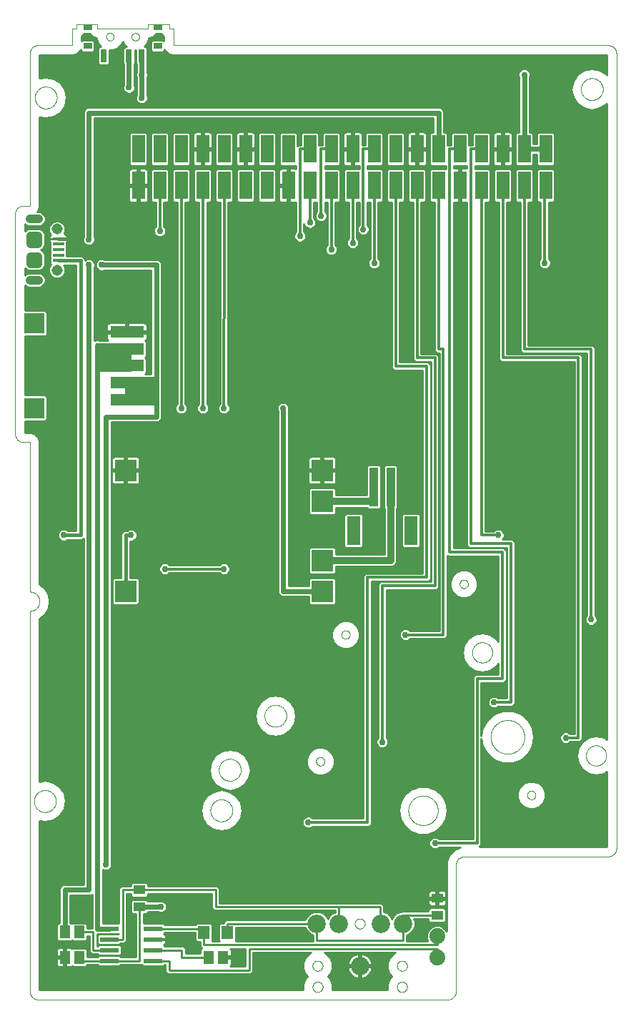
<source format=gbl>
G75*
%MOIN*%
%OFA0B0*%
%FSLAX25Y25*%
%IPPOS*%
%LPD*%
%AMOC8*
5,1,8,0,0,1.08239X$1,22.5*
%
%ADD10C,0.00000*%
%ADD11C,0.00039*%
%ADD12R,0.16535X0.13386*%
%ADD13R,0.15748X0.13386*%
%ADD14R,0.06000X0.13000*%
%ADD15R,0.10000X0.10000*%
%ADD16R,0.03937X0.03150*%
%ADD17R,0.02756X0.05906*%
%ADD18R,0.08661X0.02362*%
%ADD19R,0.05118X0.05906*%
%ADD20R,0.15748X0.05512*%
%ADD21R,0.09449X0.09449*%
%ADD22C,0.07400*%
%ADD23R,0.03937X0.18110*%
%ADD24R,0.06299X0.13386*%
%ADD25C,0.03740*%
%ADD26R,0.05315X0.01575*%
%ADD27C,0.04000*%
%ADD28C,0.05150*%
%ADD29R,0.05512X0.06299*%
%ADD30R,0.05512X0.04331*%
%ADD31C,0.08600*%
%ADD32C,0.01000*%
%ADD33C,0.02978*%
%ADD34C,0.01600*%
%ADD35C,0.01200*%
%ADD36C,0.02400*%
%ADD37C,0.03200*%
D10*
X0029320Y0023079D02*
X0029320Y0200244D01*
X0029453Y0200246D01*
X0029586Y0200252D01*
X0029718Y0200262D01*
X0029851Y0200275D01*
X0029982Y0200293D01*
X0030114Y0200314D01*
X0030244Y0200339D01*
X0030374Y0200368D01*
X0030503Y0200401D01*
X0030630Y0200438D01*
X0030757Y0200478D01*
X0030883Y0200522D01*
X0031007Y0200570D01*
X0031129Y0200621D01*
X0031250Y0200676D01*
X0031370Y0200735D01*
X0031487Y0200796D01*
X0031603Y0200862D01*
X0031717Y0200930D01*
X0031829Y0201002D01*
X0031938Y0201078D01*
X0032046Y0201156D01*
X0032151Y0201238D01*
X0032253Y0201322D01*
X0032353Y0201410D01*
X0032451Y0201500D01*
X0032545Y0201594D01*
X0032637Y0201690D01*
X0032726Y0201789D01*
X0032812Y0201890D01*
X0032895Y0201994D01*
X0032975Y0202100D01*
X0033052Y0202208D01*
X0033126Y0202319D01*
X0033196Y0202432D01*
X0033263Y0202546D01*
X0033327Y0202663D01*
X0033387Y0202782D01*
X0033444Y0202902D01*
X0033497Y0203024D01*
X0033546Y0203147D01*
X0033592Y0203272D01*
X0033635Y0203398D01*
X0033673Y0203525D01*
X0033708Y0203654D01*
X0033739Y0203783D01*
X0033766Y0203913D01*
X0033789Y0204044D01*
X0033809Y0204175D01*
X0033824Y0204308D01*
X0033836Y0204440D01*
X0033844Y0204573D01*
X0033848Y0204706D01*
X0033848Y0204838D01*
X0033844Y0204971D01*
X0033836Y0205104D01*
X0033824Y0205236D01*
X0033809Y0205369D01*
X0033789Y0205500D01*
X0033766Y0205631D01*
X0033739Y0205761D01*
X0033708Y0205890D01*
X0033673Y0206019D01*
X0033635Y0206146D01*
X0033592Y0206272D01*
X0033546Y0206397D01*
X0033497Y0206520D01*
X0033444Y0206642D01*
X0033387Y0206762D01*
X0033327Y0206881D01*
X0033263Y0206998D01*
X0033196Y0207112D01*
X0033126Y0207225D01*
X0033052Y0207336D01*
X0032975Y0207444D01*
X0032895Y0207550D01*
X0032812Y0207654D01*
X0032726Y0207755D01*
X0032637Y0207854D01*
X0032545Y0207950D01*
X0032451Y0208044D01*
X0032353Y0208134D01*
X0032253Y0208222D01*
X0032151Y0208306D01*
X0032046Y0208388D01*
X0031938Y0208466D01*
X0031829Y0208542D01*
X0031717Y0208614D01*
X0031603Y0208682D01*
X0031487Y0208748D01*
X0031370Y0208809D01*
X0031250Y0208868D01*
X0031129Y0208923D01*
X0031007Y0208974D01*
X0030883Y0209022D01*
X0030757Y0209066D01*
X0030630Y0209106D01*
X0030503Y0209143D01*
X0030374Y0209176D01*
X0030244Y0209205D01*
X0030114Y0209230D01*
X0029982Y0209251D01*
X0029851Y0209269D01*
X0029718Y0209282D01*
X0029586Y0209292D01*
X0029453Y0209298D01*
X0029320Y0209300D01*
X0029320Y0209299D02*
X0029320Y0278984D01*
X0026367Y0278984D01*
X0026243Y0278986D01*
X0026120Y0278992D01*
X0025996Y0279001D01*
X0025874Y0279015D01*
X0025751Y0279032D01*
X0025629Y0279054D01*
X0025508Y0279079D01*
X0025388Y0279108D01*
X0025269Y0279140D01*
X0025150Y0279177D01*
X0025033Y0279217D01*
X0024918Y0279260D01*
X0024803Y0279308D01*
X0024691Y0279359D01*
X0024580Y0279413D01*
X0024470Y0279471D01*
X0024363Y0279532D01*
X0024257Y0279597D01*
X0024154Y0279665D01*
X0024053Y0279736D01*
X0023954Y0279810D01*
X0023857Y0279887D01*
X0023763Y0279968D01*
X0023672Y0280051D01*
X0023583Y0280137D01*
X0023497Y0280226D01*
X0023414Y0280317D01*
X0023333Y0280411D01*
X0023256Y0280508D01*
X0023182Y0280607D01*
X0023111Y0280708D01*
X0023043Y0280811D01*
X0022978Y0280917D01*
X0022917Y0281024D01*
X0022859Y0281134D01*
X0022805Y0281245D01*
X0022754Y0281357D01*
X0022706Y0281472D01*
X0022663Y0281587D01*
X0022623Y0281704D01*
X0022586Y0281823D01*
X0022554Y0281942D01*
X0022525Y0282062D01*
X0022500Y0282183D01*
X0022478Y0282305D01*
X0022461Y0282428D01*
X0022447Y0282550D01*
X0022438Y0282674D01*
X0022432Y0282797D01*
X0022430Y0282921D01*
X0022430Y0385283D01*
X0022432Y0385407D01*
X0022438Y0385530D01*
X0022447Y0385654D01*
X0022461Y0385776D01*
X0022478Y0385899D01*
X0022500Y0386021D01*
X0022525Y0386142D01*
X0022554Y0386262D01*
X0022586Y0386381D01*
X0022623Y0386500D01*
X0022663Y0386617D01*
X0022706Y0386732D01*
X0022754Y0386847D01*
X0022805Y0386959D01*
X0022859Y0387070D01*
X0022917Y0387180D01*
X0022978Y0387287D01*
X0023043Y0387393D01*
X0023111Y0387496D01*
X0023182Y0387597D01*
X0023256Y0387696D01*
X0023333Y0387793D01*
X0023414Y0387887D01*
X0023497Y0387978D01*
X0023583Y0388067D01*
X0023672Y0388153D01*
X0023763Y0388236D01*
X0023857Y0388317D01*
X0023954Y0388394D01*
X0024053Y0388468D01*
X0024154Y0388539D01*
X0024257Y0388607D01*
X0024363Y0388672D01*
X0024470Y0388733D01*
X0024580Y0388791D01*
X0024691Y0388845D01*
X0024803Y0388896D01*
X0024918Y0388944D01*
X0025033Y0388987D01*
X0025150Y0389027D01*
X0025269Y0389064D01*
X0025388Y0389096D01*
X0025508Y0389125D01*
X0025629Y0389150D01*
X0025751Y0389172D01*
X0025874Y0389189D01*
X0025996Y0389203D01*
X0026120Y0389212D01*
X0026243Y0389218D01*
X0026367Y0389220D01*
X0029320Y0389220D01*
X0029320Y0460087D01*
X0029322Y0460211D01*
X0029328Y0460334D01*
X0029337Y0460458D01*
X0029351Y0460580D01*
X0029368Y0460703D01*
X0029390Y0460825D01*
X0029415Y0460946D01*
X0029444Y0461066D01*
X0029476Y0461185D01*
X0029513Y0461304D01*
X0029553Y0461421D01*
X0029596Y0461536D01*
X0029644Y0461651D01*
X0029695Y0461763D01*
X0029749Y0461874D01*
X0029807Y0461984D01*
X0029868Y0462091D01*
X0029933Y0462197D01*
X0030001Y0462300D01*
X0030072Y0462401D01*
X0030146Y0462500D01*
X0030223Y0462597D01*
X0030304Y0462691D01*
X0030387Y0462782D01*
X0030473Y0462871D01*
X0030562Y0462957D01*
X0030653Y0463040D01*
X0030747Y0463121D01*
X0030844Y0463198D01*
X0030943Y0463272D01*
X0031044Y0463343D01*
X0031147Y0463411D01*
X0031253Y0463476D01*
X0031360Y0463537D01*
X0031470Y0463595D01*
X0031581Y0463649D01*
X0031693Y0463700D01*
X0031808Y0463748D01*
X0031923Y0463791D01*
X0032040Y0463831D01*
X0032159Y0463868D01*
X0032278Y0463900D01*
X0032398Y0463929D01*
X0032519Y0463954D01*
X0032641Y0463976D01*
X0032764Y0463993D01*
X0032886Y0464007D01*
X0033010Y0464016D01*
X0033133Y0464022D01*
X0033257Y0464024D01*
X0049005Y0464024D01*
X0049005Y0471898D01*
X0050974Y0471898D01*
X0050974Y0473866D01*
X0060816Y0473866D01*
X0060816Y0471898D01*
X0084438Y0471898D01*
X0084438Y0473866D01*
X0094281Y0473866D01*
X0094281Y0471898D01*
X0096249Y0471898D01*
X0096249Y0464024D01*
X0299005Y0464024D01*
X0299129Y0464022D01*
X0299252Y0464016D01*
X0299376Y0464007D01*
X0299498Y0463993D01*
X0299621Y0463976D01*
X0299743Y0463954D01*
X0299864Y0463929D01*
X0299984Y0463900D01*
X0300103Y0463868D01*
X0300222Y0463831D01*
X0300339Y0463791D01*
X0300454Y0463748D01*
X0300569Y0463700D01*
X0300681Y0463649D01*
X0300792Y0463595D01*
X0300902Y0463537D01*
X0301009Y0463476D01*
X0301115Y0463411D01*
X0301218Y0463343D01*
X0301319Y0463272D01*
X0301418Y0463198D01*
X0301515Y0463121D01*
X0301609Y0463040D01*
X0301700Y0462957D01*
X0301789Y0462871D01*
X0301875Y0462782D01*
X0301958Y0462691D01*
X0302039Y0462597D01*
X0302116Y0462500D01*
X0302190Y0462401D01*
X0302261Y0462300D01*
X0302329Y0462197D01*
X0302394Y0462091D01*
X0302455Y0461984D01*
X0302513Y0461874D01*
X0302567Y0461763D01*
X0302618Y0461651D01*
X0302666Y0461536D01*
X0302709Y0461421D01*
X0302749Y0461304D01*
X0302786Y0461185D01*
X0302818Y0461066D01*
X0302847Y0460946D01*
X0302872Y0460825D01*
X0302894Y0460703D01*
X0302911Y0460580D01*
X0302925Y0460458D01*
X0302934Y0460334D01*
X0302940Y0460211D01*
X0302942Y0460087D01*
X0302942Y0089811D01*
X0302940Y0089687D01*
X0302934Y0089564D01*
X0302925Y0089440D01*
X0302911Y0089318D01*
X0302894Y0089195D01*
X0302872Y0089073D01*
X0302847Y0088952D01*
X0302818Y0088832D01*
X0302786Y0088713D01*
X0302749Y0088594D01*
X0302709Y0088477D01*
X0302666Y0088362D01*
X0302618Y0088247D01*
X0302567Y0088135D01*
X0302513Y0088024D01*
X0302455Y0087914D01*
X0302394Y0087807D01*
X0302329Y0087701D01*
X0302261Y0087598D01*
X0302190Y0087497D01*
X0302116Y0087398D01*
X0302039Y0087301D01*
X0301958Y0087207D01*
X0301875Y0087116D01*
X0301789Y0087027D01*
X0301700Y0086941D01*
X0301609Y0086858D01*
X0301515Y0086777D01*
X0301418Y0086700D01*
X0301319Y0086626D01*
X0301218Y0086555D01*
X0301115Y0086487D01*
X0301009Y0086422D01*
X0300902Y0086361D01*
X0300792Y0086303D01*
X0300681Y0086249D01*
X0300569Y0086198D01*
X0300454Y0086150D01*
X0300339Y0086107D01*
X0300222Y0086067D01*
X0300103Y0086030D01*
X0299984Y0085998D01*
X0299864Y0085969D01*
X0299743Y0085944D01*
X0299621Y0085922D01*
X0299498Y0085905D01*
X0299376Y0085891D01*
X0299252Y0085882D01*
X0299129Y0085876D01*
X0299005Y0085874D01*
X0232076Y0085874D01*
X0231952Y0085872D01*
X0231829Y0085866D01*
X0231705Y0085857D01*
X0231583Y0085843D01*
X0231460Y0085826D01*
X0231338Y0085804D01*
X0231217Y0085779D01*
X0231097Y0085750D01*
X0230978Y0085718D01*
X0230859Y0085681D01*
X0230742Y0085641D01*
X0230627Y0085598D01*
X0230512Y0085550D01*
X0230400Y0085499D01*
X0230289Y0085445D01*
X0230179Y0085387D01*
X0230072Y0085326D01*
X0229966Y0085261D01*
X0229863Y0085193D01*
X0229762Y0085122D01*
X0229663Y0085048D01*
X0229566Y0084971D01*
X0229472Y0084890D01*
X0229381Y0084807D01*
X0229292Y0084721D01*
X0229206Y0084632D01*
X0229123Y0084541D01*
X0229042Y0084447D01*
X0228965Y0084350D01*
X0228891Y0084251D01*
X0228820Y0084150D01*
X0228752Y0084047D01*
X0228687Y0083941D01*
X0228626Y0083834D01*
X0228568Y0083724D01*
X0228514Y0083613D01*
X0228463Y0083501D01*
X0228415Y0083386D01*
X0228372Y0083271D01*
X0228332Y0083154D01*
X0228295Y0083035D01*
X0228263Y0082916D01*
X0228234Y0082796D01*
X0228209Y0082675D01*
X0228187Y0082553D01*
X0228170Y0082430D01*
X0228156Y0082308D01*
X0228147Y0082184D01*
X0228141Y0082061D01*
X0228139Y0081937D01*
X0228139Y0023079D01*
X0228137Y0022955D01*
X0228131Y0022832D01*
X0228122Y0022708D01*
X0228108Y0022586D01*
X0228091Y0022463D01*
X0228069Y0022341D01*
X0228044Y0022220D01*
X0228015Y0022100D01*
X0227983Y0021981D01*
X0227946Y0021862D01*
X0227906Y0021745D01*
X0227863Y0021630D01*
X0227815Y0021515D01*
X0227764Y0021403D01*
X0227710Y0021292D01*
X0227652Y0021182D01*
X0227591Y0021075D01*
X0227526Y0020969D01*
X0227458Y0020866D01*
X0227387Y0020765D01*
X0227313Y0020666D01*
X0227236Y0020569D01*
X0227155Y0020475D01*
X0227072Y0020384D01*
X0226986Y0020295D01*
X0226897Y0020209D01*
X0226806Y0020126D01*
X0226712Y0020045D01*
X0226615Y0019968D01*
X0226516Y0019894D01*
X0226415Y0019823D01*
X0226312Y0019755D01*
X0226206Y0019690D01*
X0226099Y0019629D01*
X0225989Y0019571D01*
X0225878Y0019517D01*
X0225766Y0019466D01*
X0225651Y0019418D01*
X0225536Y0019375D01*
X0225419Y0019335D01*
X0225300Y0019298D01*
X0225181Y0019266D01*
X0225061Y0019237D01*
X0224940Y0019212D01*
X0224818Y0019190D01*
X0224695Y0019173D01*
X0224573Y0019159D01*
X0224449Y0019150D01*
X0224326Y0019144D01*
X0224202Y0019142D01*
X0033257Y0019142D01*
X0033133Y0019144D01*
X0033010Y0019150D01*
X0032886Y0019159D01*
X0032764Y0019173D01*
X0032641Y0019190D01*
X0032519Y0019212D01*
X0032398Y0019237D01*
X0032278Y0019266D01*
X0032159Y0019298D01*
X0032040Y0019335D01*
X0031923Y0019375D01*
X0031808Y0019418D01*
X0031693Y0019466D01*
X0031581Y0019517D01*
X0031470Y0019571D01*
X0031360Y0019629D01*
X0031253Y0019690D01*
X0031147Y0019755D01*
X0031044Y0019823D01*
X0030943Y0019894D01*
X0030844Y0019968D01*
X0030747Y0020045D01*
X0030653Y0020126D01*
X0030562Y0020209D01*
X0030473Y0020295D01*
X0030387Y0020384D01*
X0030304Y0020475D01*
X0030223Y0020569D01*
X0030146Y0020666D01*
X0030072Y0020765D01*
X0030001Y0020866D01*
X0029933Y0020969D01*
X0029868Y0021075D01*
X0029807Y0021182D01*
X0029749Y0021292D01*
X0029695Y0021403D01*
X0029644Y0021515D01*
X0029596Y0021630D01*
X0029553Y0021745D01*
X0029513Y0021862D01*
X0029476Y0021981D01*
X0029444Y0022100D01*
X0029415Y0022220D01*
X0029390Y0022341D01*
X0029368Y0022463D01*
X0029351Y0022586D01*
X0029337Y0022708D01*
X0029328Y0022832D01*
X0029322Y0022955D01*
X0029320Y0023079D01*
X0161210Y0025047D02*
X0161212Y0025144D01*
X0161218Y0025241D01*
X0161228Y0025337D01*
X0161242Y0025433D01*
X0161260Y0025529D01*
X0161281Y0025623D01*
X0161307Y0025717D01*
X0161336Y0025809D01*
X0161370Y0025900D01*
X0161406Y0025990D01*
X0161447Y0026078D01*
X0161491Y0026164D01*
X0161539Y0026249D01*
X0161590Y0026331D01*
X0161644Y0026412D01*
X0161702Y0026490D01*
X0161763Y0026565D01*
X0161826Y0026638D01*
X0161893Y0026709D01*
X0161963Y0026776D01*
X0162035Y0026841D01*
X0162110Y0026902D01*
X0162188Y0026961D01*
X0162267Y0027016D01*
X0162349Y0027068D01*
X0162433Y0027116D01*
X0162519Y0027161D01*
X0162607Y0027203D01*
X0162696Y0027241D01*
X0162787Y0027275D01*
X0162879Y0027305D01*
X0162972Y0027332D01*
X0163067Y0027354D01*
X0163162Y0027373D01*
X0163258Y0027388D01*
X0163354Y0027399D01*
X0163451Y0027406D01*
X0163548Y0027409D01*
X0163645Y0027408D01*
X0163742Y0027403D01*
X0163838Y0027394D01*
X0163934Y0027381D01*
X0164030Y0027364D01*
X0164125Y0027343D01*
X0164218Y0027319D01*
X0164311Y0027290D01*
X0164403Y0027258D01*
X0164493Y0027222D01*
X0164581Y0027183D01*
X0164668Y0027139D01*
X0164753Y0027093D01*
X0164836Y0027042D01*
X0164917Y0026989D01*
X0164995Y0026932D01*
X0165072Y0026872D01*
X0165145Y0026809D01*
X0165216Y0026743D01*
X0165284Y0026674D01*
X0165350Y0026602D01*
X0165412Y0026528D01*
X0165471Y0026451D01*
X0165527Y0026372D01*
X0165580Y0026290D01*
X0165630Y0026207D01*
X0165675Y0026121D01*
X0165718Y0026034D01*
X0165757Y0025945D01*
X0165792Y0025855D01*
X0165823Y0025763D01*
X0165850Y0025670D01*
X0165874Y0025576D01*
X0165894Y0025481D01*
X0165910Y0025385D01*
X0165922Y0025289D01*
X0165930Y0025192D01*
X0165934Y0025095D01*
X0165934Y0024999D01*
X0165930Y0024902D01*
X0165922Y0024805D01*
X0165910Y0024709D01*
X0165894Y0024613D01*
X0165874Y0024518D01*
X0165850Y0024424D01*
X0165823Y0024331D01*
X0165792Y0024239D01*
X0165757Y0024149D01*
X0165718Y0024060D01*
X0165675Y0023973D01*
X0165630Y0023887D01*
X0165580Y0023804D01*
X0165527Y0023722D01*
X0165471Y0023643D01*
X0165412Y0023566D01*
X0165350Y0023492D01*
X0165284Y0023420D01*
X0165216Y0023351D01*
X0165145Y0023285D01*
X0165072Y0023222D01*
X0164995Y0023162D01*
X0164917Y0023105D01*
X0164836Y0023052D01*
X0164753Y0023001D01*
X0164668Y0022955D01*
X0164581Y0022911D01*
X0164493Y0022872D01*
X0164403Y0022836D01*
X0164311Y0022804D01*
X0164218Y0022775D01*
X0164125Y0022751D01*
X0164030Y0022730D01*
X0163934Y0022713D01*
X0163838Y0022700D01*
X0163742Y0022691D01*
X0163645Y0022686D01*
X0163548Y0022685D01*
X0163451Y0022688D01*
X0163354Y0022695D01*
X0163258Y0022706D01*
X0163162Y0022721D01*
X0163067Y0022740D01*
X0162972Y0022762D01*
X0162879Y0022789D01*
X0162787Y0022819D01*
X0162696Y0022853D01*
X0162607Y0022891D01*
X0162519Y0022933D01*
X0162433Y0022978D01*
X0162349Y0023026D01*
X0162267Y0023078D01*
X0162188Y0023133D01*
X0162110Y0023192D01*
X0162035Y0023253D01*
X0161963Y0023318D01*
X0161893Y0023385D01*
X0161826Y0023456D01*
X0161763Y0023529D01*
X0161702Y0023604D01*
X0161644Y0023682D01*
X0161590Y0023763D01*
X0161539Y0023845D01*
X0161491Y0023930D01*
X0161447Y0024016D01*
X0161406Y0024104D01*
X0161370Y0024194D01*
X0161336Y0024285D01*
X0161307Y0024377D01*
X0161281Y0024471D01*
X0161260Y0024565D01*
X0161242Y0024661D01*
X0161228Y0024757D01*
X0161218Y0024853D01*
X0161212Y0024950D01*
X0161210Y0025047D01*
X0161210Y0034890D02*
X0161212Y0034987D01*
X0161218Y0035084D01*
X0161228Y0035180D01*
X0161242Y0035276D01*
X0161260Y0035372D01*
X0161281Y0035466D01*
X0161307Y0035560D01*
X0161336Y0035652D01*
X0161370Y0035743D01*
X0161406Y0035833D01*
X0161447Y0035921D01*
X0161491Y0036007D01*
X0161539Y0036092D01*
X0161590Y0036174D01*
X0161644Y0036255D01*
X0161702Y0036333D01*
X0161763Y0036408D01*
X0161826Y0036481D01*
X0161893Y0036552D01*
X0161963Y0036619D01*
X0162035Y0036684D01*
X0162110Y0036745D01*
X0162188Y0036804D01*
X0162267Y0036859D01*
X0162349Y0036911D01*
X0162433Y0036959D01*
X0162519Y0037004D01*
X0162607Y0037046D01*
X0162696Y0037084D01*
X0162787Y0037118D01*
X0162879Y0037148D01*
X0162972Y0037175D01*
X0163067Y0037197D01*
X0163162Y0037216D01*
X0163258Y0037231D01*
X0163354Y0037242D01*
X0163451Y0037249D01*
X0163548Y0037252D01*
X0163645Y0037251D01*
X0163742Y0037246D01*
X0163838Y0037237D01*
X0163934Y0037224D01*
X0164030Y0037207D01*
X0164125Y0037186D01*
X0164218Y0037162D01*
X0164311Y0037133D01*
X0164403Y0037101D01*
X0164493Y0037065D01*
X0164581Y0037026D01*
X0164668Y0036982D01*
X0164753Y0036936D01*
X0164836Y0036885D01*
X0164917Y0036832D01*
X0164995Y0036775D01*
X0165072Y0036715D01*
X0165145Y0036652D01*
X0165216Y0036586D01*
X0165284Y0036517D01*
X0165350Y0036445D01*
X0165412Y0036371D01*
X0165471Y0036294D01*
X0165527Y0036215D01*
X0165580Y0036133D01*
X0165630Y0036050D01*
X0165675Y0035964D01*
X0165718Y0035877D01*
X0165757Y0035788D01*
X0165792Y0035698D01*
X0165823Y0035606D01*
X0165850Y0035513D01*
X0165874Y0035419D01*
X0165894Y0035324D01*
X0165910Y0035228D01*
X0165922Y0035132D01*
X0165930Y0035035D01*
X0165934Y0034938D01*
X0165934Y0034842D01*
X0165930Y0034745D01*
X0165922Y0034648D01*
X0165910Y0034552D01*
X0165894Y0034456D01*
X0165874Y0034361D01*
X0165850Y0034267D01*
X0165823Y0034174D01*
X0165792Y0034082D01*
X0165757Y0033992D01*
X0165718Y0033903D01*
X0165675Y0033816D01*
X0165630Y0033730D01*
X0165580Y0033647D01*
X0165527Y0033565D01*
X0165471Y0033486D01*
X0165412Y0033409D01*
X0165350Y0033335D01*
X0165284Y0033263D01*
X0165216Y0033194D01*
X0165145Y0033128D01*
X0165072Y0033065D01*
X0164995Y0033005D01*
X0164917Y0032948D01*
X0164836Y0032895D01*
X0164753Y0032844D01*
X0164668Y0032798D01*
X0164581Y0032754D01*
X0164493Y0032715D01*
X0164403Y0032679D01*
X0164311Y0032647D01*
X0164218Y0032618D01*
X0164125Y0032594D01*
X0164030Y0032573D01*
X0163934Y0032556D01*
X0163838Y0032543D01*
X0163742Y0032534D01*
X0163645Y0032529D01*
X0163548Y0032528D01*
X0163451Y0032531D01*
X0163354Y0032538D01*
X0163258Y0032549D01*
X0163162Y0032564D01*
X0163067Y0032583D01*
X0162972Y0032605D01*
X0162879Y0032632D01*
X0162787Y0032662D01*
X0162696Y0032696D01*
X0162607Y0032734D01*
X0162519Y0032776D01*
X0162433Y0032821D01*
X0162349Y0032869D01*
X0162267Y0032921D01*
X0162188Y0032976D01*
X0162110Y0033035D01*
X0162035Y0033096D01*
X0161963Y0033161D01*
X0161893Y0033228D01*
X0161826Y0033299D01*
X0161763Y0033372D01*
X0161702Y0033447D01*
X0161644Y0033525D01*
X0161590Y0033606D01*
X0161539Y0033688D01*
X0161491Y0033773D01*
X0161447Y0033859D01*
X0161406Y0033947D01*
X0161370Y0034037D01*
X0161336Y0034128D01*
X0161307Y0034220D01*
X0161281Y0034314D01*
X0161260Y0034408D01*
X0161242Y0034504D01*
X0161228Y0034600D01*
X0161218Y0034696D01*
X0161212Y0034793D01*
X0161210Y0034890D01*
X0180895Y0054575D02*
X0180897Y0054672D01*
X0180903Y0054769D01*
X0180913Y0054865D01*
X0180927Y0054961D01*
X0180945Y0055057D01*
X0180966Y0055151D01*
X0180992Y0055245D01*
X0181021Y0055337D01*
X0181055Y0055428D01*
X0181091Y0055518D01*
X0181132Y0055606D01*
X0181176Y0055692D01*
X0181224Y0055777D01*
X0181275Y0055859D01*
X0181329Y0055940D01*
X0181387Y0056018D01*
X0181448Y0056093D01*
X0181511Y0056166D01*
X0181578Y0056237D01*
X0181648Y0056304D01*
X0181720Y0056369D01*
X0181795Y0056430D01*
X0181873Y0056489D01*
X0181952Y0056544D01*
X0182034Y0056596D01*
X0182118Y0056644D01*
X0182204Y0056689D01*
X0182292Y0056731D01*
X0182381Y0056769D01*
X0182472Y0056803D01*
X0182564Y0056833D01*
X0182657Y0056860D01*
X0182752Y0056882D01*
X0182847Y0056901D01*
X0182943Y0056916D01*
X0183039Y0056927D01*
X0183136Y0056934D01*
X0183233Y0056937D01*
X0183330Y0056936D01*
X0183427Y0056931D01*
X0183523Y0056922D01*
X0183619Y0056909D01*
X0183715Y0056892D01*
X0183810Y0056871D01*
X0183903Y0056847D01*
X0183996Y0056818D01*
X0184088Y0056786D01*
X0184178Y0056750D01*
X0184266Y0056711D01*
X0184353Y0056667D01*
X0184438Y0056621D01*
X0184521Y0056570D01*
X0184602Y0056517D01*
X0184680Y0056460D01*
X0184757Y0056400D01*
X0184830Y0056337D01*
X0184901Y0056271D01*
X0184969Y0056202D01*
X0185035Y0056130D01*
X0185097Y0056056D01*
X0185156Y0055979D01*
X0185212Y0055900D01*
X0185265Y0055818D01*
X0185315Y0055735D01*
X0185360Y0055649D01*
X0185403Y0055562D01*
X0185442Y0055473D01*
X0185477Y0055383D01*
X0185508Y0055291D01*
X0185535Y0055198D01*
X0185559Y0055104D01*
X0185579Y0055009D01*
X0185595Y0054913D01*
X0185607Y0054817D01*
X0185615Y0054720D01*
X0185619Y0054623D01*
X0185619Y0054527D01*
X0185615Y0054430D01*
X0185607Y0054333D01*
X0185595Y0054237D01*
X0185579Y0054141D01*
X0185559Y0054046D01*
X0185535Y0053952D01*
X0185508Y0053859D01*
X0185477Y0053767D01*
X0185442Y0053677D01*
X0185403Y0053588D01*
X0185360Y0053501D01*
X0185315Y0053415D01*
X0185265Y0053332D01*
X0185212Y0053250D01*
X0185156Y0053171D01*
X0185097Y0053094D01*
X0185035Y0053020D01*
X0184969Y0052948D01*
X0184901Y0052879D01*
X0184830Y0052813D01*
X0184757Y0052750D01*
X0184680Y0052690D01*
X0184602Y0052633D01*
X0184521Y0052580D01*
X0184438Y0052529D01*
X0184353Y0052483D01*
X0184266Y0052439D01*
X0184178Y0052400D01*
X0184088Y0052364D01*
X0183996Y0052332D01*
X0183903Y0052303D01*
X0183810Y0052279D01*
X0183715Y0052258D01*
X0183619Y0052241D01*
X0183523Y0052228D01*
X0183427Y0052219D01*
X0183330Y0052214D01*
X0183233Y0052213D01*
X0183136Y0052216D01*
X0183039Y0052223D01*
X0182943Y0052234D01*
X0182847Y0052249D01*
X0182752Y0052268D01*
X0182657Y0052290D01*
X0182564Y0052317D01*
X0182472Y0052347D01*
X0182381Y0052381D01*
X0182292Y0052419D01*
X0182204Y0052461D01*
X0182118Y0052506D01*
X0182034Y0052554D01*
X0181952Y0052606D01*
X0181873Y0052661D01*
X0181795Y0052720D01*
X0181720Y0052781D01*
X0181648Y0052846D01*
X0181578Y0052913D01*
X0181511Y0052984D01*
X0181448Y0053057D01*
X0181387Y0053132D01*
X0181329Y0053210D01*
X0181275Y0053291D01*
X0181224Y0053373D01*
X0181176Y0053458D01*
X0181132Y0053544D01*
X0181091Y0053632D01*
X0181055Y0053722D01*
X0181021Y0053813D01*
X0180992Y0053905D01*
X0180966Y0053999D01*
X0180945Y0054093D01*
X0180927Y0054189D01*
X0180913Y0054285D01*
X0180903Y0054381D01*
X0180897Y0054478D01*
X0180895Y0054575D01*
X0200580Y0034890D02*
X0200582Y0034987D01*
X0200588Y0035084D01*
X0200598Y0035180D01*
X0200612Y0035276D01*
X0200630Y0035372D01*
X0200651Y0035466D01*
X0200677Y0035560D01*
X0200706Y0035652D01*
X0200740Y0035743D01*
X0200776Y0035833D01*
X0200817Y0035921D01*
X0200861Y0036007D01*
X0200909Y0036092D01*
X0200960Y0036174D01*
X0201014Y0036255D01*
X0201072Y0036333D01*
X0201133Y0036408D01*
X0201196Y0036481D01*
X0201263Y0036552D01*
X0201333Y0036619D01*
X0201405Y0036684D01*
X0201480Y0036745D01*
X0201558Y0036804D01*
X0201637Y0036859D01*
X0201719Y0036911D01*
X0201803Y0036959D01*
X0201889Y0037004D01*
X0201977Y0037046D01*
X0202066Y0037084D01*
X0202157Y0037118D01*
X0202249Y0037148D01*
X0202342Y0037175D01*
X0202437Y0037197D01*
X0202532Y0037216D01*
X0202628Y0037231D01*
X0202724Y0037242D01*
X0202821Y0037249D01*
X0202918Y0037252D01*
X0203015Y0037251D01*
X0203112Y0037246D01*
X0203208Y0037237D01*
X0203304Y0037224D01*
X0203400Y0037207D01*
X0203495Y0037186D01*
X0203588Y0037162D01*
X0203681Y0037133D01*
X0203773Y0037101D01*
X0203863Y0037065D01*
X0203951Y0037026D01*
X0204038Y0036982D01*
X0204123Y0036936D01*
X0204206Y0036885D01*
X0204287Y0036832D01*
X0204365Y0036775D01*
X0204442Y0036715D01*
X0204515Y0036652D01*
X0204586Y0036586D01*
X0204654Y0036517D01*
X0204720Y0036445D01*
X0204782Y0036371D01*
X0204841Y0036294D01*
X0204897Y0036215D01*
X0204950Y0036133D01*
X0205000Y0036050D01*
X0205045Y0035964D01*
X0205088Y0035877D01*
X0205127Y0035788D01*
X0205162Y0035698D01*
X0205193Y0035606D01*
X0205220Y0035513D01*
X0205244Y0035419D01*
X0205264Y0035324D01*
X0205280Y0035228D01*
X0205292Y0035132D01*
X0205300Y0035035D01*
X0205304Y0034938D01*
X0205304Y0034842D01*
X0205300Y0034745D01*
X0205292Y0034648D01*
X0205280Y0034552D01*
X0205264Y0034456D01*
X0205244Y0034361D01*
X0205220Y0034267D01*
X0205193Y0034174D01*
X0205162Y0034082D01*
X0205127Y0033992D01*
X0205088Y0033903D01*
X0205045Y0033816D01*
X0205000Y0033730D01*
X0204950Y0033647D01*
X0204897Y0033565D01*
X0204841Y0033486D01*
X0204782Y0033409D01*
X0204720Y0033335D01*
X0204654Y0033263D01*
X0204586Y0033194D01*
X0204515Y0033128D01*
X0204442Y0033065D01*
X0204365Y0033005D01*
X0204287Y0032948D01*
X0204206Y0032895D01*
X0204123Y0032844D01*
X0204038Y0032798D01*
X0203951Y0032754D01*
X0203863Y0032715D01*
X0203773Y0032679D01*
X0203681Y0032647D01*
X0203588Y0032618D01*
X0203495Y0032594D01*
X0203400Y0032573D01*
X0203304Y0032556D01*
X0203208Y0032543D01*
X0203112Y0032534D01*
X0203015Y0032529D01*
X0202918Y0032528D01*
X0202821Y0032531D01*
X0202724Y0032538D01*
X0202628Y0032549D01*
X0202532Y0032564D01*
X0202437Y0032583D01*
X0202342Y0032605D01*
X0202249Y0032632D01*
X0202157Y0032662D01*
X0202066Y0032696D01*
X0201977Y0032734D01*
X0201889Y0032776D01*
X0201803Y0032821D01*
X0201719Y0032869D01*
X0201637Y0032921D01*
X0201558Y0032976D01*
X0201480Y0033035D01*
X0201405Y0033096D01*
X0201333Y0033161D01*
X0201263Y0033228D01*
X0201196Y0033299D01*
X0201133Y0033372D01*
X0201072Y0033447D01*
X0201014Y0033525D01*
X0200960Y0033606D01*
X0200909Y0033688D01*
X0200861Y0033773D01*
X0200817Y0033859D01*
X0200776Y0033947D01*
X0200740Y0034037D01*
X0200706Y0034128D01*
X0200677Y0034220D01*
X0200651Y0034314D01*
X0200630Y0034408D01*
X0200612Y0034504D01*
X0200598Y0034600D01*
X0200588Y0034696D01*
X0200582Y0034793D01*
X0200580Y0034890D01*
X0200580Y0025047D02*
X0200582Y0025144D01*
X0200588Y0025241D01*
X0200598Y0025337D01*
X0200612Y0025433D01*
X0200630Y0025529D01*
X0200651Y0025623D01*
X0200677Y0025717D01*
X0200706Y0025809D01*
X0200740Y0025900D01*
X0200776Y0025990D01*
X0200817Y0026078D01*
X0200861Y0026164D01*
X0200909Y0026249D01*
X0200960Y0026331D01*
X0201014Y0026412D01*
X0201072Y0026490D01*
X0201133Y0026565D01*
X0201196Y0026638D01*
X0201263Y0026709D01*
X0201333Y0026776D01*
X0201405Y0026841D01*
X0201480Y0026902D01*
X0201558Y0026961D01*
X0201637Y0027016D01*
X0201719Y0027068D01*
X0201803Y0027116D01*
X0201889Y0027161D01*
X0201977Y0027203D01*
X0202066Y0027241D01*
X0202157Y0027275D01*
X0202249Y0027305D01*
X0202342Y0027332D01*
X0202437Y0027354D01*
X0202532Y0027373D01*
X0202628Y0027388D01*
X0202724Y0027399D01*
X0202821Y0027406D01*
X0202918Y0027409D01*
X0203015Y0027408D01*
X0203112Y0027403D01*
X0203208Y0027394D01*
X0203304Y0027381D01*
X0203400Y0027364D01*
X0203495Y0027343D01*
X0203588Y0027319D01*
X0203681Y0027290D01*
X0203773Y0027258D01*
X0203863Y0027222D01*
X0203951Y0027183D01*
X0204038Y0027139D01*
X0204123Y0027093D01*
X0204206Y0027042D01*
X0204287Y0026989D01*
X0204365Y0026932D01*
X0204442Y0026872D01*
X0204515Y0026809D01*
X0204586Y0026743D01*
X0204654Y0026674D01*
X0204720Y0026602D01*
X0204782Y0026528D01*
X0204841Y0026451D01*
X0204897Y0026372D01*
X0204950Y0026290D01*
X0205000Y0026207D01*
X0205045Y0026121D01*
X0205088Y0026034D01*
X0205127Y0025945D01*
X0205162Y0025855D01*
X0205193Y0025763D01*
X0205220Y0025670D01*
X0205244Y0025576D01*
X0205264Y0025481D01*
X0205280Y0025385D01*
X0205292Y0025289D01*
X0205300Y0025192D01*
X0205304Y0025095D01*
X0205304Y0024999D01*
X0205300Y0024902D01*
X0205292Y0024805D01*
X0205280Y0024709D01*
X0205264Y0024613D01*
X0205244Y0024518D01*
X0205220Y0024424D01*
X0205193Y0024331D01*
X0205162Y0024239D01*
X0205127Y0024149D01*
X0205088Y0024060D01*
X0205045Y0023973D01*
X0205000Y0023887D01*
X0204950Y0023804D01*
X0204897Y0023722D01*
X0204841Y0023643D01*
X0204782Y0023566D01*
X0204720Y0023492D01*
X0204654Y0023420D01*
X0204586Y0023351D01*
X0204515Y0023285D01*
X0204442Y0023222D01*
X0204365Y0023162D01*
X0204287Y0023105D01*
X0204206Y0023052D01*
X0204123Y0023001D01*
X0204038Y0022955D01*
X0203951Y0022911D01*
X0203863Y0022872D01*
X0203773Y0022836D01*
X0203681Y0022804D01*
X0203588Y0022775D01*
X0203495Y0022751D01*
X0203400Y0022730D01*
X0203304Y0022713D01*
X0203208Y0022700D01*
X0203112Y0022691D01*
X0203015Y0022686D01*
X0202918Y0022685D01*
X0202821Y0022688D01*
X0202724Y0022695D01*
X0202628Y0022706D01*
X0202532Y0022721D01*
X0202437Y0022740D01*
X0202342Y0022762D01*
X0202249Y0022789D01*
X0202157Y0022819D01*
X0202066Y0022853D01*
X0201977Y0022891D01*
X0201889Y0022933D01*
X0201803Y0022978D01*
X0201719Y0023026D01*
X0201637Y0023078D01*
X0201558Y0023133D01*
X0201480Y0023192D01*
X0201405Y0023253D01*
X0201333Y0023318D01*
X0201263Y0023385D01*
X0201196Y0023456D01*
X0201133Y0023529D01*
X0201072Y0023604D01*
X0201014Y0023682D01*
X0200960Y0023763D01*
X0200909Y0023845D01*
X0200861Y0023930D01*
X0200817Y0024016D01*
X0200776Y0024104D01*
X0200740Y0024194D01*
X0200706Y0024285D01*
X0200677Y0024377D01*
X0200651Y0024471D01*
X0200630Y0024565D01*
X0200612Y0024661D01*
X0200598Y0024757D01*
X0200588Y0024853D01*
X0200582Y0024950D01*
X0200580Y0025047D01*
X0261288Y0114457D02*
X0261290Y0114545D01*
X0261296Y0114633D01*
X0261306Y0114721D01*
X0261320Y0114809D01*
X0261337Y0114895D01*
X0261359Y0114981D01*
X0261384Y0115065D01*
X0261414Y0115149D01*
X0261446Y0115231D01*
X0261483Y0115311D01*
X0261523Y0115390D01*
X0261567Y0115467D01*
X0261614Y0115542D01*
X0261664Y0115614D01*
X0261718Y0115685D01*
X0261774Y0115752D01*
X0261834Y0115818D01*
X0261896Y0115880D01*
X0261962Y0115940D01*
X0262029Y0115996D01*
X0262100Y0116050D01*
X0262172Y0116100D01*
X0262247Y0116147D01*
X0262324Y0116191D01*
X0262403Y0116231D01*
X0262483Y0116268D01*
X0262565Y0116300D01*
X0262649Y0116330D01*
X0262733Y0116355D01*
X0262819Y0116377D01*
X0262905Y0116394D01*
X0262993Y0116408D01*
X0263081Y0116418D01*
X0263169Y0116424D01*
X0263257Y0116426D01*
X0263345Y0116424D01*
X0263433Y0116418D01*
X0263521Y0116408D01*
X0263609Y0116394D01*
X0263695Y0116377D01*
X0263781Y0116355D01*
X0263865Y0116330D01*
X0263949Y0116300D01*
X0264031Y0116268D01*
X0264111Y0116231D01*
X0264190Y0116191D01*
X0264267Y0116147D01*
X0264342Y0116100D01*
X0264414Y0116050D01*
X0264485Y0115996D01*
X0264552Y0115940D01*
X0264618Y0115880D01*
X0264680Y0115818D01*
X0264740Y0115752D01*
X0264796Y0115685D01*
X0264850Y0115614D01*
X0264900Y0115542D01*
X0264947Y0115467D01*
X0264991Y0115390D01*
X0265031Y0115311D01*
X0265068Y0115231D01*
X0265100Y0115149D01*
X0265130Y0115065D01*
X0265155Y0114981D01*
X0265177Y0114895D01*
X0265194Y0114809D01*
X0265208Y0114721D01*
X0265218Y0114633D01*
X0265224Y0114545D01*
X0265226Y0114457D01*
X0265224Y0114369D01*
X0265218Y0114281D01*
X0265208Y0114193D01*
X0265194Y0114105D01*
X0265177Y0114019D01*
X0265155Y0113933D01*
X0265130Y0113849D01*
X0265100Y0113765D01*
X0265068Y0113683D01*
X0265031Y0113603D01*
X0264991Y0113524D01*
X0264947Y0113447D01*
X0264900Y0113372D01*
X0264850Y0113300D01*
X0264796Y0113229D01*
X0264740Y0113162D01*
X0264680Y0113096D01*
X0264618Y0113034D01*
X0264552Y0112974D01*
X0264485Y0112918D01*
X0264414Y0112864D01*
X0264342Y0112814D01*
X0264267Y0112767D01*
X0264190Y0112723D01*
X0264111Y0112683D01*
X0264031Y0112646D01*
X0263949Y0112614D01*
X0263865Y0112584D01*
X0263781Y0112559D01*
X0263695Y0112537D01*
X0263609Y0112520D01*
X0263521Y0112506D01*
X0263433Y0112496D01*
X0263345Y0112490D01*
X0263257Y0112488D01*
X0263169Y0112490D01*
X0263081Y0112496D01*
X0262993Y0112506D01*
X0262905Y0112520D01*
X0262819Y0112537D01*
X0262733Y0112559D01*
X0262649Y0112584D01*
X0262565Y0112614D01*
X0262483Y0112646D01*
X0262403Y0112683D01*
X0262324Y0112723D01*
X0262247Y0112767D01*
X0262172Y0112814D01*
X0262100Y0112864D01*
X0262029Y0112918D01*
X0261962Y0112974D01*
X0261896Y0113034D01*
X0261834Y0113096D01*
X0261774Y0113162D01*
X0261718Y0113229D01*
X0261664Y0113300D01*
X0261614Y0113372D01*
X0261567Y0113447D01*
X0261523Y0113524D01*
X0261483Y0113603D01*
X0261446Y0113683D01*
X0261414Y0113765D01*
X0261384Y0113849D01*
X0261359Y0113933D01*
X0261337Y0114019D01*
X0261320Y0114105D01*
X0261306Y0114193D01*
X0261296Y0114281D01*
X0261290Y0114369D01*
X0261288Y0114457D01*
X0229792Y0212882D02*
X0229794Y0212970D01*
X0229800Y0213058D01*
X0229810Y0213146D01*
X0229824Y0213234D01*
X0229841Y0213320D01*
X0229863Y0213406D01*
X0229888Y0213490D01*
X0229918Y0213574D01*
X0229950Y0213656D01*
X0229987Y0213736D01*
X0230027Y0213815D01*
X0230071Y0213892D01*
X0230118Y0213967D01*
X0230168Y0214039D01*
X0230222Y0214110D01*
X0230278Y0214177D01*
X0230338Y0214243D01*
X0230400Y0214305D01*
X0230466Y0214365D01*
X0230533Y0214421D01*
X0230604Y0214475D01*
X0230676Y0214525D01*
X0230751Y0214572D01*
X0230828Y0214616D01*
X0230907Y0214656D01*
X0230987Y0214693D01*
X0231069Y0214725D01*
X0231153Y0214755D01*
X0231237Y0214780D01*
X0231323Y0214802D01*
X0231409Y0214819D01*
X0231497Y0214833D01*
X0231585Y0214843D01*
X0231673Y0214849D01*
X0231761Y0214851D01*
X0231849Y0214849D01*
X0231937Y0214843D01*
X0232025Y0214833D01*
X0232113Y0214819D01*
X0232199Y0214802D01*
X0232285Y0214780D01*
X0232369Y0214755D01*
X0232453Y0214725D01*
X0232535Y0214693D01*
X0232615Y0214656D01*
X0232694Y0214616D01*
X0232771Y0214572D01*
X0232846Y0214525D01*
X0232918Y0214475D01*
X0232989Y0214421D01*
X0233056Y0214365D01*
X0233122Y0214305D01*
X0233184Y0214243D01*
X0233244Y0214177D01*
X0233300Y0214110D01*
X0233354Y0214039D01*
X0233404Y0213967D01*
X0233451Y0213892D01*
X0233495Y0213815D01*
X0233535Y0213736D01*
X0233572Y0213656D01*
X0233604Y0213574D01*
X0233634Y0213490D01*
X0233659Y0213406D01*
X0233681Y0213320D01*
X0233698Y0213234D01*
X0233712Y0213146D01*
X0233722Y0213058D01*
X0233728Y0212970D01*
X0233730Y0212882D01*
X0233728Y0212794D01*
X0233722Y0212706D01*
X0233712Y0212618D01*
X0233698Y0212530D01*
X0233681Y0212444D01*
X0233659Y0212358D01*
X0233634Y0212274D01*
X0233604Y0212190D01*
X0233572Y0212108D01*
X0233535Y0212028D01*
X0233495Y0211949D01*
X0233451Y0211872D01*
X0233404Y0211797D01*
X0233354Y0211725D01*
X0233300Y0211654D01*
X0233244Y0211587D01*
X0233184Y0211521D01*
X0233122Y0211459D01*
X0233056Y0211399D01*
X0232989Y0211343D01*
X0232918Y0211289D01*
X0232846Y0211239D01*
X0232771Y0211192D01*
X0232694Y0211148D01*
X0232615Y0211108D01*
X0232535Y0211071D01*
X0232453Y0211039D01*
X0232369Y0211009D01*
X0232285Y0210984D01*
X0232199Y0210962D01*
X0232113Y0210945D01*
X0232025Y0210931D01*
X0231937Y0210921D01*
X0231849Y0210915D01*
X0231761Y0210913D01*
X0231673Y0210915D01*
X0231585Y0210921D01*
X0231497Y0210931D01*
X0231409Y0210945D01*
X0231323Y0210962D01*
X0231237Y0210984D01*
X0231153Y0211009D01*
X0231069Y0211039D01*
X0230987Y0211071D01*
X0230907Y0211108D01*
X0230828Y0211148D01*
X0230751Y0211192D01*
X0230676Y0211239D01*
X0230604Y0211289D01*
X0230533Y0211343D01*
X0230466Y0211399D01*
X0230400Y0211459D01*
X0230338Y0211521D01*
X0230278Y0211587D01*
X0230222Y0211654D01*
X0230168Y0211725D01*
X0230118Y0211797D01*
X0230071Y0211872D01*
X0230027Y0211949D01*
X0229987Y0212028D01*
X0229950Y0212108D01*
X0229918Y0212190D01*
X0229888Y0212274D01*
X0229863Y0212358D01*
X0229841Y0212444D01*
X0229824Y0212530D01*
X0229810Y0212618D01*
X0229800Y0212706D01*
X0229794Y0212794D01*
X0229792Y0212882D01*
X0174674Y0189260D02*
X0174676Y0189348D01*
X0174682Y0189436D01*
X0174692Y0189524D01*
X0174706Y0189612D01*
X0174723Y0189698D01*
X0174745Y0189784D01*
X0174770Y0189868D01*
X0174800Y0189952D01*
X0174832Y0190034D01*
X0174869Y0190114D01*
X0174909Y0190193D01*
X0174953Y0190270D01*
X0175000Y0190345D01*
X0175050Y0190417D01*
X0175104Y0190488D01*
X0175160Y0190555D01*
X0175220Y0190621D01*
X0175282Y0190683D01*
X0175348Y0190743D01*
X0175415Y0190799D01*
X0175486Y0190853D01*
X0175558Y0190903D01*
X0175633Y0190950D01*
X0175710Y0190994D01*
X0175789Y0191034D01*
X0175869Y0191071D01*
X0175951Y0191103D01*
X0176035Y0191133D01*
X0176119Y0191158D01*
X0176205Y0191180D01*
X0176291Y0191197D01*
X0176379Y0191211D01*
X0176467Y0191221D01*
X0176555Y0191227D01*
X0176643Y0191229D01*
X0176731Y0191227D01*
X0176819Y0191221D01*
X0176907Y0191211D01*
X0176995Y0191197D01*
X0177081Y0191180D01*
X0177167Y0191158D01*
X0177251Y0191133D01*
X0177335Y0191103D01*
X0177417Y0191071D01*
X0177497Y0191034D01*
X0177576Y0190994D01*
X0177653Y0190950D01*
X0177728Y0190903D01*
X0177800Y0190853D01*
X0177871Y0190799D01*
X0177938Y0190743D01*
X0178004Y0190683D01*
X0178066Y0190621D01*
X0178126Y0190555D01*
X0178182Y0190488D01*
X0178236Y0190417D01*
X0178286Y0190345D01*
X0178333Y0190270D01*
X0178377Y0190193D01*
X0178417Y0190114D01*
X0178454Y0190034D01*
X0178486Y0189952D01*
X0178516Y0189868D01*
X0178541Y0189784D01*
X0178563Y0189698D01*
X0178580Y0189612D01*
X0178594Y0189524D01*
X0178604Y0189436D01*
X0178610Y0189348D01*
X0178612Y0189260D01*
X0178610Y0189172D01*
X0178604Y0189084D01*
X0178594Y0188996D01*
X0178580Y0188908D01*
X0178563Y0188822D01*
X0178541Y0188736D01*
X0178516Y0188652D01*
X0178486Y0188568D01*
X0178454Y0188486D01*
X0178417Y0188406D01*
X0178377Y0188327D01*
X0178333Y0188250D01*
X0178286Y0188175D01*
X0178236Y0188103D01*
X0178182Y0188032D01*
X0178126Y0187965D01*
X0178066Y0187899D01*
X0178004Y0187837D01*
X0177938Y0187777D01*
X0177871Y0187721D01*
X0177800Y0187667D01*
X0177728Y0187617D01*
X0177653Y0187570D01*
X0177576Y0187526D01*
X0177497Y0187486D01*
X0177417Y0187449D01*
X0177335Y0187417D01*
X0177251Y0187387D01*
X0177167Y0187362D01*
X0177081Y0187340D01*
X0176995Y0187323D01*
X0176907Y0187309D01*
X0176819Y0187299D01*
X0176731Y0187293D01*
X0176643Y0187291D01*
X0176555Y0187293D01*
X0176467Y0187299D01*
X0176379Y0187309D01*
X0176291Y0187323D01*
X0176205Y0187340D01*
X0176119Y0187362D01*
X0176035Y0187387D01*
X0175951Y0187417D01*
X0175869Y0187449D01*
X0175789Y0187486D01*
X0175710Y0187526D01*
X0175633Y0187570D01*
X0175558Y0187617D01*
X0175486Y0187667D01*
X0175415Y0187721D01*
X0175348Y0187777D01*
X0175282Y0187837D01*
X0175220Y0187899D01*
X0175160Y0187965D01*
X0175104Y0188032D01*
X0175050Y0188103D01*
X0175000Y0188175D01*
X0174953Y0188250D01*
X0174909Y0188327D01*
X0174869Y0188406D01*
X0174832Y0188486D01*
X0174800Y0188568D01*
X0174770Y0188652D01*
X0174745Y0188736D01*
X0174723Y0188822D01*
X0174706Y0188908D01*
X0174692Y0188996D01*
X0174682Y0189084D01*
X0174676Y0189172D01*
X0174674Y0189260D01*
X0162863Y0130205D02*
X0162865Y0130293D01*
X0162871Y0130381D01*
X0162881Y0130469D01*
X0162895Y0130557D01*
X0162912Y0130643D01*
X0162934Y0130729D01*
X0162959Y0130813D01*
X0162989Y0130897D01*
X0163021Y0130979D01*
X0163058Y0131059D01*
X0163098Y0131138D01*
X0163142Y0131215D01*
X0163189Y0131290D01*
X0163239Y0131362D01*
X0163293Y0131433D01*
X0163349Y0131500D01*
X0163409Y0131566D01*
X0163471Y0131628D01*
X0163537Y0131688D01*
X0163604Y0131744D01*
X0163675Y0131798D01*
X0163747Y0131848D01*
X0163822Y0131895D01*
X0163899Y0131939D01*
X0163978Y0131979D01*
X0164058Y0132016D01*
X0164140Y0132048D01*
X0164224Y0132078D01*
X0164308Y0132103D01*
X0164394Y0132125D01*
X0164480Y0132142D01*
X0164568Y0132156D01*
X0164656Y0132166D01*
X0164744Y0132172D01*
X0164832Y0132174D01*
X0164920Y0132172D01*
X0165008Y0132166D01*
X0165096Y0132156D01*
X0165184Y0132142D01*
X0165270Y0132125D01*
X0165356Y0132103D01*
X0165440Y0132078D01*
X0165524Y0132048D01*
X0165606Y0132016D01*
X0165686Y0131979D01*
X0165765Y0131939D01*
X0165842Y0131895D01*
X0165917Y0131848D01*
X0165989Y0131798D01*
X0166060Y0131744D01*
X0166127Y0131688D01*
X0166193Y0131628D01*
X0166255Y0131566D01*
X0166315Y0131500D01*
X0166371Y0131433D01*
X0166425Y0131362D01*
X0166475Y0131290D01*
X0166522Y0131215D01*
X0166566Y0131138D01*
X0166606Y0131059D01*
X0166643Y0130979D01*
X0166675Y0130897D01*
X0166705Y0130813D01*
X0166730Y0130729D01*
X0166752Y0130643D01*
X0166769Y0130557D01*
X0166783Y0130469D01*
X0166793Y0130381D01*
X0166799Y0130293D01*
X0166801Y0130205D01*
X0166799Y0130117D01*
X0166793Y0130029D01*
X0166783Y0129941D01*
X0166769Y0129853D01*
X0166752Y0129767D01*
X0166730Y0129681D01*
X0166705Y0129597D01*
X0166675Y0129513D01*
X0166643Y0129431D01*
X0166606Y0129351D01*
X0166566Y0129272D01*
X0166522Y0129195D01*
X0166475Y0129120D01*
X0166425Y0129048D01*
X0166371Y0128977D01*
X0166315Y0128910D01*
X0166255Y0128844D01*
X0166193Y0128782D01*
X0166127Y0128722D01*
X0166060Y0128666D01*
X0165989Y0128612D01*
X0165917Y0128562D01*
X0165842Y0128515D01*
X0165765Y0128471D01*
X0165686Y0128431D01*
X0165606Y0128394D01*
X0165524Y0128362D01*
X0165440Y0128332D01*
X0165356Y0128307D01*
X0165270Y0128285D01*
X0165184Y0128268D01*
X0165096Y0128254D01*
X0165008Y0128244D01*
X0164920Y0128238D01*
X0164832Y0128236D01*
X0164744Y0128238D01*
X0164656Y0128244D01*
X0164568Y0128254D01*
X0164480Y0128268D01*
X0164394Y0128285D01*
X0164308Y0128307D01*
X0164224Y0128332D01*
X0164140Y0128362D01*
X0164058Y0128394D01*
X0163978Y0128431D01*
X0163899Y0128471D01*
X0163822Y0128515D01*
X0163747Y0128562D01*
X0163675Y0128612D01*
X0163604Y0128666D01*
X0163537Y0128722D01*
X0163471Y0128782D01*
X0163409Y0128844D01*
X0163349Y0128910D01*
X0163293Y0128977D01*
X0163239Y0129048D01*
X0163189Y0129120D01*
X0163142Y0129195D01*
X0163098Y0129272D01*
X0163058Y0129351D01*
X0163021Y0129431D01*
X0162989Y0129513D01*
X0162959Y0129597D01*
X0162934Y0129681D01*
X0162912Y0129767D01*
X0162895Y0129853D01*
X0162881Y0129941D01*
X0162871Y0130029D01*
X0162865Y0130117D01*
X0162863Y0130205D01*
X0076761Y0467961D02*
X0076763Y0468045D01*
X0076769Y0468128D01*
X0076779Y0468211D01*
X0076793Y0468294D01*
X0076810Y0468376D01*
X0076832Y0468457D01*
X0076857Y0468536D01*
X0076886Y0468615D01*
X0076919Y0468692D01*
X0076955Y0468767D01*
X0076995Y0468841D01*
X0077038Y0468913D01*
X0077085Y0468982D01*
X0077135Y0469049D01*
X0077188Y0469114D01*
X0077244Y0469176D01*
X0077302Y0469236D01*
X0077364Y0469293D01*
X0077428Y0469346D01*
X0077495Y0469397D01*
X0077564Y0469444D01*
X0077635Y0469489D01*
X0077708Y0469529D01*
X0077783Y0469566D01*
X0077860Y0469600D01*
X0077938Y0469630D01*
X0078017Y0469656D01*
X0078098Y0469679D01*
X0078180Y0469697D01*
X0078262Y0469712D01*
X0078345Y0469723D01*
X0078428Y0469730D01*
X0078512Y0469733D01*
X0078596Y0469732D01*
X0078679Y0469727D01*
X0078763Y0469718D01*
X0078845Y0469705D01*
X0078927Y0469689D01*
X0079008Y0469668D01*
X0079089Y0469644D01*
X0079167Y0469616D01*
X0079245Y0469584D01*
X0079321Y0469548D01*
X0079395Y0469509D01*
X0079467Y0469467D01*
X0079537Y0469421D01*
X0079605Y0469372D01*
X0079670Y0469320D01*
X0079733Y0469265D01*
X0079793Y0469207D01*
X0079851Y0469146D01*
X0079905Y0469082D01*
X0079957Y0469016D01*
X0080005Y0468948D01*
X0080050Y0468877D01*
X0080091Y0468804D01*
X0080130Y0468730D01*
X0080164Y0468654D01*
X0080195Y0468576D01*
X0080222Y0468497D01*
X0080246Y0468416D01*
X0080265Y0468335D01*
X0080281Y0468253D01*
X0080293Y0468170D01*
X0080301Y0468086D01*
X0080305Y0468003D01*
X0080305Y0467919D01*
X0080301Y0467836D01*
X0080293Y0467752D01*
X0080281Y0467669D01*
X0080265Y0467587D01*
X0080246Y0467506D01*
X0080222Y0467425D01*
X0080195Y0467346D01*
X0080164Y0467268D01*
X0080130Y0467192D01*
X0080091Y0467118D01*
X0080050Y0467045D01*
X0080005Y0466974D01*
X0079957Y0466906D01*
X0079905Y0466840D01*
X0079851Y0466776D01*
X0079793Y0466715D01*
X0079733Y0466657D01*
X0079670Y0466602D01*
X0079605Y0466550D01*
X0079537Y0466501D01*
X0079467Y0466455D01*
X0079395Y0466413D01*
X0079321Y0466374D01*
X0079245Y0466338D01*
X0079167Y0466306D01*
X0079089Y0466278D01*
X0079008Y0466254D01*
X0078927Y0466233D01*
X0078845Y0466217D01*
X0078763Y0466204D01*
X0078679Y0466195D01*
X0078596Y0466190D01*
X0078512Y0466189D01*
X0078428Y0466192D01*
X0078345Y0466199D01*
X0078262Y0466210D01*
X0078180Y0466225D01*
X0078098Y0466243D01*
X0078017Y0466266D01*
X0077938Y0466292D01*
X0077860Y0466322D01*
X0077783Y0466356D01*
X0077708Y0466393D01*
X0077635Y0466433D01*
X0077564Y0466478D01*
X0077495Y0466525D01*
X0077428Y0466576D01*
X0077364Y0466629D01*
X0077302Y0466686D01*
X0077244Y0466746D01*
X0077188Y0466808D01*
X0077135Y0466873D01*
X0077085Y0466940D01*
X0077038Y0467009D01*
X0076995Y0467081D01*
X0076955Y0467155D01*
X0076919Y0467230D01*
X0076886Y0467307D01*
X0076857Y0467386D01*
X0076832Y0467465D01*
X0076810Y0467546D01*
X0076793Y0467628D01*
X0076779Y0467711D01*
X0076769Y0467794D01*
X0076763Y0467877D01*
X0076761Y0467961D01*
X0064950Y0467961D02*
X0064952Y0468045D01*
X0064958Y0468128D01*
X0064968Y0468211D01*
X0064982Y0468294D01*
X0064999Y0468376D01*
X0065021Y0468457D01*
X0065046Y0468536D01*
X0065075Y0468615D01*
X0065108Y0468692D01*
X0065144Y0468767D01*
X0065184Y0468841D01*
X0065227Y0468913D01*
X0065274Y0468982D01*
X0065324Y0469049D01*
X0065377Y0469114D01*
X0065433Y0469176D01*
X0065491Y0469236D01*
X0065553Y0469293D01*
X0065617Y0469346D01*
X0065684Y0469397D01*
X0065753Y0469444D01*
X0065824Y0469489D01*
X0065897Y0469529D01*
X0065972Y0469566D01*
X0066049Y0469600D01*
X0066127Y0469630D01*
X0066206Y0469656D01*
X0066287Y0469679D01*
X0066369Y0469697D01*
X0066451Y0469712D01*
X0066534Y0469723D01*
X0066617Y0469730D01*
X0066701Y0469733D01*
X0066785Y0469732D01*
X0066868Y0469727D01*
X0066952Y0469718D01*
X0067034Y0469705D01*
X0067116Y0469689D01*
X0067197Y0469668D01*
X0067278Y0469644D01*
X0067356Y0469616D01*
X0067434Y0469584D01*
X0067510Y0469548D01*
X0067584Y0469509D01*
X0067656Y0469467D01*
X0067726Y0469421D01*
X0067794Y0469372D01*
X0067859Y0469320D01*
X0067922Y0469265D01*
X0067982Y0469207D01*
X0068040Y0469146D01*
X0068094Y0469082D01*
X0068146Y0469016D01*
X0068194Y0468948D01*
X0068239Y0468877D01*
X0068280Y0468804D01*
X0068319Y0468730D01*
X0068353Y0468654D01*
X0068384Y0468576D01*
X0068411Y0468497D01*
X0068435Y0468416D01*
X0068454Y0468335D01*
X0068470Y0468253D01*
X0068482Y0468170D01*
X0068490Y0468086D01*
X0068494Y0468003D01*
X0068494Y0467919D01*
X0068490Y0467836D01*
X0068482Y0467752D01*
X0068470Y0467669D01*
X0068454Y0467587D01*
X0068435Y0467506D01*
X0068411Y0467425D01*
X0068384Y0467346D01*
X0068353Y0467268D01*
X0068319Y0467192D01*
X0068280Y0467118D01*
X0068239Y0467045D01*
X0068194Y0466974D01*
X0068146Y0466906D01*
X0068094Y0466840D01*
X0068040Y0466776D01*
X0067982Y0466715D01*
X0067922Y0466657D01*
X0067859Y0466602D01*
X0067794Y0466550D01*
X0067726Y0466501D01*
X0067656Y0466455D01*
X0067584Y0466413D01*
X0067510Y0466374D01*
X0067434Y0466338D01*
X0067356Y0466306D01*
X0067278Y0466278D01*
X0067197Y0466254D01*
X0067116Y0466233D01*
X0067034Y0466217D01*
X0066952Y0466204D01*
X0066868Y0466195D01*
X0066785Y0466190D01*
X0066701Y0466189D01*
X0066617Y0466192D01*
X0066534Y0466199D01*
X0066451Y0466210D01*
X0066369Y0466225D01*
X0066287Y0466243D01*
X0066206Y0466266D01*
X0066127Y0466292D01*
X0066049Y0466322D01*
X0065972Y0466356D01*
X0065897Y0466393D01*
X0065824Y0466433D01*
X0065753Y0466478D01*
X0065684Y0466525D01*
X0065617Y0466576D01*
X0065553Y0466629D01*
X0065491Y0466686D01*
X0065433Y0466746D01*
X0065377Y0466808D01*
X0065324Y0466873D01*
X0065274Y0466940D01*
X0065227Y0467009D01*
X0065184Y0467081D01*
X0065144Y0467155D01*
X0065108Y0467230D01*
X0065075Y0467307D01*
X0065046Y0467386D01*
X0065021Y0467465D01*
X0064999Y0467546D01*
X0064982Y0467628D01*
X0064968Y0467711D01*
X0064958Y0467794D01*
X0064952Y0467877D01*
X0064950Y0467961D01*
D11*
X0031683Y0439614D02*
X0031685Y0439757D01*
X0031691Y0439900D01*
X0031701Y0440042D01*
X0031715Y0440184D01*
X0031733Y0440326D01*
X0031755Y0440468D01*
X0031780Y0440608D01*
X0031810Y0440748D01*
X0031844Y0440887D01*
X0031881Y0441025D01*
X0031923Y0441162D01*
X0031968Y0441297D01*
X0032017Y0441431D01*
X0032069Y0441564D01*
X0032125Y0441696D01*
X0032185Y0441825D01*
X0032249Y0441953D01*
X0032316Y0442080D01*
X0032387Y0442204D01*
X0032461Y0442326D01*
X0032538Y0442446D01*
X0032619Y0442564D01*
X0032703Y0442680D01*
X0032790Y0442793D01*
X0032880Y0442904D01*
X0032974Y0443012D01*
X0033070Y0443118D01*
X0033169Y0443220D01*
X0033272Y0443320D01*
X0033376Y0443417D01*
X0033484Y0443512D01*
X0033594Y0443603D01*
X0033707Y0443691D01*
X0033822Y0443775D01*
X0033939Y0443857D01*
X0034059Y0443935D01*
X0034180Y0444010D01*
X0034304Y0444082D01*
X0034430Y0444150D01*
X0034557Y0444214D01*
X0034687Y0444275D01*
X0034818Y0444332D01*
X0034950Y0444386D01*
X0035084Y0444435D01*
X0035219Y0444482D01*
X0035356Y0444524D01*
X0035494Y0444562D01*
X0035632Y0444597D01*
X0035772Y0444627D01*
X0035912Y0444654D01*
X0036053Y0444677D01*
X0036195Y0444696D01*
X0036337Y0444711D01*
X0036480Y0444722D01*
X0036622Y0444729D01*
X0036765Y0444732D01*
X0036908Y0444731D01*
X0037051Y0444726D01*
X0037194Y0444717D01*
X0037336Y0444704D01*
X0037478Y0444687D01*
X0037619Y0444666D01*
X0037760Y0444641D01*
X0037900Y0444613D01*
X0038039Y0444580D01*
X0038177Y0444543D01*
X0038314Y0444503D01*
X0038450Y0444459D01*
X0038585Y0444411D01*
X0038718Y0444359D01*
X0038850Y0444304D01*
X0038980Y0444245D01*
X0039109Y0444182D01*
X0039235Y0444116D01*
X0039360Y0444046D01*
X0039483Y0443973D01*
X0039603Y0443897D01*
X0039722Y0443817D01*
X0039838Y0443733D01*
X0039952Y0443647D01*
X0040063Y0443557D01*
X0040172Y0443465D01*
X0040278Y0443369D01*
X0040382Y0443271D01*
X0040483Y0443169D01*
X0040580Y0443065D01*
X0040675Y0442958D01*
X0040767Y0442849D01*
X0040856Y0442737D01*
X0040942Y0442622D01*
X0041024Y0442506D01*
X0041103Y0442386D01*
X0041179Y0442265D01*
X0041251Y0442142D01*
X0041320Y0442017D01*
X0041385Y0441890D01*
X0041447Y0441761D01*
X0041505Y0441630D01*
X0041560Y0441498D01*
X0041610Y0441364D01*
X0041657Y0441229D01*
X0041701Y0441093D01*
X0041740Y0440956D01*
X0041775Y0440817D01*
X0041807Y0440678D01*
X0041835Y0440538D01*
X0041859Y0440397D01*
X0041879Y0440255D01*
X0041895Y0440113D01*
X0041907Y0439971D01*
X0041915Y0439828D01*
X0041919Y0439685D01*
X0041919Y0439543D01*
X0041915Y0439400D01*
X0041907Y0439257D01*
X0041895Y0439115D01*
X0041879Y0438973D01*
X0041859Y0438831D01*
X0041835Y0438690D01*
X0041807Y0438550D01*
X0041775Y0438411D01*
X0041740Y0438272D01*
X0041701Y0438135D01*
X0041657Y0437999D01*
X0041610Y0437864D01*
X0041560Y0437730D01*
X0041505Y0437598D01*
X0041447Y0437467D01*
X0041385Y0437338D01*
X0041320Y0437211D01*
X0041251Y0437086D01*
X0041179Y0436963D01*
X0041103Y0436842D01*
X0041024Y0436722D01*
X0040942Y0436606D01*
X0040856Y0436491D01*
X0040767Y0436379D01*
X0040675Y0436270D01*
X0040580Y0436163D01*
X0040483Y0436059D01*
X0040382Y0435957D01*
X0040278Y0435859D01*
X0040172Y0435763D01*
X0040063Y0435671D01*
X0039952Y0435581D01*
X0039838Y0435495D01*
X0039722Y0435411D01*
X0039603Y0435331D01*
X0039483Y0435255D01*
X0039360Y0435182D01*
X0039235Y0435112D01*
X0039109Y0435046D01*
X0038980Y0434983D01*
X0038850Y0434924D01*
X0038718Y0434869D01*
X0038585Y0434817D01*
X0038450Y0434769D01*
X0038314Y0434725D01*
X0038177Y0434685D01*
X0038039Y0434648D01*
X0037900Y0434615D01*
X0037760Y0434587D01*
X0037619Y0434562D01*
X0037478Y0434541D01*
X0037336Y0434524D01*
X0037194Y0434511D01*
X0037051Y0434502D01*
X0036908Y0434497D01*
X0036765Y0434496D01*
X0036622Y0434499D01*
X0036480Y0434506D01*
X0036337Y0434517D01*
X0036195Y0434532D01*
X0036053Y0434551D01*
X0035912Y0434574D01*
X0035772Y0434601D01*
X0035632Y0434631D01*
X0035494Y0434666D01*
X0035356Y0434704D01*
X0035219Y0434746D01*
X0035084Y0434793D01*
X0034950Y0434842D01*
X0034818Y0434896D01*
X0034687Y0434953D01*
X0034557Y0435014D01*
X0034430Y0435078D01*
X0034304Y0435146D01*
X0034180Y0435218D01*
X0034059Y0435293D01*
X0033939Y0435371D01*
X0033822Y0435453D01*
X0033707Y0435537D01*
X0033594Y0435625D01*
X0033484Y0435716D01*
X0033376Y0435811D01*
X0033272Y0435908D01*
X0033169Y0436008D01*
X0033070Y0436110D01*
X0032974Y0436216D01*
X0032880Y0436324D01*
X0032790Y0436435D01*
X0032703Y0436548D01*
X0032619Y0436664D01*
X0032538Y0436782D01*
X0032461Y0436902D01*
X0032387Y0437024D01*
X0032316Y0437148D01*
X0032249Y0437275D01*
X0032185Y0437403D01*
X0032125Y0437532D01*
X0032069Y0437664D01*
X0032017Y0437797D01*
X0031968Y0437931D01*
X0031923Y0438066D01*
X0031881Y0438203D01*
X0031844Y0438341D01*
X0031810Y0438480D01*
X0031780Y0438620D01*
X0031755Y0438760D01*
X0031733Y0438902D01*
X0031715Y0439044D01*
X0031701Y0439186D01*
X0031691Y0439328D01*
X0031685Y0439471D01*
X0031683Y0439614D01*
X0138769Y0151425D02*
X0138771Y0151568D01*
X0138777Y0151711D01*
X0138787Y0151853D01*
X0138801Y0151995D01*
X0138819Y0152137D01*
X0138841Y0152279D01*
X0138866Y0152419D01*
X0138896Y0152559D01*
X0138930Y0152698D01*
X0138967Y0152836D01*
X0139009Y0152973D01*
X0139054Y0153108D01*
X0139103Y0153242D01*
X0139155Y0153375D01*
X0139211Y0153507D01*
X0139271Y0153636D01*
X0139335Y0153764D01*
X0139402Y0153891D01*
X0139473Y0154015D01*
X0139547Y0154137D01*
X0139624Y0154257D01*
X0139705Y0154375D01*
X0139789Y0154491D01*
X0139876Y0154604D01*
X0139966Y0154715D01*
X0140060Y0154823D01*
X0140156Y0154929D01*
X0140255Y0155031D01*
X0140358Y0155131D01*
X0140462Y0155228D01*
X0140570Y0155323D01*
X0140680Y0155414D01*
X0140793Y0155502D01*
X0140908Y0155586D01*
X0141025Y0155668D01*
X0141145Y0155746D01*
X0141266Y0155821D01*
X0141390Y0155893D01*
X0141516Y0155961D01*
X0141643Y0156025D01*
X0141773Y0156086D01*
X0141904Y0156143D01*
X0142036Y0156197D01*
X0142170Y0156246D01*
X0142305Y0156293D01*
X0142442Y0156335D01*
X0142580Y0156373D01*
X0142718Y0156408D01*
X0142858Y0156438D01*
X0142998Y0156465D01*
X0143139Y0156488D01*
X0143281Y0156507D01*
X0143423Y0156522D01*
X0143566Y0156533D01*
X0143708Y0156540D01*
X0143851Y0156543D01*
X0143994Y0156542D01*
X0144137Y0156537D01*
X0144280Y0156528D01*
X0144422Y0156515D01*
X0144564Y0156498D01*
X0144705Y0156477D01*
X0144846Y0156452D01*
X0144986Y0156424D01*
X0145125Y0156391D01*
X0145263Y0156354D01*
X0145400Y0156314D01*
X0145536Y0156270D01*
X0145671Y0156222D01*
X0145804Y0156170D01*
X0145936Y0156115D01*
X0146066Y0156056D01*
X0146195Y0155993D01*
X0146321Y0155927D01*
X0146446Y0155857D01*
X0146569Y0155784D01*
X0146689Y0155708D01*
X0146808Y0155628D01*
X0146924Y0155544D01*
X0147038Y0155458D01*
X0147149Y0155368D01*
X0147258Y0155276D01*
X0147364Y0155180D01*
X0147468Y0155082D01*
X0147569Y0154980D01*
X0147666Y0154876D01*
X0147761Y0154769D01*
X0147853Y0154660D01*
X0147942Y0154548D01*
X0148028Y0154433D01*
X0148110Y0154317D01*
X0148189Y0154197D01*
X0148265Y0154076D01*
X0148337Y0153953D01*
X0148406Y0153828D01*
X0148471Y0153701D01*
X0148533Y0153572D01*
X0148591Y0153441D01*
X0148646Y0153309D01*
X0148696Y0153175D01*
X0148743Y0153040D01*
X0148787Y0152904D01*
X0148826Y0152767D01*
X0148861Y0152628D01*
X0148893Y0152489D01*
X0148921Y0152349D01*
X0148945Y0152208D01*
X0148965Y0152066D01*
X0148981Y0151924D01*
X0148993Y0151782D01*
X0149001Y0151639D01*
X0149005Y0151496D01*
X0149005Y0151354D01*
X0149001Y0151211D01*
X0148993Y0151068D01*
X0148981Y0150926D01*
X0148965Y0150784D01*
X0148945Y0150642D01*
X0148921Y0150501D01*
X0148893Y0150361D01*
X0148861Y0150222D01*
X0148826Y0150083D01*
X0148787Y0149946D01*
X0148743Y0149810D01*
X0148696Y0149675D01*
X0148646Y0149541D01*
X0148591Y0149409D01*
X0148533Y0149278D01*
X0148471Y0149149D01*
X0148406Y0149022D01*
X0148337Y0148897D01*
X0148265Y0148774D01*
X0148189Y0148653D01*
X0148110Y0148533D01*
X0148028Y0148417D01*
X0147942Y0148302D01*
X0147853Y0148190D01*
X0147761Y0148081D01*
X0147666Y0147974D01*
X0147569Y0147870D01*
X0147468Y0147768D01*
X0147364Y0147670D01*
X0147258Y0147574D01*
X0147149Y0147482D01*
X0147038Y0147392D01*
X0146924Y0147306D01*
X0146808Y0147222D01*
X0146689Y0147142D01*
X0146569Y0147066D01*
X0146446Y0146993D01*
X0146321Y0146923D01*
X0146195Y0146857D01*
X0146066Y0146794D01*
X0145936Y0146735D01*
X0145804Y0146680D01*
X0145671Y0146628D01*
X0145536Y0146580D01*
X0145400Y0146536D01*
X0145263Y0146496D01*
X0145125Y0146459D01*
X0144986Y0146426D01*
X0144846Y0146398D01*
X0144705Y0146373D01*
X0144564Y0146352D01*
X0144422Y0146335D01*
X0144280Y0146322D01*
X0144137Y0146313D01*
X0143994Y0146308D01*
X0143851Y0146307D01*
X0143708Y0146310D01*
X0143566Y0146317D01*
X0143423Y0146328D01*
X0143281Y0146343D01*
X0143139Y0146362D01*
X0142998Y0146385D01*
X0142858Y0146412D01*
X0142718Y0146442D01*
X0142580Y0146477D01*
X0142442Y0146515D01*
X0142305Y0146557D01*
X0142170Y0146604D01*
X0142036Y0146653D01*
X0141904Y0146707D01*
X0141773Y0146764D01*
X0141643Y0146825D01*
X0141516Y0146889D01*
X0141390Y0146957D01*
X0141266Y0147029D01*
X0141145Y0147104D01*
X0141025Y0147182D01*
X0140908Y0147264D01*
X0140793Y0147348D01*
X0140680Y0147436D01*
X0140570Y0147527D01*
X0140462Y0147622D01*
X0140358Y0147719D01*
X0140255Y0147819D01*
X0140156Y0147921D01*
X0140060Y0148027D01*
X0139966Y0148135D01*
X0139876Y0148246D01*
X0139789Y0148359D01*
X0139705Y0148475D01*
X0139624Y0148593D01*
X0139547Y0148713D01*
X0139473Y0148835D01*
X0139402Y0148959D01*
X0139335Y0149086D01*
X0139271Y0149214D01*
X0139211Y0149343D01*
X0139155Y0149475D01*
X0139103Y0149608D01*
X0139054Y0149742D01*
X0139009Y0149877D01*
X0138967Y0150014D01*
X0138930Y0150152D01*
X0138896Y0150291D01*
X0138866Y0150431D01*
X0138841Y0150571D01*
X0138819Y0150713D01*
X0138801Y0150855D01*
X0138787Y0150997D01*
X0138777Y0151139D01*
X0138771Y0151282D01*
X0138769Y0151425D01*
X0117509Y0126228D02*
X0117511Y0126371D01*
X0117517Y0126514D01*
X0117527Y0126656D01*
X0117541Y0126798D01*
X0117559Y0126940D01*
X0117581Y0127082D01*
X0117606Y0127222D01*
X0117636Y0127362D01*
X0117670Y0127501D01*
X0117707Y0127639D01*
X0117749Y0127776D01*
X0117794Y0127911D01*
X0117843Y0128045D01*
X0117895Y0128178D01*
X0117951Y0128310D01*
X0118011Y0128439D01*
X0118075Y0128567D01*
X0118142Y0128694D01*
X0118213Y0128818D01*
X0118287Y0128940D01*
X0118364Y0129060D01*
X0118445Y0129178D01*
X0118529Y0129294D01*
X0118616Y0129407D01*
X0118706Y0129518D01*
X0118800Y0129626D01*
X0118896Y0129732D01*
X0118995Y0129834D01*
X0119098Y0129934D01*
X0119202Y0130031D01*
X0119310Y0130126D01*
X0119420Y0130217D01*
X0119533Y0130305D01*
X0119648Y0130389D01*
X0119765Y0130471D01*
X0119885Y0130549D01*
X0120006Y0130624D01*
X0120130Y0130696D01*
X0120256Y0130764D01*
X0120383Y0130828D01*
X0120513Y0130889D01*
X0120644Y0130946D01*
X0120776Y0131000D01*
X0120910Y0131049D01*
X0121045Y0131096D01*
X0121182Y0131138D01*
X0121320Y0131176D01*
X0121458Y0131211D01*
X0121598Y0131241D01*
X0121738Y0131268D01*
X0121879Y0131291D01*
X0122021Y0131310D01*
X0122163Y0131325D01*
X0122306Y0131336D01*
X0122448Y0131343D01*
X0122591Y0131346D01*
X0122734Y0131345D01*
X0122877Y0131340D01*
X0123020Y0131331D01*
X0123162Y0131318D01*
X0123304Y0131301D01*
X0123445Y0131280D01*
X0123586Y0131255D01*
X0123726Y0131227D01*
X0123865Y0131194D01*
X0124003Y0131157D01*
X0124140Y0131117D01*
X0124276Y0131073D01*
X0124411Y0131025D01*
X0124544Y0130973D01*
X0124676Y0130918D01*
X0124806Y0130859D01*
X0124935Y0130796D01*
X0125061Y0130730D01*
X0125186Y0130660D01*
X0125309Y0130587D01*
X0125429Y0130511D01*
X0125548Y0130431D01*
X0125664Y0130347D01*
X0125778Y0130261D01*
X0125889Y0130171D01*
X0125998Y0130079D01*
X0126104Y0129983D01*
X0126208Y0129885D01*
X0126309Y0129783D01*
X0126406Y0129679D01*
X0126501Y0129572D01*
X0126593Y0129463D01*
X0126682Y0129351D01*
X0126768Y0129236D01*
X0126850Y0129120D01*
X0126929Y0129000D01*
X0127005Y0128879D01*
X0127077Y0128756D01*
X0127146Y0128631D01*
X0127211Y0128504D01*
X0127273Y0128375D01*
X0127331Y0128244D01*
X0127386Y0128112D01*
X0127436Y0127978D01*
X0127483Y0127843D01*
X0127527Y0127707D01*
X0127566Y0127570D01*
X0127601Y0127431D01*
X0127633Y0127292D01*
X0127661Y0127152D01*
X0127685Y0127011D01*
X0127705Y0126869D01*
X0127721Y0126727D01*
X0127733Y0126585D01*
X0127741Y0126442D01*
X0127745Y0126299D01*
X0127745Y0126157D01*
X0127741Y0126014D01*
X0127733Y0125871D01*
X0127721Y0125729D01*
X0127705Y0125587D01*
X0127685Y0125445D01*
X0127661Y0125304D01*
X0127633Y0125164D01*
X0127601Y0125025D01*
X0127566Y0124886D01*
X0127527Y0124749D01*
X0127483Y0124613D01*
X0127436Y0124478D01*
X0127386Y0124344D01*
X0127331Y0124212D01*
X0127273Y0124081D01*
X0127211Y0123952D01*
X0127146Y0123825D01*
X0127077Y0123700D01*
X0127005Y0123577D01*
X0126929Y0123456D01*
X0126850Y0123336D01*
X0126768Y0123220D01*
X0126682Y0123105D01*
X0126593Y0122993D01*
X0126501Y0122884D01*
X0126406Y0122777D01*
X0126309Y0122673D01*
X0126208Y0122571D01*
X0126104Y0122473D01*
X0125998Y0122377D01*
X0125889Y0122285D01*
X0125778Y0122195D01*
X0125664Y0122109D01*
X0125548Y0122025D01*
X0125429Y0121945D01*
X0125309Y0121869D01*
X0125186Y0121796D01*
X0125061Y0121726D01*
X0124935Y0121660D01*
X0124806Y0121597D01*
X0124676Y0121538D01*
X0124544Y0121483D01*
X0124411Y0121431D01*
X0124276Y0121383D01*
X0124140Y0121339D01*
X0124003Y0121299D01*
X0123865Y0121262D01*
X0123726Y0121229D01*
X0123586Y0121201D01*
X0123445Y0121176D01*
X0123304Y0121155D01*
X0123162Y0121138D01*
X0123020Y0121125D01*
X0122877Y0121116D01*
X0122734Y0121111D01*
X0122591Y0121110D01*
X0122448Y0121113D01*
X0122306Y0121120D01*
X0122163Y0121131D01*
X0122021Y0121146D01*
X0121879Y0121165D01*
X0121738Y0121188D01*
X0121598Y0121215D01*
X0121458Y0121245D01*
X0121320Y0121280D01*
X0121182Y0121318D01*
X0121045Y0121360D01*
X0120910Y0121407D01*
X0120776Y0121456D01*
X0120644Y0121510D01*
X0120513Y0121567D01*
X0120383Y0121628D01*
X0120256Y0121692D01*
X0120130Y0121760D01*
X0120006Y0121832D01*
X0119885Y0121907D01*
X0119765Y0121985D01*
X0119648Y0122067D01*
X0119533Y0122151D01*
X0119420Y0122239D01*
X0119310Y0122330D01*
X0119202Y0122425D01*
X0119098Y0122522D01*
X0118995Y0122622D01*
X0118896Y0122724D01*
X0118800Y0122830D01*
X0118706Y0122938D01*
X0118616Y0123049D01*
X0118529Y0123162D01*
X0118445Y0123278D01*
X0118364Y0123396D01*
X0118287Y0123516D01*
X0118213Y0123638D01*
X0118142Y0123762D01*
X0118075Y0123889D01*
X0118011Y0124017D01*
X0117951Y0124146D01*
X0117895Y0124278D01*
X0117843Y0124411D01*
X0117794Y0124545D01*
X0117749Y0124680D01*
X0117707Y0124817D01*
X0117670Y0124955D01*
X0117636Y0125094D01*
X0117606Y0125234D01*
X0117581Y0125374D01*
X0117559Y0125516D01*
X0117541Y0125658D01*
X0117527Y0125800D01*
X0117517Y0125942D01*
X0117511Y0126085D01*
X0117509Y0126228D01*
X0113572Y0107331D02*
X0113574Y0107474D01*
X0113580Y0107617D01*
X0113590Y0107759D01*
X0113604Y0107901D01*
X0113622Y0108043D01*
X0113644Y0108185D01*
X0113669Y0108325D01*
X0113699Y0108465D01*
X0113733Y0108604D01*
X0113770Y0108742D01*
X0113812Y0108879D01*
X0113857Y0109014D01*
X0113906Y0109148D01*
X0113958Y0109281D01*
X0114014Y0109413D01*
X0114074Y0109542D01*
X0114138Y0109670D01*
X0114205Y0109797D01*
X0114276Y0109921D01*
X0114350Y0110043D01*
X0114427Y0110163D01*
X0114508Y0110281D01*
X0114592Y0110397D01*
X0114679Y0110510D01*
X0114769Y0110621D01*
X0114863Y0110729D01*
X0114959Y0110835D01*
X0115058Y0110937D01*
X0115161Y0111037D01*
X0115265Y0111134D01*
X0115373Y0111229D01*
X0115483Y0111320D01*
X0115596Y0111408D01*
X0115711Y0111492D01*
X0115828Y0111574D01*
X0115948Y0111652D01*
X0116069Y0111727D01*
X0116193Y0111799D01*
X0116319Y0111867D01*
X0116446Y0111931D01*
X0116576Y0111992D01*
X0116707Y0112049D01*
X0116839Y0112103D01*
X0116973Y0112152D01*
X0117108Y0112199D01*
X0117245Y0112241D01*
X0117383Y0112279D01*
X0117521Y0112314D01*
X0117661Y0112344D01*
X0117801Y0112371D01*
X0117942Y0112394D01*
X0118084Y0112413D01*
X0118226Y0112428D01*
X0118369Y0112439D01*
X0118511Y0112446D01*
X0118654Y0112449D01*
X0118797Y0112448D01*
X0118940Y0112443D01*
X0119083Y0112434D01*
X0119225Y0112421D01*
X0119367Y0112404D01*
X0119508Y0112383D01*
X0119649Y0112358D01*
X0119789Y0112330D01*
X0119928Y0112297D01*
X0120066Y0112260D01*
X0120203Y0112220D01*
X0120339Y0112176D01*
X0120474Y0112128D01*
X0120607Y0112076D01*
X0120739Y0112021D01*
X0120869Y0111962D01*
X0120998Y0111899D01*
X0121124Y0111833D01*
X0121249Y0111763D01*
X0121372Y0111690D01*
X0121492Y0111614D01*
X0121611Y0111534D01*
X0121727Y0111450D01*
X0121841Y0111364D01*
X0121952Y0111274D01*
X0122061Y0111182D01*
X0122167Y0111086D01*
X0122271Y0110988D01*
X0122372Y0110886D01*
X0122469Y0110782D01*
X0122564Y0110675D01*
X0122656Y0110566D01*
X0122745Y0110454D01*
X0122831Y0110339D01*
X0122913Y0110223D01*
X0122992Y0110103D01*
X0123068Y0109982D01*
X0123140Y0109859D01*
X0123209Y0109734D01*
X0123274Y0109607D01*
X0123336Y0109478D01*
X0123394Y0109347D01*
X0123449Y0109215D01*
X0123499Y0109081D01*
X0123546Y0108946D01*
X0123590Y0108810D01*
X0123629Y0108673D01*
X0123664Y0108534D01*
X0123696Y0108395D01*
X0123724Y0108255D01*
X0123748Y0108114D01*
X0123768Y0107972D01*
X0123784Y0107830D01*
X0123796Y0107688D01*
X0123804Y0107545D01*
X0123808Y0107402D01*
X0123808Y0107260D01*
X0123804Y0107117D01*
X0123796Y0106974D01*
X0123784Y0106832D01*
X0123768Y0106690D01*
X0123748Y0106548D01*
X0123724Y0106407D01*
X0123696Y0106267D01*
X0123664Y0106128D01*
X0123629Y0105989D01*
X0123590Y0105852D01*
X0123546Y0105716D01*
X0123499Y0105581D01*
X0123449Y0105447D01*
X0123394Y0105315D01*
X0123336Y0105184D01*
X0123274Y0105055D01*
X0123209Y0104928D01*
X0123140Y0104803D01*
X0123068Y0104680D01*
X0122992Y0104559D01*
X0122913Y0104439D01*
X0122831Y0104323D01*
X0122745Y0104208D01*
X0122656Y0104096D01*
X0122564Y0103987D01*
X0122469Y0103880D01*
X0122372Y0103776D01*
X0122271Y0103674D01*
X0122167Y0103576D01*
X0122061Y0103480D01*
X0121952Y0103388D01*
X0121841Y0103298D01*
X0121727Y0103212D01*
X0121611Y0103128D01*
X0121492Y0103048D01*
X0121372Y0102972D01*
X0121249Y0102899D01*
X0121124Y0102829D01*
X0120998Y0102763D01*
X0120869Y0102700D01*
X0120739Y0102641D01*
X0120607Y0102586D01*
X0120474Y0102534D01*
X0120339Y0102486D01*
X0120203Y0102442D01*
X0120066Y0102402D01*
X0119928Y0102365D01*
X0119789Y0102332D01*
X0119649Y0102304D01*
X0119508Y0102279D01*
X0119367Y0102258D01*
X0119225Y0102241D01*
X0119083Y0102228D01*
X0118940Y0102219D01*
X0118797Y0102214D01*
X0118654Y0102213D01*
X0118511Y0102216D01*
X0118369Y0102223D01*
X0118226Y0102234D01*
X0118084Y0102249D01*
X0117942Y0102268D01*
X0117801Y0102291D01*
X0117661Y0102318D01*
X0117521Y0102348D01*
X0117383Y0102383D01*
X0117245Y0102421D01*
X0117108Y0102463D01*
X0116973Y0102510D01*
X0116839Y0102559D01*
X0116707Y0102613D01*
X0116576Y0102670D01*
X0116446Y0102731D01*
X0116319Y0102795D01*
X0116193Y0102863D01*
X0116069Y0102935D01*
X0115948Y0103010D01*
X0115828Y0103088D01*
X0115711Y0103170D01*
X0115596Y0103254D01*
X0115483Y0103342D01*
X0115373Y0103433D01*
X0115265Y0103528D01*
X0115161Y0103625D01*
X0115058Y0103725D01*
X0114959Y0103827D01*
X0114863Y0103933D01*
X0114769Y0104041D01*
X0114679Y0104152D01*
X0114592Y0104265D01*
X0114508Y0104381D01*
X0114427Y0104499D01*
X0114350Y0104619D01*
X0114276Y0104741D01*
X0114205Y0104865D01*
X0114138Y0104992D01*
X0114074Y0105120D01*
X0114014Y0105249D01*
X0113958Y0105381D01*
X0113906Y0105514D01*
X0113857Y0105648D01*
X0113812Y0105783D01*
X0113770Y0105920D01*
X0113733Y0106058D01*
X0113699Y0106197D01*
X0113669Y0106337D01*
X0113644Y0106477D01*
X0113622Y0106619D01*
X0113604Y0106761D01*
X0113590Y0106903D01*
X0113580Y0107045D01*
X0113574Y0107188D01*
X0113572Y0107331D01*
X0031289Y0111661D02*
X0031291Y0111804D01*
X0031297Y0111947D01*
X0031307Y0112089D01*
X0031321Y0112231D01*
X0031339Y0112373D01*
X0031361Y0112515D01*
X0031386Y0112655D01*
X0031416Y0112795D01*
X0031450Y0112934D01*
X0031487Y0113072D01*
X0031529Y0113209D01*
X0031574Y0113344D01*
X0031623Y0113478D01*
X0031675Y0113611D01*
X0031731Y0113743D01*
X0031791Y0113872D01*
X0031855Y0114000D01*
X0031922Y0114127D01*
X0031993Y0114251D01*
X0032067Y0114373D01*
X0032144Y0114493D01*
X0032225Y0114611D01*
X0032309Y0114727D01*
X0032396Y0114840D01*
X0032486Y0114951D01*
X0032580Y0115059D01*
X0032676Y0115165D01*
X0032775Y0115267D01*
X0032878Y0115367D01*
X0032982Y0115464D01*
X0033090Y0115559D01*
X0033200Y0115650D01*
X0033313Y0115738D01*
X0033428Y0115822D01*
X0033545Y0115904D01*
X0033665Y0115982D01*
X0033786Y0116057D01*
X0033910Y0116129D01*
X0034036Y0116197D01*
X0034163Y0116261D01*
X0034293Y0116322D01*
X0034424Y0116379D01*
X0034556Y0116433D01*
X0034690Y0116482D01*
X0034825Y0116529D01*
X0034962Y0116571D01*
X0035100Y0116609D01*
X0035238Y0116644D01*
X0035378Y0116674D01*
X0035518Y0116701D01*
X0035659Y0116724D01*
X0035801Y0116743D01*
X0035943Y0116758D01*
X0036086Y0116769D01*
X0036228Y0116776D01*
X0036371Y0116779D01*
X0036514Y0116778D01*
X0036657Y0116773D01*
X0036800Y0116764D01*
X0036942Y0116751D01*
X0037084Y0116734D01*
X0037225Y0116713D01*
X0037366Y0116688D01*
X0037506Y0116660D01*
X0037645Y0116627D01*
X0037783Y0116590D01*
X0037920Y0116550D01*
X0038056Y0116506D01*
X0038191Y0116458D01*
X0038324Y0116406D01*
X0038456Y0116351D01*
X0038586Y0116292D01*
X0038715Y0116229D01*
X0038841Y0116163D01*
X0038966Y0116093D01*
X0039089Y0116020D01*
X0039209Y0115944D01*
X0039328Y0115864D01*
X0039444Y0115780D01*
X0039558Y0115694D01*
X0039669Y0115604D01*
X0039778Y0115512D01*
X0039884Y0115416D01*
X0039988Y0115318D01*
X0040089Y0115216D01*
X0040186Y0115112D01*
X0040281Y0115005D01*
X0040373Y0114896D01*
X0040462Y0114784D01*
X0040548Y0114669D01*
X0040630Y0114553D01*
X0040709Y0114433D01*
X0040785Y0114312D01*
X0040857Y0114189D01*
X0040926Y0114064D01*
X0040991Y0113937D01*
X0041053Y0113808D01*
X0041111Y0113677D01*
X0041166Y0113545D01*
X0041216Y0113411D01*
X0041263Y0113276D01*
X0041307Y0113140D01*
X0041346Y0113003D01*
X0041381Y0112864D01*
X0041413Y0112725D01*
X0041441Y0112585D01*
X0041465Y0112444D01*
X0041485Y0112302D01*
X0041501Y0112160D01*
X0041513Y0112018D01*
X0041521Y0111875D01*
X0041525Y0111732D01*
X0041525Y0111590D01*
X0041521Y0111447D01*
X0041513Y0111304D01*
X0041501Y0111162D01*
X0041485Y0111020D01*
X0041465Y0110878D01*
X0041441Y0110737D01*
X0041413Y0110597D01*
X0041381Y0110458D01*
X0041346Y0110319D01*
X0041307Y0110182D01*
X0041263Y0110046D01*
X0041216Y0109911D01*
X0041166Y0109777D01*
X0041111Y0109645D01*
X0041053Y0109514D01*
X0040991Y0109385D01*
X0040926Y0109258D01*
X0040857Y0109133D01*
X0040785Y0109010D01*
X0040709Y0108889D01*
X0040630Y0108769D01*
X0040548Y0108653D01*
X0040462Y0108538D01*
X0040373Y0108426D01*
X0040281Y0108317D01*
X0040186Y0108210D01*
X0040089Y0108106D01*
X0039988Y0108004D01*
X0039884Y0107906D01*
X0039778Y0107810D01*
X0039669Y0107718D01*
X0039558Y0107628D01*
X0039444Y0107542D01*
X0039328Y0107458D01*
X0039209Y0107378D01*
X0039089Y0107302D01*
X0038966Y0107229D01*
X0038841Y0107159D01*
X0038715Y0107093D01*
X0038586Y0107030D01*
X0038456Y0106971D01*
X0038324Y0106916D01*
X0038191Y0106864D01*
X0038056Y0106816D01*
X0037920Y0106772D01*
X0037783Y0106732D01*
X0037645Y0106695D01*
X0037506Y0106662D01*
X0037366Y0106634D01*
X0037225Y0106609D01*
X0037084Y0106588D01*
X0036942Y0106571D01*
X0036800Y0106558D01*
X0036657Y0106549D01*
X0036514Y0106544D01*
X0036371Y0106543D01*
X0036228Y0106546D01*
X0036086Y0106553D01*
X0035943Y0106564D01*
X0035801Y0106579D01*
X0035659Y0106598D01*
X0035518Y0106621D01*
X0035378Y0106648D01*
X0035238Y0106678D01*
X0035100Y0106713D01*
X0034962Y0106751D01*
X0034825Y0106793D01*
X0034690Y0106840D01*
X0034556Y0106889D01*
X0034424Y0106943D01*
X0034293Y0107000D01*
X0034163Y0107061D01*
X0034036Y0107125D01*
X0033910Y0107193D01*
X0033786Y0107265D01*
X0033665Y0107340D01*
X0033545Y0107418D01*
X0033428Y0107500D01*
X0033313Y0107584D01*
X0033200Y0107672D01*
X0033090Y0107763D01*
X0032982Y0107858D01*
X0032878Y0107955D01*
X0032775Y0108055D01*
X0032676Y0108157D01*
X0032580Y0108263D01*
X0032486Y0108371D01*
X0032396Y0108482D01*
X0032309Y0108595D01*
X0032225Y0108711D01*
X0032144Y0108829D01*
X0032067Y0108949D01*
X0031993Y0109071D01*
X0031922Y0109195D01*
X0031855Y0109322D01*
X0031791Y0109450D01*
X0031731Y0109579D01*
X0031675Y0109711D01*
X0031623Y0109844D01*
X0031574Y0109978D01*
X0031529Y0110113D01*
X0031487Y0110250D01*
X0031450Y0110388D01*
X0031416Y0110527D01*
X0031386Y0110667D01*
X0031361Y0110807D01*
X0031339Y0110949D01*
X0031321Y0111091D01*
X0031307Y0111233D01*
X0031297Y0111375D01*
X0031291Y0111518D01*
X0031289Y0111661D01*
X0205895Y0107331D02*
X0205897Y0107500D01*
X0205903Y0107669D01*
X0205914Y0107838D01*
X0205928Y0108006D01*
X0205947Y0108174D01*
X0205970Y0108342D01*
X0205996Y0108509D01*
X0206027Y0108675D01*
X0206062Y0108841D01*
X0206101Y0109005D01*
X0206145Y0109169D01*
X0206192Y0109331D01*
X0206243Y0109492D01*
X0206298Y0109652D01*
X0206357Y0109811D01*
X0206419Y0109968D01*
X0206486Y0110123D01*
X0206557Y0110277D01*
X0206631Y0110429D01*
X0206709Y0110579D01*
X0206790Y0110727D01*
X0206875Y0110873D01*
X0206964Y0111017D01*
X0207056Y0111159D01*
X0207152Y0111298D01*
X0207251Y0111435D01*
X0207353Y0111570D01*
X0207459Y0111702D01*
X0207568Y0111831D01*
X0207680Y0111958D01*
X0207795Y0112082D01*
X0207913Y0112203D01*
X0208034Y0112321D01*
X0208158Y0112436D01*
X0208285Y0112548D01*
X0208414Y0112657D01*
X0208546Y0112763D01*
X0208681Y0112865D01*
X0208818Y0112964D01*
X0208957Y0113060D01*
X0209099Y0113152D01*
X0209243Y0113241D01*
X0209389Y0113326D01*
X0209537Y0113407D01*
X0209687Y0113485D01*
X0209839Y0113559D01*
X0209993Y0113630D01*
X0210148Y0113697D01*
X0210305Y0113759D01*
X0210464Y0113818D01*
X0210624Y0113873D01*
X0210785Y0113924D01*
X0210947Y0113971D01*
X0211111Y0114015D01*
X0211275Y0114054D01*
X0211441Y0114089D01*
X0211607Y0114120D01*
X0211774Y0114146D01*
X0211942Y0114169D01*
X0212110Y0114188D01*
X0212278Y0114202D01*
X0212447Y0114213D01*
X0212616Y0114219D01*
X0212785Y0114221D01*
X0212954Y0114219D01*
X0213123Y0114213D01*
X0213292Y0114202D01*
X0213460Y0114188D01*
X0213628Y0114169D01*
X0213796Y0114146D01*
X0213963Y0114120D01*
X0214129Y0114089D01*
X0214295Y0114054D01*
X0214459Y0114015D01*
X0214623Y0113971D01*
X0214785Y0113924D01*
X0214946Y0113873D01*
X0215106Y0113818D01*
X0215265Y0113759D01*
X0215422Y0113697D01*
X0215577Y0113630D01*
X0215731Y0113559D01*
X0215883Y0113485D01*
X0216033Y0113407D01*
X0216181Y0113326D01*
X0216327Y0113241D01*
X0216471Y0113152D01*
X0216613Y0113060D01*
X0216752Y0112964D01*
X0216889Y0112865D01*
X0217024Y0112763D01*
X0217156Y0112657D01*
X0217285Y0112548D01*
X0217412Y0112436D01*
X0217536Y0112321D01*
X0217657Y0112203D01*
X0217775Y0112082D01*
X0217890Y0111958D01*
X0218002Y0111831D01*
X0218111Y0111702D01*
X0218217Y0111570D01*
X0218319Y0111435D01*
X0218418Y0111298D01*
X0218514Y0111159D01*
X0218606Y0111017D01*
X0218695Y0110873D01*
X0218780Y0110727D01*
X0218861Y0110579D01*
X0218939Y0110429D01*
X0219013Y0110277D01*
X0219084Y0110123D01*
X0219151Y0109968D01*
X0219213Y0109811D01*
X0219272Y0109652D01*
X0219327Y0109492D01*
X0219378Y0109331D01*
X0219425Y0109169D01*
X0219469Y0109005D01*
X0219508Y0108841D01*
X0219543Y0108675D01*
X0219574Y0108509D01*
X0219600Y0108342D01*
X0219623Y0108174D01*
X0219642Y0108006D01*
X0219656Y0107838D01*
X0219667Y0107669D01*
X0219673Y0107500D01*
X0219675Y0107331D01*
X0219673Y0107162D01*
X0219667Y0106993D01*
X0219656Y0106824D01*
X0219642Y0106656D01*
X0219623Y0106488D01*
X0219600Y0106320D01*
X0219574Y0106153D01*
X0219543Y0105987D01*
X0219508Y0105821D01*
X0219469Y0105657D01*
X0219425Y0105493D01*
X0219378Y0105331D01*
X0219327Y0105170D01*
X0219272Y0105010D01*
X0219213Y0104851D01*
X0219151Y0104694D01*
X0219084Y0104539D01*
X0219013Y0104385D01*
X0218939Y0104233D01*
X0218861Y0104083D01*
X0218780Y0103935D01*
X0218695Y0103789D01*
X0218606Y0103645D01*
X0218514Y0103503D01*
X0218418Y0103364D01*
X0218319Y0103227D01*
X0218217Y0103092D01*
X0218111Y0102960D01*
X0218002Y0102831D01*
X0217890Y0102704D01*
X0217775Y0102580D01*
X0217657Y0102459D01*
X0217536Y0102341D01*
X0217412Y0102226D01*
X0217285Y0102114D01*
X0217156Y0102005D01*
X0217024Y0101899D01*
X0216889Y0101797D01*
X0216752Y0101698D01*
X0216613Y0101602D01*
X0216471Y0101510D01*
X0216327Y0101421D01*
X0216181Y0101336D01*
X0216033Y0101255D01*
X0215883Y0101177D01*
X0215731Y0101103D01*
X0215577Y0101032D01*
X0215422Y0100965D01*
X0215265Y0100903D01*
X0215106Y0100844D01*
X0214946Y0100789D01*
X0214785Y0100738D01*
X0214623Y0100691D01*
X0214459Y0100647D01*
X0214295Y0100608D01*
X0214129Y0100573D01*
X0213963Y0100542D01*
X0213796Y0100516D01*
X0213628Y0100493D01*
X0213460Y0100474D01*
X0213292Y0100460D01*
X0213123Y0100449D01*
X0212954Y0100443D01*
X0212785Y0100441D01*
X0212616Y0100443D01*
X0212447Y0100449D01*
X0212278Y0100460D01*
X0212110Y0100474D01*
X0211942Y0100493D01*
X0211774Y0100516D01*
X0211607Y0100542D01*
X0211441Y0100573D01*
X0211275Y0100608D01*
X0211111Y0100647D01*
X0210947Y0100691D01*
X0210785Y0100738D01*
X0210624Y0100789D01*
X0210464Y0100844D01*
X0210305Y0100903D01*
X0210148Y0100965D01*
X0209993Y0101032D01*
X0209839Y0101103D01*
X0209687Y0101177D01*
X0209537Y0101255D01*
X0209389Y0101336D01*
X0209243Y0101421D01*
X0209099Y0101510D01*
X0208957Y0101602D01*
X0208818Y0101698D01*
X0208681Y0101797D01*
X0208546Y0101899D01*
X0208414Y0102005D01*
X0208285Y0102114D01*
X0208158Y0102226D01*
X0208034Y0102341D01*
X0207913Y0102459D01*
X0207795Y0102580D01*
X0207680Y0102704D01*
X0207568Y0102831D01*
X0207459Y0102960D01*
X0207353Y0103092D01*
X0207251Y0103227D01*
X0207152Y0103364D01*
X0207056Y0103503D01*
X0206964Y0103645D01*
X0206875Y0103789D01*
X0206790Y0103935D01*
X0206709Y0104083D01*
X0206631Y0104233D01*
X0206557Y0104385D01*
X0206486Y0104539D01*
X0206419Y0104694D01*
X0206357Y0104851D01*
X0206298Y0105010D01*
X0206243Y0105170D01*
X0206192Y0105331D01*
X0206145Y0105493D01*
X0206101Y0105657D01*
X0206062Y0105821D01*
X0206027Y0105987D01*
X0205996Y0106153D01*
X0205970Y0106320D01*
X0205947Y0106488D01*
X0205928Y0106656D01*
X0205914Y0106824D01*
X0205903Y0106993D01*
X0205897Y0107162D01*
X0205895Y0107331D01*
X0235620Y0180953D02*
X0235622Y0181090D01*
X0235628Y0181228D01*
X0235638Y0181365D01*
X0235652Y0181501D01*
X0235670Y0181638D01*
X0235692Y0181773D01*
X0235718Y0181908D01*
X0235747Y0182042D01*
X0235781Y0182176D01*
X0235818Y0182308D01*
X0235860Y0182439D01*
X0235905Y0182569D01*
X0235954Y0182697D01*
X0236006Y0182824D01*
X0236063Y0182949D01*
X0236122Y0183073D01*
X0236186Y0183195D01*
X0236253Y0183315D01*
X0236323Y0183433D01*
X0236397Y0183549D01*
X0236474Y0183663D01*
X0236555Y0183774D01*
X0236638Y0183883D01*
X0236725Y0183990D01*
X0236815Y0184093D01*
X0236908Y0184195D01*
X0237004Y0184293D01*
X0237102Y0184389D01*
X0237204Y0184482D01*
X0237307Y0184572D01*
X0237414Y0184659D01*
X0237523Y0184742D01*
X0237634Y0184823D01*
X0237748Y0184900D01*
X0237864Y0184974D01*
X0237982Y0185044D01*
X0238102Y0185111D01*
X0238224Y0185175D01*
X0238348Y0185234D01*
X0238473Y0185291D01*
X0238600Y0185343D01*
X0238728Y0185392D01*
X0238858Y0185437D01*
X0238989Y0185479D01*
X0239121Y0185516D01*
X0239255Y0185550D01*
X0239389Y0185579D01*
X0239524Y0185605D01*
X0239659Y0185627D01*
X0239796Y0185645D01*
X0239932Y0185659D01*
X0240069Y0185669D01*
X0240207Y0185675D01*
X0240344Y0185677D01*
X0240481Y0185675D01*
X0240619Y0185669D01*
X0240756Y0185659D01*
X0240892Y0185645D01*
X0241029Y0185627D01*
X0241164Y0185605D01*
X0241299Y0185579D01*
X0241433Y0185550D01*
X0241567Y0185516D01*
X0241699Y0185479D01*
X0241830Y0185437D01*
X0241960Y0185392D01*
X0242088Y0185343D01*
X0242215Y0185291D01*
X0242340Y0185234D01*
X0242464Y0185175D01*
X0242586Y0185111D01*
X0242706Y0185044D01*
X0242824Y0184974D01*
X0242940Y0184900D01*
X0243054Y0184823D01*
X0243165Y0184742D01*
X0243274Y0184659D01*
X0243381Y0184572D01*
X0243484Y0184482D01*
X0243586Y0184389D01*
X0243684Y0184293D01*
X0243780Y0184195D01*
X0243873Y0184093D01*
X0243963Y0183990D01*
X0244050Y0183883D01*
X0244133Y0183774D01*
X0244214Y0183663D01*
X0244291Y0183549D01*
X0244365Y0183433D01*
X0244435Y0183315D01*
X0244502Y0183195D01*
X0244566Y0183073D01*
X0244625Y0182949D01*
X0244682Y0182824D01*
X0244734Y0182697D01*
X0244783Y0182569D01*
X0244828Y0182439D01*
X0244870Y0182308D01*
X0244907Y0182176D01*
X0244941Y0182042D01*
X0244970Y0181908D01*
X0244996Y0181773D01*
X0245018Y0181638D01*
X0245036Y0181501D01*
X0245050Y0181365D01*
X0245060Y0181228D01*
X0245066Y0181090D01*
X0245068Y0180953D01*
X0245066Y0180816D01*
X0245060Y0180678D01*
X0245050Y0180541D01*
X0245036Y0180405D01*
X0245018Y0180268D01*
X0244996Y0180133D01*
X0244970Y0179998D01*
X0244941Y0179864D01*
X0244907Y0179730D01*
X0244870Y0179598D01*
X0244828Y0179467D01*
X0244783Y0179337D01*
X0244734Y0179209D01*
X0244682Y0179082D01*
X0244625Y0178957D01*
X0244566Y0178833D01*
X0244502Y0178711D01*
X0244435Y0178591D01*
X0244365Y0178473D01*
X0244291Y0178357D01*
X0244214Y0178243D01*
X0244133Y0178132D01*
X0244050Y0178023D01*
X0243963Y0177916D01*
X0243873Y0177813D01*
X0243780Y0177711D01*
X0243684Y0177613D01*
X0243586Y0177517D01*
X0243484Y0177424D01*
X0243381Y0177334D01*
X0243274Y0177247D01*
X0243165Y0177164D01*
X0243054Y0177083D01*
X0242940Y0177006D01*
X0242824Y0176932D01*
X0242706Y0176862D01*
X0242586Y0176795D01*
X0242464Y0176731D01*
X0242340Y0176672D01*
X0242215Y0176615D01*
X0242088Y0176563D01*
X0241960Y0176514D01*
X0241830Y0176469D01*
X0241699Y0176427D01*
X0241567Y0176390D01*
X0241433Y0176356D01*
X0241299Y0176327D01*
X0241164Y0176301D01*
X0241029Y0176279D01*
X0240892Y0176261D01*
X0240756Y0176247D01*
X0240619Y0176237D01*
X0240481Y0176231D01*
X0240344Y0176229D01*
X0240207Y0176231D01*
X0240069Y0176237D01*
X0239932Y0176247D01*
X0239796Y0176261D01*
X0239659Y0176279D01*
X0239524Y0176301D01*
X0239389Y0176327D01*
X0239255Y0176356D01*
X0239121Y0176390D01*
X0238989Y0176427D01*
X0238858Y0176469D01*
X0238728Y0176514D01*
X0238600Y0176563D01*
X0238473Y0176615D01*
X0238348Y0176672D01*
X0238224Y0176731D01*
X0238102Y0176795D01*
X0237982Y0176862D01*
X0237864Y0176932D01*
X0237748Y0177006D01*
X0237634Y0177083D01*
X0237523Y0177164D01*
X0237414Y0177247D01*
X0237307Y0177334D01*
X0237204Y0177424D01*
X0237102Y0177517D01*
X0237004Y0177613D01*
X0236908Y0177711D01*
X0236815Y0177813D01*
X0236725Y0177916D01*
X0236638Y0178023D01*
X0236555Y0178132D01*
X0236474Y0178243D01*
X0236397Y0178357D01*
X0236323Y0178473D01*
X0236253Y0178591D01*
X0236186Y0178711D01*
X0236122Y0178833D01*
X0236063Y0178957D01*
X0236006Y0179082D01*
X0235954Y0179209D01*
X0235905Y0179337D01*
X0235860Y0179467D01*
X0235818Y0179598D01*
X0235781Y0179730D01*
X0235747Y0179864D01*
X0235718Y0179998D01*
X0235692Y0180133D01*
X0235670Y0180268D01*
X0235652Y0180405D01*
X0235638Y0180541D01*
X0235628Y0180678D01*
X0235622Y0180816D01*
X0235620Y0180953D01*
X0244281Y0141583D02*
X0244283Y0141776D01*
X0244290Y0141969D01*
X0244302Y0142162D01*
X0244319Y0142355D01*
X0244340Y0142547D01*
X0244366Y0142738D01*
X0244397Y0142929D01*
X0244432Y0143119D01*
X0244472Y0143308D01*
X0244517Y0143496D01*
X0244566Y0143683D01*
X0244620Y0143869D01*
X0244678Y0144053D01*
X0244741Y0144236D01*
X0244809Y0144417D01*
X0244880Y0144596D01*
X0244957Y0144774D01*
X0245037Y0144950D01*
X0245122Y0145123D01*
X0245211Y0145295D01*
X0245304Y0145464D01*
X0245401Y0145631D01*
X0245503Y0145796D01*
X0245608Y0145958D01*
X0245717Y0146117D01*
X0245831Y0146274D01*
X0245948Y0146427D01*
X0246068Y0146578D01*
X0246193Y0146726D01*
X0246321Y0146871D01*
X0246452Y0147012D01*
X0246587Y0147151D01*
X0246726Y0147286D01*
X0246867Y0147417D01*
X0247012Y0147545D01*
X0247160Y0147670D01*
X0247311Y0147790D01*
X0247464Y0147907D01*
X0247621Y0148021D01*
X0247780Y0148130D01*
X0247942Y0148235D01*
X0248107Y0148337D01*
X0248274Y0148434D01*
X0248443Y0148527D01*
X0248615Y0148616D01*
X0248788Y0148701D01*
X0248964Y0148781D01*
X0249142Y0148858D01*
X0249321Y0148929D01*
X0249502Y0148997D01*
X0249685Y0149060D01*
X0249869Y0149118D01*
X0250055Y0149172D01*
X0250242Y0149221D01*
X0250430Y0149266D01*
X0250619Y0149306D01*
X0250809Y0149341D01*
X0251000Y0149372D01*
X0251191Y0149398D01*
X0251383Y0149419D01*
X0251576Y0149436D01*
X0251769Y0149448D01*
X0251962Y0149455D01*
X0252155Y0149457D01*
X0252348Y0149455D01*
X0252541Y0149448D01*
X0252734Y0149436D01*
X0252927Y0149419D01*
X0253119Y0149398D01*
X0253310Y0149372D01*
X0253501Y0149341D01*
X0253691Y0149306D01*
X0253880Y0149266D01*
X0254068Y0149221D01*
X0254255Y0149172D01*
X0254441Y0149118D01*
X0254625Y0149060D01*
X0254808Y0148997D01*
X0254989Y0148929D01*
X0255168Y0148858D01*
X0255346Y0148781D01*
X0255522Y0148701D01*
X0255695Y0148616D01*
X0255867Y0148527D01*
X0256036Y0148434D01*
X0256203Y0148337D01*
X0256368Y0148235D01*
X0256530Y0148130D01*
X0256689Y0148021D01*
X0256846Y0147907D01*
X0256999Y0147790D01*
X0257150Y0147670D01*
X0257298Y0147545D01*
X0257443Y0147417D01*
X0257584Y0147286D01*
X0257723Y0147151D01*
X0257858Y0147012D01*
X0257989Y0146871D01*
X0258117Y0146726D01*
X0258242Y0146578D01*
X0258362Y0146427D01*
X0258479Y0146274D01*
X0258593Y0146117D01*
X0258702Y0145958D01*
X0258807Y0145796D01*
X0258909Y0145631D01*
X0259006Y0145464D01*
X0259099Y0145295D01*
X0259188Y0145123D01*
X0259273Y0144950D01*
X0259353Y0144774D01*
X0259430Y0144596D01*
X0259501Y0144417D01*
X0259569Y0144236D01*
X0259632Y0144053D01*
X0259690Y0143869D01*
X0259744Y0143683D01*
X0259793Y0143496D01*
X0259838Y0143308D01*
X0259878Y0143119D01*
X0259913Y0142929D01*
X0259944Y0142738D01*
X0259970Y0142547D01*
X0259991Y0142355D01*
X0260008Y0142162D01*
X0260020Y0141969D01*
X0260027Y0141776D01*
X0260029Y0141583D01*
X0260027Y0141390D01*
X0260020Y0141197D01*
X0260008Y0141004D01*
X0259991Y0140811D01*
X0259970Y0140619D01*
X0259944Y0140428D01*
X0259913Y0140237D01*
X0259878Y0140047D01*
X0259838Y0139858D01*
X0259793Y0139670D01*
X0259744Y0139483D01*
X0259690Y0139297D01*
X0259632Y0139113D01*
X0259569Y0138930D01*
X0259501Y0138749D01*
X0259430Y0138570D01*
X0259353Y0138392D01*
X0259273Y0138216D01*
X0259188Y0138043D01*
X0259099Y0137871D01*
X0259006Y0137702D01*
X0258909Y0137535D01*
X0258807Y0137370D01*
X0258702Y0137208D01*
X0258593Y0137049D01*
X0258479Y0136892D01*
X0258362Y0136739D01*
X0258242Y0136588D01*
X0258117Y0136440D01*
X0257989Y0136295D01*
X0257858Y0136154D01*
X0257723Y0136015D01*
X0257584Y0135880D01*
X0257443Y0135749D01*
X0257298Y0135621D01*
X0257150Y0135496D01*
X0256999Y0135376D01*
X0256846Y0135259D01*
X0256689Y0135145D01*
X0256530Y0135036D01*
X0256368Y0134931D01*
X0256203Y0134829D01*
X0256036Y0134732D01*
X0255867Y0134639D01*
X0255695Y0134550D01*
X0255522Y0134465D01*
X0255346Y0134385D01*
X0255168Y0134308D01*
X0254989Y0134237D01*
X0254808Y0134169D01*
X0254625Y0134106D01*
X0254441Y0134048D01*
X0254255Y0133994D01*
X0254068Y0133945D01*
X0253880Y0133900D01*
X0253691Y0133860D01*
X0253501Y0133825D01*
X0253310Y0133794D01*
X0253119Y0133768D01*
X0252927Y0133747D01*
X0252734Y0133730D01*
X0252541Y0133718D01*
X0252348Y0133711D01*
X0252155Y0133709D01*
X0251962Y0133711D01*
X0251769Y0133718D01*
X0251576Y0133730D01*
X0251383Y0133747D01*
X0251191Y0133768D01*
X0251000Y0133794D01*
X0250809Y0133825D01*
X0250619Y0133860D01*
X0250430Y0133900D01*
X0250242Y0133945D01*
X0250055Y0133994D01*
X0249869Y0134048D01*
X0249685Y0134106D01*
X0249502Y0134169D01*
X0249321Y0134237D01*
X0249142Y0134308D01*
X0248964Y0134385D01*
X0248788Y0134465D01*
X0248615Y0134550D01*
X0248443Y0134639D01*
X0248274Y0134732D01*
X0248107Y0134829D01*
X0247942Y0134931D01*
X0247780Y0135036D01*
X0247621Y0135145D01*
X0247464Y0135259D01*
X0247311Y0135376D01*
X0247160Y0135496D01*
X0247012Y0135621D01*
X0246867Y0135749D01*
X0246726Y0135880D01*
X0246587Y0136015D01*
X0246452Y0136154D01*
X0246321Y0136295D01*
X0246193Y0136440D01*
X0246068Y0136588D01*
X0245948Y0136739D01*
X0245831Y0136892D01*
X0245717Y0137049D01*
X0245608Y0137208D01*
X0245503Y0137370D01*
X0245401Y0137535D01*
X0245304Y0137702D01*
X0245211Y0137871D01*
X0245122Y0138043D01*
X0245037Y0138216D01*
X0244957Y0138392D01*
X0244880Y0138570D01*
X0244809Y0138749D01*
X0244741Y0138930D01*
X0244678Y0139113D01*
X0244620Y0139297D01*
X0244566Y0139483D01*
X0244517Y0139670D01*
X0244472Y0139858D01*
X0244432Y0140047D01*
X0244397Y0140237D01*
X0244366Y0140428D01*
X0244340Y0140619D01*
X0244319Y0140811D01*
X0244302Y0141004D01*
X0244290Y0141197D01*
X0244283Y0141390D01*
X0244281Y0141583D01*
X0288769Y0132921D02*
X0288771Y0133058D01*
X0288777Y0133196D01*
X0288787Y0133333D01*
X0288801Y0133469D01*
X0288819Y0133606D01*
X0288841Y0133741D01*
X0288867Y0133876D01*
X0288896Y0134010D01*
X0288930Y0134144D01*
X0288967Y0134276D01*
X0289009Y0134407D01*
X0289054Y0134537D01*
X0289103Y0134665D01*
X0289155Y0134792D01*
X0289212Y0134917D01*
X0289271Y0135041D01*
X0289335Y0135163D01*
X0289402Y0135283D01*
X0289472Y0135401D01*
X0289546Y0135517D01*
X0289623Y0135631D01*
X0289704Y0135742D01*
X0289787Y0135851D01*
X0289874Y0135958D01*
X0289964Y0136061D01*
X0290057Y0136163D01*
X0290153Y0136261D01*
X0290251Y0136357D01*
X0290353Y0136450D01*
X0290456Y0136540D01*
X0290563Y0136627D01*
X0290672Y0136710D01*
X0290783Y0136791D01*
X0290897Y0136868D01*
X0291013Y0136942D01*
X0291131Y0137012D01*
X0291251Y0137079D01*
X0291373Y0137143D01*
X0291497Y0137202D01*
X0291622Y0137259D01*
X0291749Y0137311D01*
X0291877Y0137360D01*
X0292007Y0137405D01*
X0292138Y0137447D01*
X0292270Y0137484D01*
X0292404Y0137518D01*
X0292538Y0137547D01*
X0292673Y0137573D01*
X0292808Y0137595D01*
X0292945Y0137613D01*
X0293081Y0137627D01*
X0293218Y0137637D01*
X0293356Y0137643D01*
X0293493Y0137645D01*
X0293630Y0137643D01*
X0293768Y0137637D01*
X0293905Y0137627D01*
X0294041Y0137613D01*
X0294178Y0137595D01*
X0294313Y0137573D01*
X0294448Y0137547D01*
X0294582Y0137518D01*
X0294716Y0137484D01*
X0294848Y0137447D01*
X0294979Y0137405D01*
X0295109Y0137360D01*
X0295237Y0137311D01*
X0295364Y0137259D01*
X0295489Y0137202D01*
X0295613Y0137143D01*
X0295735Y0137079D01*
X0295855Y0137012D01*
X0295973Y0136942D01*
X0296089Y0136868D01*
X0296203Y0136791D01*
X0296314Y0136710D01*
X0296423Y0136627D01*
X0296530Y0136540D01*
X0296633Y0136450D01*
X0296735Y0136357D01*
X0296833Y0136261D01*
X0296929Y0136163D01*
X0297022Y0136061D01*
X0297112Y0135958D01*
X0297199Y0135851D01*
X0297282Y0135742D01*
X0297363Y0135631D01*
X0297440Y0135517D01*
X0297514Y0135401D01*
X0297584Y0135283D01*
X0297651Y0135163D01*
X0297715Y0135041D01*
X0297774Y0134917D01*
X0297831Y0134792D01*
X0297883Y0134665D01*
X0297932Y0134537D01*
X0297977Y0134407D01*
X0298019Y0134276D01*
X0298056Y0134144D01*
X0298090Y0134010D01*
X0298119Y0133876D01*
X0298145Y0133741D01*
X0298167Y0133606D01*
X0298185Y0133469D01*
X0298199Y0133333D01*
X0298209Y0133196D01*
X0298215Y0133058D01*
X0298217Y0132921D01*
X0298215Y0132784D01*
X0298209Y0132646D01*
X0298199Y0132509D01*
X0298185Y0132373D01*
X0298167Y0132236D01*
X0298145Y0132101D01*
X0298119Y0131966D01*
X0298090Y0131832D01*
X0298056Y0131698D01*
X0298019Y0131566D01*
X0297977Y0131435D01*
X0297932Y0131305D01*
X0297883Y0131177D01*
X0297831Y0131050D01*
X0297774Y0130925D01*
X0297715Y0130801D01*
X0297651Y0130679D01*
X0297584Y0130559D01*
X0297514Y0130441D01*
X0297440Y0130325D01*
X0297363Y0130211D01*
X0297282Y0130100D01*
X0297199Y0129991D01*
X0297112Y0129884D01*
X0297022Y0129781D01*
X0296929Y0129679D01*
X0296833Y0129581D01*
X0296735Y0129485D01*
X0296633Y0129392D01*
X0296530Y0129302D01*
X0296423Y0129215D01*
X0296314Y0129132D01*
X0296203Y0129051D01*
X0296089Y0128974D01*
X0295973Y0128900D01*
X0295855Y0128830D01*
X0295735Y0128763D01*
X0295613Y0128699D01*
X0295489Y0128640D01*
X0295364Y0128583D01*
X0295237Y0128531D01*
X0295109Y0128482D01*
X0294979Y0128437D01*
X0294848Y0128395D01*
X0294716Y0128358D01*
X0294582Y0128324D01*
X0294448Y0128295D01*
X0294313Y0128269D01*
X0294178Y0128247D01*
X0294041Y0128229D01*
X0293905Y0128215D01*
X0293768Y0128205D01*
X0293630Y0128199D01*
X0293493Y0128197D01*
X0293356Y0128199D01*
X0293218Y0128205D01*
X0293081Y0128215D01*
X0292945Y0128229D01*
X0292808Y0128247D01*
X0292673Y0128269D01*
X0292538Y0128295D01*
X0292404Y0128324D01*
X0292270Y0128358D01*
X0292138Y0128395D01*
X0292007Y0128437D01*
X0291877Y0128482D01*
X0291749Y0128531D01*
X0291622Y0128583D01*
X0291497Y0128640D01*
X0291373Y0128699D01*
X0291251Y0128763D01*
X0291131Y0128830D01*
X0291013Y0128900D01*
X0290897Y0128974D01*
X0290783Y0129051D01*
X0290672Y0129132D01*
X0290563Y0129215D01*
X0290456Y0129302D01*
X0290353Y0129392D01*
X0290251Y0129485D01*
X0290153Y0129581D01*
X0290057Y0129679D01*
X0289964Y0129781D01*
X0289874Y0129884D01*
X0289787Y0129991D01*
X0289704Y0130100D01*
X0289623Y0130211D01*
X0289546Y0130325D01*
X0289472Y0130441D01*
X0289402Y0130559D01*
X0289335Y0130679D01*
X0289271Y0130801D01*
X0289212Y0130925D01*
X0289155Y0131050D01*
X0289103Y0131177D01*
X0289054Y0131305D01*
X0289009Y0131435D01*
X0288967Y0131566D01*
X0288930Y0131698D01*
X0288896Y0131832D01*
X0288867Y0131966D01*
X0288841Y0132101D01*
X0288819Y0132236D01*
X0288801Y0132373D01*
X0288787Y0132509D01*
X0288777Y0132646D01*
X0288771Y0132784D01*
X0288769Y0132921D01*
X0286407Y0443551D02*
X0286409Y0443694D01*
X0286415Y0443837D01*
X0286425Y0443979D01*
X0286439Y0444121D01*
X0286457Y0444263D01*
X0286479Y0444405D01*
X0286504Y0444545D01*
X0286534Y0444685D01*
X0286568Y0444824D01*
X0286605Y0444962D01*
X0286647Y0445099D01*
X0286692Y0445234D01*
X0286741Y0445368D01*
X0286793Y0445501D01*
X0286849Y0445633D01*
X0286909Y0445762D01*
X0286973Y0445890D01*
X0287040Y0446017D01*
X0287111Y0446141D01*
X0287185Y0446263D01*
X0287262Y0446383D01*
X0287343Y0446501D01*
X0287427Y0446617D01*
X0287514Y0446730D01*
X0287604Y0446841D01*
X0287698Y0446949D01*
X0287794Y0447055D01*
X0287893Y0447157D01*
X0287996Y0447257D01*
X0288100Y0447354D01*
X0288208Y0447449D01*
X0288318Y0447540D01*
X0288431Y0447628D01*
X0288546Y0447712D01*
X0288663Y0447794D01*
X0288783Y0447872D01*
X0288904Y0447947D01*
X0289028Y0448019D01*
X0289154Y0448087D01*
X0289281Y0448151D01*
X0289411Y0448212D01*
X0289542Y0448269D01*
X0289674Y0448323D01*
X0289808Y0448372D01*
X0289943Y0448419D01*
X0290080Y0448461D01*
X0290218Y0448499D01*
X0290356Y0448534D01*
X0290496Y0448564D01*
X0290636Y0448591D01*
X0290777Y0448614D01*
X0290919Y0448633D01*
X0291061Y0448648D01*
X0291204Y0448659D01*
X0291346Y0448666D01*
X0291489Y0448669D01*
X0291632Y0448668D01*
X0291775Y0448663D01*
X0291918Y0448654D01*
X0292060Y0448641D01*
X0292202Y0448624D01*
X0292343Y0448603D01*
X0292484Y0448578D01*
X0292624Y0448550D01*
X0292763Y0448517D01*
X0292901Y0448480D01*
X0293038Y0448440D01*
X0293174Y0448396D01*
X0293309Y0448348D01*
X0293442Y0448296D01*
X0293574Y0448241D01*
X0293704Y0448182D01*
X0293833Y0448119D01*
X0293959Y0448053D01*
X0294084Y0447983D01*
X0294207Y0447910D01*
X0294327Y0447834D01*
X0294446Y0447754D01*
X0294562Y0447670D01*
X0294676Y0447584D01*
X0294787Y0447494D01*
X0294896Y0447402D01*
X0295002Y0447306D01*
X0295106Y0447208D01*
X0295207Y0447106D01*
X0295304Y0447002D01*
X0295399Y0446895D01*
X0295491Y0446786D01*
X0295580Y0446674D01*
X0295666Y0446559D01*
X0295748Y0446443D01*
X0295827Y0446323D01*
X0295903Y0446202D01*
X0295975Y0446079D01*
X0296044Y0445954D01*
X0296109Y0445827D01*
X0296171Y0445698D01*
X0296229Y0445567D01*
X0296284Y0445435D01*
X0296334Y0445301D01*
X0296381Y0445166D01*
X0296425Y0445030D01*
X0296464Y0444893D01*
X0296499Y0444754D01*
X0296531Y0444615D01*
X0296559Y0444475D01*
X0296583Y0444334D01*
X0296603Y0444192D01*
X0296619Y0444050D01*
X0296631Y0443908D01*
X0296639Y0443765D01*
X0296643Y0443622D01*
X0296643Y0443480D01*
X0296639Y0443337D01*
X0296631Y0443194D01*
X0296619Y0443052D01*
X0296603Y0442910D01*
X0296583Y0442768D01*
X0296559Y0442627D01*
X0296531Y0442487D01*
X0296499Y0442348D01*
X0296464Y0442209D01*
X0296425Y0442072D01*
X0296381Y0441936D01*
X0296334Y0441801D01*
X0296284Y0441667D01*
X0296229Y0441535D01*
X0296171Y0441404D01*
X0296109Y0441275D01*
X0296044Y0441148D01*
X0295975Y0441023D01*
X0295903Y0440900D01*
X0295827Y0440779D01*
X0295748Y0440659D01*
X0295666Y0440543D01*
X0295580Y0440428D01*
X0295491Y0440316D01*
X0295399Y0440207D01*
X0295304Y0440100D01*
X0295207Y0439996D01*
X0295106Y0439894D01*
X0295002Y0439796D01*
X0294896Y0439700D01*
X0294787Y0439608D01*
X0294676Y0439518D01*
X0294562Y0439432D01*
X0294446Y0439348D01*
X0294327Y0439268D01*
X0294207Y0439192D01*
X0294084Y0439119D01*
X0293959Y0439049D01*
X0293833Y0438983D01*
X0293704Y0438920D01*
X0293574Y0438861D01*
X0293442Y0438806D01*
X0293309Y0438754D01*
X0293174Y0438706D01*
X0293038Y0438662D01*
X0292901Y0438622D01*
X0292763Y0438585D01*
X0292624Y0438552D01*
X0292484Y0438524D01*
X0292343Y0438499D01*
X0292202Y0438478D01*
X0292060Y0438461D01*
X0291918Y0438448D01*
X0291775Y0438439D01*
X0291632Y0438434D01*
X0291489Y0438433D01*
X0291346Y0438436D01*
X0291204Y0438443D01*
X0291061Y0438454D01*
X0290919Y0438469D01*
X0290777Y0438488D01*
X0290636Y0438511D01*
X0290496Y0438538D01*
X0290356Y0438568D01*
X0290218Y0438603D01*
X0290080Y0438641D01*
X0289943Y0438683D01*
X0289808Y0438730D01*
X0289674Y0438779D01*
X0289542Y0438833D01*
X0289411Y0438890D01*
X0289281Y0438951D01*
X0289154Y0439015D01*
X0289028Y0439083D01*
X0288904Y0439155D01*
X0288783Y0439230D01*
X0288663Y0439308D01*
X0288546Y0439390D01*
X0288431Y0439474D01*
X0288318Y0439562D01*
X0288208Y0439653D01*
X0288100Y0439748D01*
X0287996Y0439845D01*
X0287893Y0439945D01*
X0287794Y0440047D01*
X0287698Y0440153D01*
X0287604Y0440261D01*
X0287514Y0440372D01*
X0287427Y0440485D01*
X0287343Y0440601D01*
X0287262Y0440719D01*
X0287185Y0440839D01*
X0287111Y0440961D01*
X0287040Y0441085D01*
X0286973Y0441212D01*
X0286909Y0441340D01*
X0286849Y0441469D01*
X0286793Y0441601D01*
X0286741Y0441734D01*
X0286692Y0441868D01*
X0286647Y0442003D01*
X0286605Y0442140D01*
X0286568Y0442278D01*
X0286534Y0442417D01*
X0286504Y0442557D01*
X0286479Y0442697D01*
X0286457Y0442839D01*
X0286439Y0442981D01*
X0286425Y0443123D01*
X0286415Y0443265D01*
X0286409Y0443408D01*
X0286407Y0443551D01*
D12*
X0068297Y0318551D03*
D13*
X0081486Y0302803D03*
D14*
X0079942Y0398606D03*
X0089942Y0398606D03*
X0099942Y0398606D03*
X0109942Y0398606D03*
X0119942Y0398606D03*
X0129942Y0398606D03*
X0139942Y0398606D03*
X0149942Y0398606D03*
X0159942Y0398606D03*
X0169942Y0398606D03*
X0179942Y0398606D03*
X0189942Y0398606D03*
X0199942Y0398606D03*
X0209942Y0398606D03*
X0219942Y0398606D03*
X0229942Y0398606D03*
X0239942Y0398606D03*
X0249942Y0398606D03*
X0259942Y0398606D03*
X0269942Y0398606D03*
X0269942Y0415606D03*
X0259942Y0415606D03*
X0249942Y0415606D03*
X0239942Y0415606D03*
X0229942Y0415606D03*
X0219942Y0415606D03*
X0209942Y0415606D03*
X0199942Y0415606D03*
X0189942Y0415606D03*
X0179942Y0415606D03*
X0169942Y0415606D03*
X0159942Y0415606D03*
X0149942Y0415606D03*
X0139942Y0415606D03*
X0129942Y0415606D03*
X0119942Y0415606D03*
X0109942Y0415606D03*
X0099942Y0415606D03*
X0089942Y0415606D03*
X0079942Y0415606D03*
D15*
X0074005Y0265795D03*
X0074005Y0209496D03*
X0165738Y0209496D03*
X0165738Y0223866D03*
X0165738Y0251425D03*
X0165738Y0265795D03*
D16*
X0088966Y0463630D03*
X0088966Y0472291D03*
X0056289Y0472291D03*
X0056289Y0463630D03*
D17*
X0063769Y0459102D03*
X0075580Y0459102D03*
X0081486Y0459102D03*
D18*
X0086801Y0052232D03*
X0086801Y0047232D03*
X0086801Y0042232D03*
X0086801Y0037232D03*
X0066328Y0037232D03*
X0066328Y0042232D03*
X0066328Y0047232D03*
X0066328Y0052232D03*
D19*
X0052352Y0050638D03*
X0045659Y0050638D03*
X0045659Y0038827D03*
X0052352Y0038827D03*
X0112588Y0038827D03*
X0119281Y0038827D03*
D20*
X0074596Y0298866D03*
X0074596Y0306740D03*
X0074596Y0314614D03*
X0074596Y0322488D03*
X0074596Y0330362D03*
D21*
X0031289Y0334299D03*
X0031289Y0294929D03*
D22*
X0219281Y0048669D03*
X0219281Y0038669D03*
D23*
X0197627Y0258118D03*
X0189753Y0258118D03*
D24*
X0180304Y0237646D03*
X0207076Y0237646D03*
D25*
X0033159Y0362154D02*
X0029419Y0362154D01*
X0029419Y0365894D01*
X0033159Y0365894D01*
X0033159Y0362154D01*
X0033159Y0365893D02*
X0029419Y0365893D01*
X0029419Y0371602D02*
X0033159Y0371602D01*
X0029419Y0371602D02*
X0029419Y0375342D01*
X0033159Y0375342D01*
X0033159Y0371602D01*
X0033159Y0375341D02*
X0029419Y0375341D01*
D26*
X0042608Y0373866D03*
X0042608Y0371307D03*
X0042608Y0368748D03*
X0042608Y0366189D03*
X0042608Y0363630D03*
D27*
X0033289Y0354476D02*
X0029289Y0354476D01*
X0029289Y0383020D02*
X0033289Y0383020D01*
D28*
X0042037Y0378295D03*
X0042037Y0359201D03*
D29*
X0110423Y0050441D03*
X0121446Y0050441D03*
D30*
X0080501Y0062449D03*
X0080501Y0070323D03*
X0219281Y0066386D03*
X0219281Y0058512D03*
D31*
X0203336Y0054575D03*
X0193100Y0054575D03*
X0183257Y0034890D03*
X0173415Y0054575D03*
X0163178Y0054575D03*
D32*
X0163178Y0046701D01*
X0203336Y0046701D01*
X0203336Y0054575D01*
X0203336Y0058512D01*
X0219281Y0058512D01*
X0223337Y0058084D02*
X0223639Y0058084D01*
X0223639Y0059082D02*
X0223337Y0059082D01*
X0223337Y0060081D02*
X0223639Y0060081D01*
X0223639Y0061079D02*
X0223337Y0061079D01*
X0223337Y0061216D02*
X0222575Y0061977D01*
X0215986Y0061977D01*
X0215225Y0061216D01*
X0215225Y0060312D01*
X0202590Y0060312D01*
X0202453Y0060175D01*
X0202222Y0060175D01*
X0200164Y0059322D01*
X0198588Y0057747D01*
X0198218Y0056852D01*
X0197847Y0057747D01*
X0196272Y0059322D01*
X0194506Y0060054D01*
X0194506Y0063194D01*
X0193452Y0064249D01*
X0117734Y0064249D01*
X0117734Y0071068D01*
X0116680Y0072123D01*
X0084557Y0072123D01*
X0084557Y0073027D01*
X0083796Y0073788D01*
X0077207Y0073788D01*
X0076445Y0073027D01*
X0076445Y0072123D01*
X0071882Y0072123D01*
X0070827Y0071068D01*
X0070827Y0054713D01*
X0066871Y0054713D01*
X0066825Y0054732D01*
X0063316Y0054732D01*
X0063316Y0079710D01*
X0064198Y0079345D01*
X0065308Y0079345D01*
X0066333Y0079769D01*
X0067118Y0080554D01*
X0067542Y0081579D01*
X0067542Y0082689D01*
X0067253Y0083386D01*
X0067253Y0288295D01*
X0088873Y0288295D01*
X0089791Y0288676D01*
X0090495Y0289379D01*
X0090875Y0290298D01*
X0090875Y0362159D01*
X0090495Y0363078D01*
X0089791Y0363781D01*
X0088873Y0364161D01*
X0064037Y0364161D01*
X0063340Y0364450D01*
X0062230Y0364450D01*
X0061205Y0364026D01*
X0060420Y0363241D01*
X0059996Y0362216D01*
X0059996Y0361107D01*
X0060420Y0360082D01*
X0061205Y0359297D01*
X0062230Y0358872D01*
X0063340Y0358872D01*
X0064037Y0359161D01*
X0085875Y0359161D01*
X0085875Y0310796D01*
X0083246Y0310796D01*
X0083770Y0311320D01*
X0083770Y0317909D01*
X0083127Y0318551D01*
X0083770Y0319194D01*
X0083770Y0325783D01*
X0083236Y0326317D01*
X0083391Y0326406D01*
X0083670Y0326685D01*
X0083868Y0327027D01*
X0083970Y0327409D01*
X0083970Y0329862D01*
X0075096Y0329862D01*
X0075096Y0330862D01*
X0083970Y0330862D01*
X0083970Y0333316D01*
X0083868Y0333697D01*
X0083670Y0334039D01*
X0083391Y0334318D01*
X0083049Y0334516D01*
X0082667Y0334618D01*
X0075096Y0334618D01*
X0075096Y0330862D01*
X0074096Y0330862D01*
X0074096Y0329862D01*
X0065222Y0329862D01*
X0065222Y0327409D01*
X0065324Y0327027D01*
X0065521Y0326685D01*
X0065663Y0326544D01*
X0061834Y0326544D01*
X0061314Y0326760D01*
X0060319Y0326760D01*
X0059798Y0326544D01*
X0059490Y0326544D01*
X0059379Y0326433D01*
X0059379Y0360409D01*
X0059668Y0361107D01*
X0059668Y0362216D01*
X0059244Y0363241D01*
X0058459Y0364026D01*
X0057434Y0364450D01*
X0056324Y0364450D01*
X0055299Y0364026D01*
X0055042Y0363769D01*
X0055042Y0364500D01*
X0053812Y0365730D01*
X0046565Y0365730D01*
X0046565Y0372330D01*
X0046663Y0372500D01*
X0046765Y0372881D01*
X0046765Y0373866D01*
X0042608Y0373866D01*
X0042608Y0373866D01*
X0046765Y0373866D01*
X0046765Y0374851D01*
X0046663Y0375233D01*
X0046465Y0375575D01*
X0046186Y0375854D01*
X0045844Y0376051D01*
X0045463Y0376154D01*
X0045344Y0376154D01*
X0045912Y0377525D01*
X0045912Y0379066D01*
X0045322Y0380490D01*
X0044232Y0381580D01*
X0042807Y0382170D01*
X0041266Y0382170D01*
X0039842Y0381580D01*
X0038752Y0380490D01*
X0038162Y0379066D01*
X0038162Y0377525D01*
X0038752Y0376100D01*
X0039014Y0375838D01*
X0038750Y0375575D01*
X0038552Y0375233D01*
X0038450Y0374851D01*
X0038450Y0373866D01*
X0038450Y0372881D01*
X0038552Y0372500D01*
X0038650Y0372330D01*
X0038650Y0362304D01*
X0039155Y0361799D01*
X0038752Y0361396D01*
X0038162Y0359972D01*
X0038162Y0358430D01*
X0038752Y0357006D01*
X0039842Y0355916D01*
X0041266Y0355326D01*
X0042807Y0355326D01*
X0044232Y0355916D01*
X0045322Y0357006D01*
X0045912Y0358430D01*
X0045912Y0359972D01*
X0045322Y0361396D01*
X0045187Y0361530D01*
X0050842Y0361530D01*
X0050842Y0237777D01*
X0046912Y0237777D01*
X0046648Y0238042D01*
X0045623Y0238466D01*
X0044513Y0238466D01*
X0043488Y0238042D01*
X0042704Y0237257D01*
X0042279Y0236232D01*
X0042279Y0235122D01*
X0042704Y0234097D01*
X0043488Y0233313D01*
X0044513Y0232888D01*
X0045623Y0232888D01*
X0046648Y0233313D01*
X0046912Y0233577D01*
X0053812Y0233577D01*
X0054379Y0234144D01*
X0054379Y0072823D01*
X0045161Y0072823D01*
X0044243Y0072442D01*
X0043539Y0071739D01*
X0043159Y0070820D01*
X0043159Y0054891D01*
X0042561Y0054891D01*
X0041800Y0054129D01*
X0041800Y0047147D01*
X0042561Y0046385D01*
X0048756Y0046385D01*
X0049005Y0046634D01*
X0049254Y0046385D01*
X0055449Y0046385D01*
X0056211Y0047147D01*
X0056211Y0048838D01*
X0057048Y0048838D01*
X0057048Y0041487D01*
X0058102Y0040432D01*
X0060778Y0040432D01*
X0061459Y0039751D01*
X0071197Y0039751D01*
X0071959Y0040513D01*
X0071959Y0043952D01*
X0071197Y0044713D01*
X0061459Y0044713D01*
X0060778Y0044032D01*
X0060648Y0044032D01*
X0060648Y0049732D01*
X0066825Y0049732D01*
X0066871Y0049751D01*
X0070827Y0049751D01*
X0070827Y0049713D01*
X0061459Y0049713D01*
X0060697Y0048952D01*
X0060697Y0045513D01*
X0061459Y0044751D01*
X0071197Y0044751D01*
X0071878Y0045432D01*
X0073373Y0045432D01*
X0074427Y0046487D01*
X0074427Y0068523D01*
X0076445Y0068523D01*
X0076445Y0067619D01*
X0077207Y0066857D01*
X0083796Y0066857D01*
X0084557Y0067619D01*
X0084557Y0068523D01*
X0114134Y0068523D01*
X0114134Y0061703D01*
X0115189Y0060649D01*
X0171615Y0060649D01*
X0171615Y0059891D01*
X0170243Y0059322D01*
X0168667Y0057747D01*
X0168297Y0056852D01*
X0167926Y0057747D01*
X0166351Y0059322D01*
X0164292Y0060175D01*
X0162065Y0060175D01*
X0160006Y0059322D01*
X0158431Y0057747D01*
X0157863Y0056375D01*
X0120701Y0056375D01*
X0119646Y0055320D01*
X0119646Y0054891D01*
X0118152Y0054891D01*
X0117390Y0054129D01*
X0117390Y0046753D01*
X0117611Y0046532D01*
X0114258Y0046532D01*
X0114478Y0046753D01*
X0114478Y0054129D01*
X0113717Y0054891D01*
X0107128Y0054891D01*
X0106367Y0054129D01*
X0106367Y0054032D01*
X0092351Y0054032D01*
X0091670Y0054713D01*
X0082301Y0054713D01*
X0082301Y0058983D01*
X0083796Y0058983D01*
X0084557Y0059745D01*
X0084557Y0059949D01*
X0089091Y0059949D01*
X0089789Y0059660D01*
X0090899Y0059660D01*
X0091924Y0060084D01*
X0092708Y0060869D01*
X0093133Y0061894D01*
X0093133Y0063004D01*
X0092708Y0064029D01*
X0091924Y0064813D01*
X0090899Y0065238D01*
X0089789Y0065238D01*
X0089091Y0064949D01*
X0084557Y0064949D01*
X0084557Y0065153D01*
X0083796Y0065914D01*
X0077207Y0065914D01*
X0076445Y0065153D01*
X0076445Y0059745D01*
X0077207Y0058983D01*
X0078701Y0058983D01*
X0078701Y0039032D01*
X0071878Y0039032D01*
X0071197Y0039713D01*
X0061459Y0039713D01*
X0060778Y0039032D01*
X0056211Y0039032D01*
X0056211Y0042318D01*
X0055449Y0043080D01*
X0049254Y0043080D01*
X0049147Y0042972D01*
X0049139Y0042980D01*
X0048797Y0043177D01*
X0048415Y0043280D01*
X0046159Y0043280D01*
X0046159Y0039327D01*
X0045159Y0039327D01*
X0045159Y0043280D01*
X0042902Y0043280D01*
X0042521Y0043177D01*
X0042179Y0042980D01*
X0041899Y0042701D01*
X0041702Y0042359D01*
X0041600Y0041977D01*
X0041600Y0039327D01*
X0045159Y0039327D01*
X0045159Y0038327D01*
X0046159Y0038327D01*
X0046159Y0034374D01*
X0048415Y0034374D01*
X0048797Y0034476D01*
X0049139Y0034674D01*
X0049147Y0034682D01*
X0049254Y0034574D01*
X0055449Y0034574D01*
X0056211Y0035336D01*
X0056211Y0035432D01*
X0060778Y0035432D01*
X0061459Y0034751D01*
X0071197Y0034751D01*
X0071878Y0035432D01*
X0081247Y0035432D01*
X0081249Y0035434D01*
X0081931Y0034751D01*
X0091670Y0034751D01*
X0092351Y0035432D01*
X0092481Y0035432D01*
X0092481Y0032176D01*
X0093535Y0031121D01*
X0132428Y0031121D01*
X0133482Y0032176D01*
X0133482Y0040964D01*
X0160304Y0040964D01*
X0159685Y0040707D01*
X0157755Y0038777D01*
X0156710Y0036255D01*
X0156710Y0033525D01*
X0157755Y0031003D01*
X0158789Y0029969D01*
X0157755Y0028934D01*
X0156710Y0026412D01*
X0156710Y0023682D01*
X0156727Y0023642D01*
X0033820Y0023642D01*
X0033820Y0102538D01*
X0036407Y0102024D01*
X0040095Y0102757D01*
X0043222Y0104846D01*
X0043222Y0104846D01*
X0043222Y0104846D01*
X0045311Y0107973D01*
X0045311Y0107973D01*
X0046045Y0111661D01*
X0046045Y0111661D01*
X0045311Y0115350D01*
X0043222Y0118476D01*
X0040095Y0120566D01*
X0036407Y0121299D01*
X0033820Y0120785D01*
X0033820Y0196803D01*
X0033904Y0196833D01*
X0036342Y0198879D01*
X0036342Y0198879D01*
X0037934Y0201636D01*
X0037934Y0201636D01*
X0038487Y0204772D01*
X0037934Y0207907D01*
X0036342Y0210664D01*
X0033904Y0212710D01*
X0033904Y0212710D01*
X0033820Y0212741D01*
X0033820Y0279879D01*
X0033135Y0281533D01*
X0031869Y0282799D01*
X0030215Y0283484D01*
X0026930Y0283484D01*
X0026930Y0288905D01*
X0036552Y0288905D01*
X0037313Y0289666D01*
X0037313Y0300192D01*
X0036552Y0300954D01*
X0026930Y0300954D01*
X0026930Y0328275D01*
X0036552Y0328275D01*
X0037313Y0329036D01*
X0037313Y0339562D01*
X0036552Y0340324D01*
X0026930Y0340324D01*
X0026930Y0352168D01*
X0027419Y0351679D01*
X0028632Y0351176D01*
X0033945Y0351176D01*
X0035158Y0351679D01*
X0036086Y0352607D01*
X0036589Y0353820D01*
X0036589Y0355133D01*
X0036086Y0356346D01*
X0035158Y0357274D01*
X0033945Y0357776D01*
X0028632Y0357776D01*
X0027419Y0357274D01*
X0026930Y0356785D01*
X0026930Y0360159D01*
X0027623Y0359466D01*
X0028788Y0358983D01*
X0033789Y0358983D01*
X0034954Y0359466D01*
X0035846Y0360358D01*
X0036329Y0361523D01*
X0036329Y0366524D01*
X0035846Y0367689D01*
X0034954Y0368581D01*
X0034552Y0368748D01*
X0034954Y0368915D01*
X0035846Y0369807D01*
X0036329Y0370972D01*
X0036329Y0375973D01*
X0035846Y0377138D01*
X0034954Y0378030D01*
X0033789Y0378513D01*
X0028788Y0378513D01*
X0027623Y0378030D01*
X0026930Y0377337D01*
X0026930Y0380711D01*
X0027419Y0380222D01*
X0028632Y0379720D01*
X0033945Y0379720D01*
X0035158Y0380222D01*
X0036086Y0381150D01*
X0036589Y0382363D01*
X0036589Y0383676D01*
X0036086Y0384889D01*
X0035158Y0385817D01*
X0033945Y0386320D01*
X0032783Y0386320D01*
X0033135Y0386671D01*
X0033820Y0388325D01*
X0033820Y0430569D01*
X0036801Y0429976D01*
X0040489Y0430710D01*
X0043615Y0432799D01*
X0043615Y0432799D01*
X0045705Y0435926D01*
X0046438Y0439614D01*
X0045705Y0443302D01*
X0045705Y0443302D01*
X0043615Y0446429D01*
X0043615Y0446429D01*
X0040489Y0448518D01*
X0040489Y0448518D01*
X0036801Y0449252D01*
X0036801Y0449252D01*
X0033820Y0448659D01*
X0033820Y0459524D01*
X0049900Y0459524D01*
X0051554Y0460209D01*
X0052820Y0461475D01*
X0053020Y0461958D01*
X0053020Y0461517D01*
X0053782Y0460755D01*
X0058796Y0460755D01*
X0059557Y0461517D01*
X0059557Y0465743D01*
X0058796Y0466505D01*
X0053782Y0466505D01*
X0053505Y0466228D01*
X0053505Y0468075D01*
X0053523Y0468083D01*
X0054789Y0469349D01*
X0054796Y0469366D01*
X0056994Y0469366D01*
X0057001Y0469349D01*
X0058267Y0468083D01*
X0059921Y0467398D01*
X0060450Y0467398D01*
X0060450Y0466713D01*
X0061405Y0464408D01*
X0062458Y0463355D01*
X0061853Y0463355D01*
X0061091Y0462594D01*
X0061091Y0455611D01*
X0061853Y0454850D01*
X0065685Y0454850D01*
X0066447Y0455611D01*
X0066447Y0461689D01*
X0067969Y0461689D01*
X0070274Y0462644D01*
X0072039Y0464408D01*
X0072627Y0465829D01*
X0073216Y0464408D01*
X0074269Y0463355D01*
X0073664Y0463355D01*
X0072902Y0462594D01*
X0072902Y0455611D01*
X0073080Y0455433D01*
X0073080Y0445591D01*
X0072791Y0444893D01*
X0072791Y0443784D01*
X0073216Y0442759D01*
X0074000Y0441974D01*
X0075025Y0441550D01*
X0076135Y0441550D01*
X0077160Y0441974D01*
X0077944Y0442759D01*
X0078369Y0443784D01*
X0078369Y0444893D01*
X0078080Y0445591D01*
X0078080Y0455433D01*
X0078258Y0455611D01*
X0078258Y0461689D01*
X0078808Y0461689D01*
X0078808Y0455611D01*
X0078986Y0455433D01*
X0078986Y0451496D01*
X0078697Y0450799D01*
X0078697Y0449689D01*
X0078986Y0448992D01*
X0078986Y0440670D01*
X0078697Y0439972D01*
X0078697Y0438863D01*
X0079121Y0437837D01*
X0079906Y0437053D01*
X0080931Y0436628D01*
X0082040Y0436628D01*
X0083065Y0437053D01*
X0083850Y0437837D01*
X0084275Y0438863D01*
X0084275Y0439972D01*
X0083986Y0440670D01*
X0083986Y0448992D01*
X0084275Y0449689D01*
X0084275Y0450799D01*
X0083986Y0451496D01*
X0083986Y0455433D01*
X0084163Y0455611D01*
X0084163Y0462594D01*
X0083402Y0463355D01*
X0082797Y0463355D01*
X0083850Y0464408D01*
X0084804Y0466713D01*
X0084804Y0467398D01*
X0085333Y0467398D01*
X0086987Y0468083D01*
X0088253Y0469349D01*
X0088260Y0469366D01*
X0090459Y0469366D01*
X0090466Y0469349D01*
X0091732Y0468083D01*
X0091749Y0468075D01*
X0091749Y0466228D01*
X0091473Y0466505D01*
X0086459Y0466505D01*
X0085697Y0465743D01*
X0085697Y0461517D01*
X0086459Y0460755D01*
X0091473Y0460755D01*
X0092234Y0461517D01*
X0092234Y0461958D01*
X0092434Y0461475D01*
X0093700Y0460209D01*
X0095354Y0459524D01*
X0298442Y0459524D01*
X0298442Y0450213D01*
X0298340Y0450366D01*
X0298340Y0450366D01*
X0298340Y0450366D01*
X0295213Y0452455D01*
X0291525Y0453189D01*
X0291525Y0453189D01*
X0287837Y0452455D01*
X0284710Y0450366D01*
X0282621Y0447239D01*
X0281887Y0443551D01*
X0282621Y0439863D01*
X0284710Y0436736D01*
X0287837Y0434647D01*
X0291525Y0433913D01*
X0295213Y0434647D01*
X0295213Y0434647D01*
X0298340Y0436736D01*
X0298340Y0436736D01*
X0298340Y0436736D01*
X0298442Y0436889D01*
X0298442Y0140519D01*
X0297031Y0141462D01*
X0293493Y0142165D01*
X0289956Y0141462D01*
X0286957Y0139458D01*
X0286957Y0139458D01*
X0286957Y0139458D01*
X0284953Y0136459D01*
X0284953Y0136459D01*
X0284249Y0132921D01*
X0284953Y0129384D01*
X0284953Y0129384D01*
X0286957Y0126385D01*
X0289956Y0124381D01*
X0293493Y0123677D01*
X0293493Y0123677D01*
X0297031Y0124381D01*
X0298442Y0125324D01*
X0298442Y0090374D01*
X0238928Y0090374D01*
X0239882Y0091327D01*
X0239882Y0140900D01*
X0240509Y0137344D01*
X0240509Y0137344D01*
X0242661Y0133616D01*
X0245958Y0130849D01*
X0250003Y0129377D01*
X0254307Y0129377D01*
X0258352Y0130849D01*
X0261649Y0133616D01*
X0261649Y0133616D01*
X0263801Y0137344D01*
X0264549Y0141583D01*
X0263801Y0145822D01*
X0261649Y0149549D01*
X0258352Y0152316D01*
X0254307Y0153788D01*
X0250003Y0153788D01*
X0245958Y0152316D01*
X0242661Y0149549D01*
X0240509Y0145822D01*
X0240509Y0145822D01*
X0239882Y0142266D01*
X0239882Y0166848D01*
X0250580Y0166848D01*
X0251693Y0167961D01*
X0251693Y0228590D01*
X0250580Y0229703D01*
X0227086Y0229703D01*
X0227086Y0390606D01*
X0229442Y0390606D01*
X0229442Y0398106D01*
X0230442Y0398106D01*
X0230442Y0390606D01*
X0233129Y0390606D01*
X0233129Y0230953D01*
X0234242Y0229840D01*
X0251830Y0229840D01*
X0251830Y0159664D01*
X0247900Y0159664D01*
X0247435Y0160128D01*
X0246410Y0160553D01*
X0245301Y0160553D01*
X0244276Y0160128D01*
X0243491Y0159344D01*
X0243067Y0158319D01*
X0243067Y0157209D01*
X0243491Y0156184D01*
X0244276Y0155399D01*
X0245301Y0154975D01*
X0246410Y0154975D01*
X0247435Y0155399D01*
X0247900Y0155864D01*
X0254517Y0155864D01*
X0255630Y0156977D01*
X0255630Y0232527D01*
X0254517Y0233640D01*
X0249731Y0233640D01*
X0250189Y0234097D01*
X0250613Y0235122D01*
X0250613Y0236232D01*
X0250189Y0237257D01*
X0249404Y0238042D01*
X0248379Y0238466D01*
X0247269Y0238466D01*
X0246244Y0238042D01*
X0245780Y0237577D01*
X0241842Y0237577D01*
X0241842Y0390806D01*
X0243481Y0390806D01*
X0244242Y0391568D01*
X0244242Y0405645D01*
X0243481Y0406406D01*
X0236929Y0406406D01*
X0236929Y0407806D01*
X0243481Y0407806D01*
X0244242Y0408568D01*
X0244242Y0422645D01*
X0243481Y0423406D01*
X0236404Y0423406D01*
X0235642Y0422645D01*
X0235642Y0417506D01*
X0234242Y0417506D01*
X0234242Y0422645D01*
X0233481Y0423406D01*
X0226404Y0423406D01*
X0225642Y0422645D01*
X0225642Y0417506D01*
X0224399Y0417506D01*
X0224242Y0417349D01*
X0224242Y0422645D01*
X0223481Y0423406D01*
X0222442Y0423406D01*
X0222442Y0433025D01*
X0222062Y0433944D01*
X0221358Y0434647D01*
X0220440Y0435028D01*
X0056382Y0435028D01*
X0055463Y0434647D01*
X0054760Y0433944D01*
X0054379Y0433025D01*
X0054379Y0374725D01*
X0054090Y0374027D01*
X0054090Y0372918D01*
X0054515Y0371893D01*
X0055299Y0371108D01*
X0056324Y0370683D01*
X0057434Y0370683D01*
X0058459Y0371108D01*
X0059244Y0371893D01*
X0059668Y0372918D01*
X0059668Y0374027D01*
X0059379Y0374725D01*
X0059379Y0430028D01*
X0217442Y0430028D01*
X0217442Y0423406D01*
X0216404Y0423406D01*
X0215642Y0422645D01*
X0215642Y0408568D01*
X0216404Y0407806D01*
X0223286Y0407806D01*
X0223286Y0406406D01*
X0216404Y0406406D01*
X0215642Y0405645D01*
X0215642Y0391568D01*
X0216404Y0390806D01*
X0218042Y0390806D01*
X0218042Y0321504D01*
X0219155Y0320391D01*
X0220334Y0320391D01*
X0220334Y0191160D01*
X0206561Y0191160D01*
X0206097Y0191624D01*
X0205072Y0192049D01*
X0203962Y0192049D01*
X0202937Y0191624D01*
X0202153Y0190840D01*
X0201728Y0189815D01*
X0201728Y0188705D01*
X0202153Y0187680D01*
X0202937Y0186895D01*
X0203962Y0186471D01*
X0205072Y0186471D01*
X0206097Y0186895D01*
X0206561Y0187360D01*
X0223021Y0187360D01*
X0224134Y0188473D01*
X0224134Y0226169D01*
X0224399Y0225903D01*
X0247893Y0225903D01*
X0247893Y0185974D01*
X0246880Y0187489D01*
X0243881Y0189493D01*
X0240344Y0190197D01*
X0236806Y0189493D01*
X0233807Y0187489D01*
X0231803Y0184490D01*
X0231100Y0180953D01*
X0231100Y0180953D01*
X0231803Y0177415D01*
X0233807Y0174416D01*
X0233807Y0174416D01*
X0236806Y0172412D01*
X0240344Y0171709D01*
X0243881Y0172412D01*
X0246880Y0174416D01*
X0246880Y0174416D01*
X0246880Y0174416D01*
X0247893Y0175931D01*
X0247893Y0170648D01*
X0237195Y0170648D01*
X0236082Y0169535D01*
X0236082Y0094014D01*
X0220341Y0094014D01*
X0219876Y0094479D01*
X0218851Y0094903D01*
X0217742Y0094903D01*
X0216717Y0094479D01*
X0215932Y0093694D01*
X0215508Y0092669D01*
X0215508Y0091559D01*
X0215932Y0090534D01*
X0216717Y0089750D01*
X0217742Y0089325D01*
X0218851Y0089325D01*
X0219876Y0089750D01*
X0220341Y0090214D01*
X0230012Y0090214D01*
X0227297Y0089090D01*
X0224924Y0086716D01*
X0223639Y0083615D01*
X0223639Y0051213D01*
X0223520Y0051502D01*
X0222113Y0052908D01*
X0220275Y0053669D01*
X0218286Y0053669D01*
X0216449Y0052908D01*
X0215042Y0051502D01*
X0214281Y0049664D01*
X0214281Y0047675D01*
X0214754Y0046532D01*
X0205136Y0046532D01*
X0205136Y0049259D01*
X0206508Y0049827D01*
X0208083Y0051403D01*
X0208936Y0053461D01*
X0208936Y0055689D01*
X0208512Y0056712D01*
X0215225Y0056712D01*
X0215225Y0055808D01*
X0215986Y0055046D01*
X0222575Y0055046D01*
X0223337Y0055808D01*
X0223337Y0061216D01*
X0223639Y0062078D02*
X0194506Y0062078D01*
X0194506Y0063076D02*
X0215548Y0063076D01*
X0215604Y0063020D02*
X0215946Y0062823D01*
X0216327Y0062720D01*
X0218781Y0062720D01*
X0218781Y0065886D01*
X0219781Y0065886D01*
X0219781Y0066886D01*
X0218781Y0066886D01*
X0218781Y0070051D01*
X0216327Y0070051D01*
X0215946Y0069949D01*
X0215604Y0069751D01*
X0215325Y0069472D01*
X0215127Y0069130D01*
X0215025Y0068749D01*
X0215025Y0066886D01*
X0218781Y0066886D01*
X0218781Y0065886D01*
X0215025Y0065886D01*
X0215025Y0064023D01*
X0215127Y0063641D01*
X0215325Y0063299D01*
X0215604Y0063020D01*
X0215025Y0064075D02*
X0193626Y0064075D01*
X0192706Y0062449D02*
X0192706Y0050638D01*
X0193100Y0054575D01*
X0194506Y0060081D02*
X0201995Y0060081D01*
X0199924Y0059082D02*
X0196512Y0059082D01*
X0197510Y0058084D02*
X0198925Y0058084D01*
X0198314Y0057085D02*
X0198121Y0057085D01*
X0194506Y0061079D02*
X0215225Y0061079D01*
X0215025Y0065073D02*
X0117734Y0065073D01*
X0117734Y0066072D02*
X0218781Y0066072D01*
X0218781Y0067070D02*
X0219781Y0067070D01*
X0219781Y0066886D02*
X0219781Y0070051D01*
X0222234Y0070051D01*
X0222616Y0069949D01*
X0222958Y0069751D01*
X0223237Y0069472D01*
X0223434Y0069130D01*
X0223537Y0068749D01*
X0223537Y0066886D01*
X0219781Y0066886D01*
X0219781Y0066072D02*
X0223639Y0066072D01*
X0223537Y0065886D02*
X0223537Y0064023D01*
X0223434Y0063641D01*
X0223237Y0063299D01*
X0222958Y0063020D01*
X0222616Y0062823D01*
X0222234Y0062720D01*
X0219781Y0062720D01*
X0219781Y0065886D01*
X0223537Y0065886D01*
X0223537Y0065073D02*
X0223639Y0065073D01*
X0223639Y0064075D02*
X0223537Y0064075D01*
X0223639Y0063076D02*
X0223014Y0063076D01*
X0219781Y0063076D02*
X0218781Y0063076D01*
X0218781Y0064075D02*
X0219781Y0064075D01*
X0219781Y0065073D02*
X0218781Y0065073D01*
X0218781Y0068069D02*
X0219781Y0068069D01*
X0219781Y0069067D02*
X0218781Y0069067D01*
X0215110Y0069067D02*
X0117734Y0069067D01*
X0117734Y0068069D02*
X0215025Y0068069D01*
X0215025Y0067070D02*
X0117734Y0067070D01*
X0117734Y0070066D02*
X0223639Y0070066D01*
X0223639Y0071064D02*
X0117734Y0071064D01*
X0116740Y0072063D02*
X0223639Y0072063D01*
X0223639Y0073061D02*
X0084523Y0073061D01*
X0084557Y0068069D02*
X0114134Y0068069D01*
X0114134Y0067070D02*
X0084008Y0067070D01*
X0084557Y0065073D02*
X0089392Y0065073D01*
X0091296Y0065073D02*
X0114134Y0065073D01*
X0114134Y0064075D02*
X0092662Y0064075D01*
X0093103Y0063076D02*
X0114134Y0063076D01*
X0114134Y0062078D02*
X0093133Y0062078D01*
X0092795Y0061079D02*
X0114758Y0061079D01*
X0115934Y0062449D02*
X0173415Y0062449D01*
X0173415Y0054575D01*
X0168393Y0057085D02*
X0168200Y0057085D01*
X0167589Y0058084D02*
X0169004Y0058084D01*
X0170002Y0059082D02*
X0166591Y0059082D01*
X0164520Y0060081D02*
X0171615Y0060081D01*
X0173415Y0062449D02*
X0192706Y0062449D01*
X0205136Y0049097D02*
X0214281Y0049097D01*
X0214281Y0048099D02*
X0205136Y0048099D01*
X0205136Y0047100D02*
X0214519Y0047100D01*
X0214460Y0050096D02*
X0206776Y0050096D01*
X0207775Y0051094D02*
X0214873Y0051094D01*
X0215633Y0052093D02*
X0208369Y0052093D01*
X0208783Y0053091D02*
X0216890Y0053091D01*
X0215945Y0055088D02*
X0208936Y0055088D01*
X0208936Y0054090D02*
X0223639Y0054090D01*
X0223639Y0055088D02*
X0222617Y0055088D01*
X0223337Y0056087D02*
X0223639Y0056087D01*
X0223639Y0057085D02*
X0223337Y0057085D01*
X0223639Y0053091D02*
X0221671Y0053091D01*
X0222929Y0052093D02*
X0223639Y0052093D01*
X0219281Y0048669D02*
X0219281Y0044732D01*
X0110423Y0044732D01*
X0110423Y0050441D01*
X0112588Y0052232D01*
X0086801Y0052232D01*
X0086891Y0047323D02*
X0092631Y0047323D01*
X0092631Y0048611D01*
X0092529Y0048992D01*
X0092332Y0049334D01*
X0092052Y0049614D01*
X0091723Y0049804D01*
X0092351Y0050432D01*
X0106367Y0050432D01*
X0106367Y0046753D01*
X0107128Y0045991D01*
X0108623Y0045991D01*
X0108623Y0043987D01*
X0109530Y0043080D01*
X0109490Y0043080D01*
X0108729Y0042318D01*
X0108729Y0040627D01*
X0101986Y0040627D01*
X0101986Y0042978D01*
X0100932Y0044032D01*
X0092351Y0044032D01*
X0091723Y0044661D01*
X0092052Y0044851D01*
X0092332Y0045130D01*
X0092529Y0045472D01*
X0092631Y0045854D01*
X0092631Y0047142D01*
X0086891Y0047142D01*
X0086891Y0047323D01*
X0086801Y0042232D02*
X0100186Y0042232D01*
X0100186Y0038827D01*
X0112588Y0038827D01*
X0108729Y0041109D02*
X0101986Y0041109D01*
X0101986Y0042107D02*
X0108729Y0042107D01*
X0109503Y0043106D02*
X0101858Y0043106D01*
X0107018Y0046102D02*
X0092631Y0046102D01*
X0092631Y0047100D02*
X0106367Y0047100D01*
X0106367Y0048099D02*
X0092631Y0048099D01*
X0092469Y0049097D02*
X0106367Y0049097D01*
X0106367Y0050096D02*
X0092014Y0050096D01*
X0092293Y0054090D02*
X0106367Y0054090D01*
X0114478Y0054090D02*
X0117390Y0054090D01*
X0117390Y0053091D02*
X0114478Y0053091D01*
X0114478Y0052093D02*
X0117390Y0052093D01*
X0117390Y0051094D02*
X0114478Y0051094D01*
X0114478Y0050096D02*
X0117390Y0050096D01*
X0117390Y0049097D02*
X0114478Y0049097D01*
X0114478Y0048099D02*
X0117390Y0048099D01*
X0117390Y0047100D02*
X0114478Y0047100D01*
X0108623Y0045103D02*
X0092304Y0045103D01*
X0092279Y0044105D02*
X0108623Y0044105D01*
X0119781Y0039327D02*
X0123340Y0039327D01*
X0123340Y0041977D01*
X0123238Y0042359D01*
X0123040Y0042701D01*
X0122808Y0042932D01*
X0129882Y0042932D01*
X0129882Y0034721D01*
X0122808Y0034721D01*
X0123040Y0034953D01*
X0123238Y0035295D01*
X0123340Y0035677D01*
X0123340Y0038327D01*
X0119781Y0038327D01*
X0119781Y0039327D01*
X0119781Y0039112D02*
X0129882Y0039112D01*
X0129882Y0040110D02*
X0123340Y0040110D01*
X0123340Y0041109D02*
X0129882Y0041109D01*
X0129882Y0042107D02*
X0123305Y0042107D01*
X0123340Y0038113D02*
X0129882Y0038113D01*
X0129882Y0037115D02*
X0123340Y0037115D01*
X0123340Y0036116D02*
X0129882Y0036116D01*
X0129882Y0035118D02*
X0123135Y0035118D01*
X0131682Y0032921D02*
X0131682Y0042764D01*
X0219281Y0042764D01*
X0219281Y0038669D01*
X0215225Y0056087D02*
X0208771Y0056087D01*
X0199674Y0040964D02*
X0199055Y0040707D01*
X0197125Y0038777D01*
X0196080Y0036255D01*
X0196080Y0033525D01*
X0197125Y0031003D01*
X0198159Y0029968D01*
X0197125Y0028934D01*
X0196080Y0026412D01*
X0196080Y0023682D01*
X0196097Y0023642D01*
X0170418Y0023642D01*
X0170434Y0023682D01*
X0170434Y0026412D01*
X0169390Y0028934D01*
X0168356Y0029969D01*
X0169390Y0031003D01*
X0170434Y0033525D01*
X0170434Y0036255D01*
X0169390Y0038777D01*
X0167459Y0040707D01*
X0166840Y0040964D01*
X0199674Y0040964D01*
X0198458Y0040110D02*
X0185787Y0040110D01*
X0185484Y0040265D02*
X0184615Y0040547D01*
X0183757Y0040683D01*
X0183757Y0035390D01*
X0182757Y0035390D01*
X0182757Y0040683D01*
X0181899Y0040547D01*
X0181031Y0040265D01*
X0180217Y0039850D01*
X0179479Y0039314D01*
X0178833Y0038668D01*
X0178297Y0037930D01*
X0177882Y0037116D01*
X0177600Y0036248D01*
X0177464Y0035390D01*
X0182757Y0035390D01*
X0182757Y0034390D01*
X0177464Y0034390D01*
X0177600Y0033532D01*
X0177882Y0032663D01*
X0178297Y0031850D01*
X0178833Y0031111D01*
X0179479Y0030466D01*
X0180217Y0029929D01*
X0181031Y0029515D01*
X0181899Y0029233D01*
X0182757Y0029097D01*
X0182757Y0034390D01*
X0183757Y0034390D01*
X0183757Y0035390D01*
X0189050Y0035390D01*
X0188914Y0036248D01*
X0188632Y0037116D01*
X0188218Y0037930D01*
X0187681Y0038668D01*
X0187036Y0039314D01*
X0186297Y0039850D01*
X0185484Y0040265D01*
X0183757Y0040110D02*
X0182757Y0040110D01*
X0182757Y0039112D02*
X0183757Y0039112D01*
X0183757Y0038113D02*
X0182757Y0038113D01*
X0182757Y0037115D02*
X0183757Y0037115D01*
X0183757Y0036116D02*
X0182757Y0036116D01*
X0182757Y0035118D02*
X0170434Y0035118D01*
X0170434Y0036116D02*
X0177579Y0036116D01*
X0177882Y0037115D02*
X0170078Y0037115D01*
X0169664Y0038113D02*
X0178430Y0038113D01*
X0179277Y0039112D02*
X0169055Y0039112D01*
X0168056Y0040110D02*
X0180728Y0040110D01*
X0183757Y0035118D02*
X0196080Y0035118D01*
X0196080Y0036116D02*
X0188935Y0036116D01*
X0188633Y0037115D02*
X0196436Y0037115D01*
X0196850Y0038113D02*
X0188084Y0038113D01*
X0187237Y0039112D02*
X0197460Y0039112D01*
X0196080Y0034119D02*
X0189007Y0034119D01*
X0189050Y0034390D02*
X0183757Y0034390D01*
X0183757Y0029097D01*
X0184615Y0029233D01*
X0185484Y0029515D01*
X0186297Y0029929D01*
X0187036Y0030466D01*
X0187681Y0031111D01*
X0188218Y0031850D01*
X0188632Y0032663D01*
X0188914Y0033532D01*
X0189050Y0034390D01*
X0188781Y0033121D02*
X0196247Y0033121D01*
X0196661Y0032122D02*
X0188357Y0032122D01*
X0187690Y0031124D02*
X0197075Y0031124D01*
X0198002Y0030125D02*
X0186567Y0030125D01*
X0183948Y0029127D02*
X0197317Y0029127D01*
X0196791Y0028128D02*
X0169724Y0028128D01*
X0170137Y0027130D02*
X0196377Y0027130D01*
X0196080Y0026131D02*
X0170434Y0026131D01*
X0170434Y0025133D02*
X0196080Y0025133D01*
X0196080Y0024134D02*
X0170434Y0024134D01*
X0169197Y0029127D02*
X0182567Y0029127D01*
X0182757Y0029127D02*
X0183757Y0029127D01*
X0183757Y0030125D02*
X0182757Y0030125D01*
X0182757Y0031124D02*
X0183757Y0031124D01*
X0183757Y0032122D02*
X0182757Y0032122D01*
X0182757Y0033121D02*
X0183757Y0033121D01*
X0183757Y0034119D02*
X0182757Y0034119D01*
X0179947Y0030125D02*
X0168512Y0030125D01*
X0169440Y0031124D02*
X0178824Y0031124D01*
X0178158Y0032122D02*
X0169853Y0032122D01*
X0170267Y0033121D02*
X0177733Y0033121D01*
X0177507Y0034119D02*
X0170434Y0034119D01*
X0158632Y0030125D02*
X0033820Y0030125D01*
X0033820Y0029127D02*
X0157947Y0029127D01*
X0157421Y0028128D02*
X0033820Y0028128D01*
X0033820Y0027130D02*
X0157007Y0027130D01*
X0156710Y0026131D02*
X0033820Y0026131D01*
X0033820Y0025133D02*
X0156710Y0025133D01*
X0156710Y0024134D02*
X0033820Y0024134D01*
X0033820Y0031124D02*
X0093533Y0031124D01*
X0092534Y0032122D02*
X0033820Y0032122D01*
X0033820Y0033121D02*
X0092481Y0033121D01*
X0092481Y0034119D02*
X0033820Y0034119D01*
X0033820Y0035118D02*
X0041804Y0035118D01*
X0041899Y0034953D02*
X0041702Y0035295D01*
X0041600Y0035677D01*
X0041600Y0038327D01*
X0045159Y0038327D01*
X0045159Y0034374D01*
X0042902Y0034374D01*
X0042521Y0034476D01*
X0042179Y0034674D01*
X0041899Y0034953D01*
X0041600Y0036116D02*
X0033820Y0036116D01*
X0033820Y0037115D02*
X0041600Y0037115D01*
X0041600Y0038113D02*
X0033820Y0038113D01*
X0033820Y0039112D02*
X0045159Y0039112D01*
X0045159Y0040110D02*
X0046159Y0040110D01*
X0046159Y0041109D02*
X0045159Y0041109D01*
X0045159Y0042107D02*
X0046159Y0042107D01*
X0046159Y0043106D02*
X0045159Y0043106D01*
X0042397Y0043106D02*
X0033820Y0043106D01*
X0033820Y0044105D02*
X0057048Y0044105D01*
X0057048Y0045103D02*
X0033820Y0045103D01*
X0033820Y0046102D02*
X0057048Y0046102D01*
X0057048Y0047100D02*
X0056164Y0047100D01*
X0056211Y0048099D02*
X0057048Y0048099D01*
X0058848Y0050638D02*
X0052352Y0050638D01*
X0056211Y0052438D02*
X0058316Y0052438D01*
X0058316Y0068224D01*
X0058295Y0068203D01*
X0057377Y0067823D01*
X0048159Y0067823D01*
X0048159Y0054891D01*
X0048756Y0054891D01*
X0049005Y0054642D01*
X0049254Y0054891D01*
X0055449Y0054891D01*
X0056211Y0054129D01*
X0056211Y0052438D01*
X0056211Y0053091D02*
X0058316Y0053091D01*
X0058316Y0054090D02*
X0056211Y0054090D01*
X0058316Y0055088D02*
X0048159Y0055088D01*
X0048159Y0056087D02*
X0058316Y0056087D01*
X0058316Y0057085D02*
X0048159Y0057085D01*
X0048159Y0058084D02*
X0058316Y0058084D01*
X0058316Y0059082D02*
X0048159Y0059082D01*
X0048159Y0060081D02*
X0058316Y0060081D01*
X0058316Y0061079D02*
X0048159Y0061079D01*
X0048159Y0062078D02*
X0058316Y0062078D01*
X0058316Y0063076D02*
X0048159Y0063076D01*
X0048159Y0064075D02*
X0058316Y0064075D01*
X0058316Y0065073D02*
X0048159Y0065073D01*
X0048159Y0066072D02*
X0058316Y0066072D01*
X0058316Y0067070D02*
X0048159Y0067070D01*
X0043159Y0067070D02*
X0033820Y0067070D01*
X0033820Y0066072D02*
X0043159Y0066072D01*
X0043159Y0065073D02*
X0033820Y0065073D01*
X0033820Y0064075D02*
X0043159Y0064075D01*
X0043159Y0063076D02*
X0033820Y0063076D01*
X0033820Y0062078D02*
X0043159Y0062078D01*
X0043159Y0061079D02*
X0033820Y0061079D01*
X0033820Y0060081D02*
X0043159Y0060081D01*
X0043159Y0059082D02*
X0033820Y0059082D01*
X0033820Y0058084D02*
X0043159Y0058084D01*
X0043159Y0057085D02*
X0033820Y0057085D01*
X0033820Y0056087D02*
X0043159Y0056087D01*
X0043159Y0055088D02*
X0033820Y0055088D01*
X0033820Y0054090D02*
X0041800Y0054090D01*
X0041800Y0053091D02*
X0033820Y0053091D01*
X0033820Y0052093D02*
X0041800Y0052093D01*
X0041800Y0051094D02*
X0033820Y0051094D01*
X0033820Y0050096D02*
X0041800Y0050096D01*
X0041800Y0049097D02*
X0033820Y0049097D01*
X0033820Y0048099D02*
X0041800Y0048099D01*
X0041846Y0047100D02*
X0033820Y0047100D01*
X0033820Y0042107D02*
X0041635Y0042107D01*
X0041600Y0041109D02*
X0033820Y0041109D01*
X0033820Y0040110D02*
X0041600Y0040110D01*
X0045159Y0038113D02*
X0046159Y0038113D01*
X0046159Y0037115D02*
X0045159Y0037115D01*
X0045159Y0036116D02*
X0046159Y0036116D01*
X0046159Y0035118D02*
X0045159Y0035118D01*
X0052352Y0037232D02*
X0052352Y0038827D01*
X0052352Y0037232D02*
X0066328Y0037232D01*
X0080501Y0037232D01*
X0080501Y0062449D01*
X0076445Y0062078D02*
X0074427Y0062078D01*
X0074427Y0063076D02*
X0076445Y0063076D01*
X0076445Y0064075D02*
X0074427Y0064075D01*
X0074427Y0065073D02*
X0076445Y0065073D01*
X0076994Y0067070D02*
X0074427Y0067070D01*
X0074427Y0066072D02*
X0114134Y0066072D01*
X0115934Y0062449D02*
X0115934Y0070323D01*
X0080501Y0070323D01*
X0072627Y0070323D01*
X0072627Y0047232D01*
X0066328Y0047232D01*
X0066328Y0042232D02*
X0058848Y0042232D01*
X0058848Y0050638D01*
X0060648Y0049097D02*
X0060843Y0049097D01*
X0060697Y0048099D02*
X0060648Y0048099D01*
X0060648Y0047100D02*
X0060697Y0047100D01*
X0060697Y0046102D02*
X0060648Y0046102D01*
X0060648Y0045103D02*
X0061107Y0045103D01*
X0060850Y0044105D02*
X0060648Y0044105D01*
X0057048Y0043106D02*
X0048920Y0043106D01*
X0056211Y0042107D02*
X0057048Y0042107D01*
X0057425Y0041109D02*
X0056211Y0041109D01*
X0056211Y0040110D02*
X0061100Y0040110D01*
X0060857Y0039112D02*
X0056211Y0039112D01*
X0055993Y0035118D02*
X0061092Y0035118D01*
X0071564Y0035118D02*
X0081565Y0035118D01*
X0078701Y0039112D02*
X0071799Y0039112D01*
X0071557Y0040110D02*
X0078701Y0040110D01*
X0078701Y0041109D02*
X0071959Y0041109D01*
X0071959Y0042107D02*
X0078701Y0042107D01*
X0078701Y0043106D02*
X0071959Y0043106D01*
X0071806Y0044105D02*
X0078701Y0044105D01*
X0078701Y0045103D02*
X0071549Y0045103D01*
X0074042Y0046102D02*
X0078701Y0046102D01*
X0078701Y0047100D02*
X0074427Y0047100D01*
X0074427Y0048099D02*
X0078701Y0048099D01*
X0078701Y0049097D02*
X0074427Y0049097D01*
X0074427Y0050096D02*
X0078701Y0050096D01*
X0078701Y0051094D02*
X0074427Y0051094D01*
X0074427Y0052093D02*
X0078701Y0052093D01*
X0078701Y0053091D02*
X0074427Y0053091D01*
X0074427Y0054090D02*
X0078701Y0054090D01*
X0078701Y0055088D02*
X0074427Y0055088D01*
X0074427Y0056087D02*
X0078701Y0056087D01*
X0078701Y0057085D02*
X0074427Y0057085D01*
X0074427Y0058084D02*
X0078701Y0058084D01*
X0077108Y0059082D02*
X0074427Y0059082D01*
X0074427Y0060081D02*
X0076445Y0060081D01*
X0076445Y0061079D02*
X0074427Y0061079D01*
X0074427Y0068069D02*
X0076445Y0068069D01*
X0076480Y0073061D02*
X0063316Y0073061D01*
X0063316Y0072063D02*
X0071822Y0072063D01*
X0070827Y0071064D02*
X0063316Y0071064D01*
X0063316Y0070066D02*
X0070827Y0070066D01*
X0070827Y0069067D02*
X0063316Y0069067D01*
X0063316Y0068069D02*
X0070827Y0068069D01*
X0070827Y0067070D02*
X0063316Y0067070D01*
X0063316Y0066072D02*
X0070827Y0066072D01*
X0070827Y0065073D02*
X0063316Y0065073D01*
X0063316Y0064075D02*
X0070827Y0064075D01*
X0070827Y0063076D02*
X0063316Y0063076D01*
X0063316Y0062078D02*
X0070827Y0062078D01*
X0070827Y0061079D02*
X0063316Y0061079D01*
X0063316Y0060081D02*
X0070827Y0060081D01*
X0070827Y0059082D02*
X0063316Y0059082D01*
X0063316Y0058084D02*
X0070827Y0058084D01*
X0070827Y0057085D02*
X0063316Y0057085D01*
X0063316Y0056087D02*
X0070827Y0056087D01*
X0070827Y0055088D02*
X0063316Y0055088D01*
X0058316Y0068069D02*
X0057970Y0068069D01*
X0054379Y0073061D02*
X0033820Y0073061D01*
X0033820Y0072063D02*
X0043863Y0072063D01*
X0043260Y0071064D02*
X0033820Y0071064D01*
X0033820Y0070066D02*
X0043159Y0070066D01*
X0043159Y0069067D02*
X0033820Y0069067D01*
X0033820Y0068069D02*
X0043159Y0068069D01*
X0033820Y0074060D02*
X0054379Y0074060D01*
X0054379Y0075058D02*
X0033820Y0075058D01*
X0033820Y0076057D02*
X0054379Y0076057D01*
X0054379Y0077055D02*
X0033820Y0077055D01*
X0033820Y0078054D02*
X0054379Y0078054D01*
X0054379Y0079052D02*
X0033820Y0079052D01*
X0033820Y0080051D02*
X0054379Y0080051D01*
X0054379Y0081049D02*
X0033820Y0081049D01*
X0033820Y0082048D02*
X0054379Y0082048D01*
X0054379Y0083046D02*
X0033820Y0083046D01*
X0033820Y0084045D02*
X0054379Y0084045D01*
X0054379Y0085043D02*
X0033820Y0085043D01*
X0033820Y0086042D02*
X0054379Y0086042D01*
X0054379Y0087041D02*
X0033820Y0087041D01*
X0033820Y0088039D02*
X0054379Y0088039D01*
X0054379Y0089038D02*
X0033820Y0089038D01*
X0033820Y0090036D02*
X0054379Y0090036D01*
X0054379Y0091035D02*
X0033820Y0091035D01*
X0033820Y0092033D02*
X0054379Y0092033D01*
X0054379Y0093032D02*
X0033820Y0093032D01*
X0033820Y0094030D02*
X0054379Y0094030D01*
X0054379Y0095029D02*
X0033820Y0095029D01*
X0033820Y0096027D02*
X0054379Y0096027D01*
X0054379Y0097026D02*
X0033820Y0097026D01*
X0033820Y0098024D02*
X0054379Y0098024D01*
X0054379Y0099023D02*
X0033820Y0099023D01*
X0033820Y0100021D02*
X0054379Y0100021D01*
X0054379Y0101020D02*
X0033820Y0101020D01*
X0033820Y0102018D02*
X0054379Y0102018D01*
X0054379Y0103017D02*
X0040483Y0103017D01*
X0040095Y0102757D02*
X0040095Y0102757D01*
X0041978Y0104015D02*
X0054379Y0104015D01*
X0054379Y0105014D02*
X0043333Y0105014D01*
X0044001Y0106012D02*
X0054379Y0106012D01*
X0054379Y0107011D02*
X0044668Y0107011D01*
X0045318Y0108009D02*
X0054379Y0108009D01*
X0054379Y0109008D02*
X0045517Y0109008D01*
X0045715Y0110006D02*
X0054379Y0110006D01*
X0054379Y0111005D02*
X0045914Y0111005D01*
X0045977Y0112003D02*
X0054379Y0112003D01*
X0054379Y0113002D02*
X0045778Y0113002D01*
X0045579Y0114000D02*
X0054379Y0114000D01*
X0054379Y0114999D02*
X0045381Y0114999D01*
X0045311Y0115350D02*
X0045311Y0115350D01*
X0044878Y0115997D02*
X0054379Y0115997D01*
X0054379Y0116996D02*
X0044211Y0116996D01*
X0043544Y0117994D02*
X0054379Y0117994D01*
X0054379Y0118993D02*
X0042449Y0118993D01*
X0043222Y0118476D02*
X0043222Y0118476D01*
X0040954Y0119991D02*
X0054379Y0119991D01*
X0054379Y0120990D02*
X0037962Y0120990D01*
X0034852Y0120990D02*
X0033820Y0120990D01*
X0033820Y0121988D02*
X0054379Y0121988D01*
X0054379Y0122987D02*
X0033820Y0122987D01*
X0033820Y0123985D02*
X0054379Y0123985D01*
X0054379Y0124984D02*
X0033820Y0124984D01*
X0033820Y0125982D02*
X0054379Y0125982D01*
X0054379Y0126981D02*
X0033820Y0126981D01*
X0033820Y0127979D02*
X0054379Y0127979D01*
X0054379Y0128978D02*
X0033820Y0128978D01*
X0033820Y0129976D02*
X0054379Y0129976D01*
X0054379Y0130975D02*
X0033820Y0130975D01*
X0033820Y0131974D02*
X0054379Y0131974D01*
X0054379Y0132972D02*
X0033820Y0132972D01*
X0033820Y0133971D02*
X0054379Y0133971D01*
X0054379Y0134969D02*
X0033820Y0134969D01*
X0033820Y0135968D02*
X0054379Y0135968D01*
X0054379Y0136966D02*
X0033820Y0136966D01*
X0033820Y0137965D02*
X0054379Y0137965D01*
X0054379Y0138963D02*
X0033820Y0138963D01*
X0033820Y0139962D02*
X0054379Y0139962D01*
X0054379Y0140960D02*
X0033820Y0140960D01*
X0033820Y0141959D02*
X0054379Y0141959D01*
X0054379Y0142957D02*
X0033820Y0142957D01*
X0033820Y0143956D02*
X0054379Y0143956D01*
X0054379Y0144954D02*
X0033820Y0144954D01*
X0033820Y0145953D02*
X0054379Y0145953D01*
X0054379Y0146951D02*
X0033820Y0146951D01*
X0033820Y0147950D02*
X0054379Y0147950D01*
X0054379Y0148948D02*
X0033820Y0148948D01*
X0033820Y0149947D02*
X0054379Y0149947D01*
X0054379Y0150945D02*
X0033820Y0150945D01*
X0033820Y0151944D02*
X0054379Y0151944D01*
X0054379Y0152942D02*
X0033820Y0152942D01*
X0033820Y0153941D02*
X0054379Y0153941D01*
X0054379Y0154939D02*
X0033820Y0154939D01*
X0033820Y0155938D02*
X0054379Y0155938D01*
X0054379Y0156936D02*
X0033820Y0156936D01*
X0033820Y0157935D02*
X0054379Y0157935D01*
X0054379Y0158933D02*
X0033820Y0158933D01*
X0033820Y0159932D02*
X0054379Y0159932D01*
X0054379Y0160930D02*
X0033820Y0160930D01*
X0033820Y0161929D02*
X0054379Y0161929D01*
X0054379Y0162927D02*
X0033820Y0162927D01*
X0033820Y0163926D02*
X0054379Y0163926D01*
X0054379Y0164924D02*
X0033820Y0164924D01*
X0033820Y0165923D02*
X0054379Y0165923D01*
X0054379Y0166921D02*
X0033820Y0166921D01*
X0033820Y0167920D02*
X0054379Y0167920D01*
X0054379Y0168918D02*
X0033820Y0168918D01*
X0033820Y0169917D02*
X0054379Y0169917D01*
X0054379Y0170915D02*
X0033820Y0170915D01*
X0033820Y0171914D02*
X0054379Y0171914D01*
X0054379Y0172912D02*
X0033820Y0172912D01*
X0033820Y0173911D02*
X0054379Y0173911D01*
X0054379Y0174909D02*
X0033820Y0174909D01*
X0033820Y0175908D02*
X0054379Y0175908D01*
X0054379Y0176907D02*
X0033820Y0176907D01*
X0033820Y0177905D02*
X0054379Y0177905D01*
X0054379Y0178904D02*
X0033820Y0178904D01*
X0033820Y0179902D02*
X0054379Y0179902D01*
X0054379Y0180901D02*
X0033820Y0180901D01*
X0033820Y0181899D02*
X0054379Y0181899D01*
X0054379Y0182898D02*
X0033820Y0182898D01*
X0033820Y0183896D02*
X0054379Y0183896D01*
X0054379Y0184895D02*
X0033820Y0184895D01*
X0033820Y0185893D02*
X0054379Y0185893D01*
X0054379Y0186892D02*
X0033820Y0186892D01*
X0033820Y0187890D02*
X0054379Y0187890D01*
X0054379Y0188889D02*
X0033820Y0188889D01*
X0033820Y0189887D02*
X0054379Y0189887D01*
X0054379Y0190886D02*
X0033820Y0190886D01*
X0033820Y0191884D02*
X0054379Y0191884D01*
X0054379Y0192883D02*
X0033820Y0192883D01*
X0033820Y0193881D02*
X0054379Y0193881D01*
X0054379Y0194880D02*
X0033820Y0194880D01*
X0033820Y0195878D02*
X0054379Y0195878D01*
X0054379Y0196877D02*
X0033956Y0196877D01*
X0033904Y0196833D02*
X0033904Y0196833D01*
X0035146Y0197875D02*
X0054379Y0197875D01*
X0054379Y0198874D02*
X0036336Y0198874D01*
X0036342Y0198879D02*
X0036342Y0198879D01*
X0036916Y0199872D02*
X0054379Y0199872D01*
X0054379Y0200871D02*
X0037492Y0200871D01*
X0037975Y0201869D02*
X0054379Y0201869D01*
X0054379Y0202868D02*
X0038151Y0202868D01*
X0038327Y0203866D02*
X0054379Y0203866D01*
X0054379Y0204865D02*
X0038471Y0204865D01*
X0038487Y0204772D02*
X0038487Y0204772D01*
X0038295Y0205863D02*
X0054379Y0205863D01*
X0054379Y0206862D02*
X0038118Y0206862D01*
X0037942Y0207860D02*
X0054379Y0207860D01*
X0054379Y0208859D02*
X0037385Y0208859D01*
X0037934Y0207907D02*
X0037934Y0207907D01*
X0036808Y0209857D02*
X0054379Y0209857D01*
X0054379Y0210856D02*
X0036114Y0210856D01*
X0036342Y0210664D02*
X0036342Y0210664D01*
X0034924Y0211854D02*
X0054379Y0211854D01*
X0054379Y0212853D02*
X0033820Y0212853D01*
X0033820Y0213851D02*
X0054379Y0213851D01*
X0054379Y0214850D02*
X0033820Y0214850D01*
X0033820Y0215848D02*
X0054379Y0215848D01*
X0054379Y0216847D02*
X0033820Y0216847D01*
X0033820Y0217845D02*
X0054379Y0217845D01*
X0054379Y0218844D02*
X0033820Y0218844D01*
X0033820Y0219843D02*
X0054379Y0219843D01*
X0054379Y0220841D02*
X0033820Y0220841D01*
X0033820Y0221840D02*
X0054379Y0221840D01*
X0054379Y0222838D02*
X0033820Y0222838D01*
X0033820Y0223837D02*
X0054379Y0223837D01*
X0054379Y0224835D02*
X0033820Y0224835D01*
X0033820Y0225834D02*
X0054379Y0225834D01*
X0054379Y0226832D02*
X0033820Y0226832D01*
X0033820Y0227831D02*
X0054379Y0227831D01*
X0054379Y0228829D02*
X0033820Y0228829D01*
X0033820Y0229828D02*
X0054379Y0229828D01*
X0054379Y0230826D02*
X0033820Y0230826D01*
X0033820Y0231825D02*
X0054379Y0231825D01*
X0054379Y0232823D02*
X0033820Y0232823D01*
X0033820Y0233822D02*
X0042980Y0233822D01*
X0042404Y0234820D02*
X0033820Y0234820D01*
X0033820Y0235819D02*
X0042279Y0235819D01*
X0042522Y0236817D02*
X0033820Y0236817D01*
X0033820Y0237816D02*
X0043263Y0237816D01*
X0046874Y0237816D02*
X0050842Y0237816D01*
X0050842Y0238814D02*
X0033820Y0238814D01*
X0033820Y0239813D02*
X0050842Y0239813D01*
X0050842Y0240811D02*
X0033820Y0240811D01*
X0033820Y0241810D02*
X0050842Y0241810D01*
X0050842Y0242808D02*
X0033820Y0242808D01*
X0033820Y0243807D02*
X0050842Y0243807D01*
X0050842Y0244805D02*
X0033820Y0244805D01*
X0033820Y0245804D02*
X0050842Y0245804D01*
X0050842Y0246802D02*
X0033820Y0246802D01*
X0033820Y0247801D02*
X0050842Y0247801D01*
X0050842Y0248799D02*
X0033820Y0248799D01*
X0033820Y0249798D02*
X0050842Y0249798D01*
X0050842Y0250796D02*
X0033820Y0250796D01*
X0033820Y0251795D02*
X0050842Y0251795D01*
X0050842Y0252793D02*
X0033820Y0252793D01*
X0033820Y0253792D02*
X0050842Y0253792D01*
X0050842Y0254790D02*
X0033820Y0254790D01*
X0033820Y0255789D02*
X0050842Y0255789D01*
X0050842Y0256787D02*
X0033820Y0256787D01*
X0033820Y0257786D02*
X0050842Y0257786D01*
X0050842Y0258784D02*
X0033820Y0258784D01*
X0033820Y0259783D02*
X0050842Y0259783D01*
X0050842Y0260781D02*
X0033820Y0260781D01*
X0033820Y0261780D02*
X0050842Y0261780D01*
X0050842Y0262778D02*
X0033820Y0262778D01*
X0033820Y0263777D02*
X0050842Y0263777D01*
X0050842Y0264776D02*
X0033820Y0264776D01*
X0033820Y0265774D02*
X0050842Y0265774D01*
X0050842Y0266773D02*
X0033820Y0266773D01*
X0033820Y0267771D02*
X0050842Y0267771D01*
X0050842Y0268770D02*
X0033820Y0268770D01*
X0033820Y0269768D02*
X0050842Y0269768D01*
X0050842Y0270767D02*
X0033820Y0270767D01*
X0033820Y0271765D02*
X0050842Y0271765D01*
X0050842Y0272764D02*
X0033820Y0272764D01*
X0033820Y0273762D02*
X0050842Y0273762D01*
X0050842Y0274761D02*
X0033820Y0274761D01*
X0033820Y0275759D02*
X0050842Y0275759D01*
X0050842Y0276758D02*
X0033820Y0276758D01*
X0033820Y0277756D02*
X0050842Y0277756D01*
X0050842Y0278755D02*
X0033820Y0278755D01*
X0033820Y0279753D02*
X0050842Y0279753D01*
X0050842Y0280752D02*
X0033459Y0280752D01*
X0032918Y0281750D02*
X0050842Y0281750D01*
X0050842Y0282749D02*
X0031920Y0282749D01*
X0026930Y0283747D02*
X0050842Y0283747D01*
X0050842Y0284746D02*
X0026930Y0284746D01*
X0026930Y0285744D02*
X0050842Y0285744D01*
X0050842Y0286743D02*
X0026930Y0286743D01*
X0026930Y0287741D02*
X0050842Y0287741D01*
X0050842Y0288740D02*
X0026930Y0288740D01*
X0026930Y0301720D02*
X0050842Y0301720D01*
X0050842Y0300722D02*
X0036783Y0300722D01*
X0037313Y0299723D02*
X0050842Y0299723D01*
X0050842Y0298725D02*
X0037313Y0298725D01*
X0037313Y0297726D02*
X0050842Y0297726D01*
X0050842Y0296728D02*
X0037313Y0296728D01*
X0037313Y0295729D02*
X0050842Y0295729D01*
X0050842Y0294731D02*
X0037313Y0294731D01*
X0037313Y0293732D02*
X0050842Y0293732D01*
X0050842Y0292734D02*
X0037313Y0292734D01*
X0037313Y0291735D02*
X0050842Y0291735D01*
X0050842Y0290737D02*
X0037313Y0290737D01*
X0037313Y0289738D02*
X0050842Y0289738D01*
X0050842Y0302719D02*
X0026930Y0302719D01*
X0026930Y0303717D02*
X0050842Y0303717D01*
X0050842Y0304716D02*
X0026930Y0304716D01*
X0026930Y0305714D02*
X0050842Y0305714D01*
X0050842Y0306713D02*
X0026930Y0306713D01*
X0026930Y0307712D02*
X0050842Y0307712D01*
X0050842Y0308710D02*
X0026930Y0308710D01*
X0026930Y0309709D02*
X0050842Y0309709D01*
X0050842Y0310707D02*
X0026930Y0310707D01*
X0026930Y0311706D02*
X0050842Y0311706D01*
X0050842Y0312704D02*
X0026930Y0312704D01*
X0026930Y0313703D02*
X0050842Y0313703D01*
X0050842Y0314701D02*
X0026930Y0314701D01*
X0026930Y0315700D02*
X0050842Y0315700D01*
X0050842Y0316698D02*
X0026930Y0316698D01*
X0026930Y0317697D02*
X0050842Y0317697D01*
X0050842Y0318695D02*
X0026930Y0318695D01*
X0026930Y0319694D02*
X0050842Y0319694D01*
X0050842Y0320692D02*
X0026930Y0320692D01*
X0026930Y0321691D02*
X0050842Y0321691D01*
X0050842Y0322689D02*
X0026930Y0322689D01*
X0026930Y0323688D02*
X0050842Y0323688D01*
X0050842Y0324686D02*
X0026930Y0324686D01*
X0026930Y0325685D02*
X0050842Y0325685D01*
X0050842Y0326683D02*
X0026930Y0326683D01*
X0026930Y0327682D02*
X0050842Y0327682D01*
X0050842Y0328680D02*
X0036957Y0328680D01*
X0037313Y0329679D02*
X0050842Y0329679D01*
X0050842Y0330677D02*
X0037313Y0330677D01*
X0037313Y0331676D02*
X0050842Y0331676D01*
X0050842Y0332674D02*
X0037313Y0332674D01*
X0037313Y0333673D02*
X0050842Y0333673D01*
X0050842Y0334671D02*
X0037313Y0334671D01*
X0037313Y0335670D02*
X0050842Y0335670D01*
X0050842Y0336668D02*
X0037313Y0336668D01*
X0037313Y0337667D02*
X0050842Y0337667D01*
X0050842Y0338665D02*
X0037313Y0338665D01*
X0037211Y0339664D02*
X0050842Y0339664D01*
X0050842Y0340662D02*
X0026930Y0340662D01*
X0026930Y0341661D02*
X0050842Y0341661D01*
X0050842Y0342659D02*
X0026930Y0342659D01*
X0026930Y0343658D02*
X0050842Y0343658D01*
X0050842Y0344656D02*
X0026930Y0344656D01*
X0026930Y0345655D02*
X0050842Y0345655D01*
X0050842Y0346653D02*
X0026930Y0346653D01*
X0026930Y0347652D02*
X0050842Y0347652D01*
X0050842Y0348650D02*
X0026930Y0348650D01*
X0026930Y0349649D02*
X0050842Y0349649D01*
X0050842Y0350647D02*
X0026930Y0350647D01*
X0026930Y0351646D02*
X0027499Y0351646D01*
X0026930Y0357637D02*
X0028296Y0357637D01*
X0026930Y0358636D02*
X0038162Y0358636D01*
X0038162Y0359634D02*
X0035122Y0359634D01*
X0035960Y0360633D02*
X0038436Y0360633D01*
X0038987Y0361631D02*
X0036329Y0361631D01*
X0036329Y0362630D02*
X0038650Y0362630D01*
X0038650Y0363628D02*
X0036329Y0363628D01*
X0036329Y0364627D02*
X0038650Y0364627D01*
X0038650Y0365625D02*
X0036329Y0365625D01*
X0036288Y0366624D02*
X0038650Y0366624D01*
X0038650Y0367622D02*
X0035874Y0367622D01*
X0034859Y0368621D02*
X0038650Y0368621D01*
X0038650Y0369619D02*
X0035659Y0369619D01*
X0036182Y0370618D02*
X0038650Y0370618D01*
X0038650Y0371616D02*
X0036329Y0371616D01*
X0036329Y0372615D02*
X0038522Y0372615D01*
X0038450Y0373613D02*
X0036329Y0373613D01*
X0036329Y0374612D02*
X0038450Y0374612D01*
X0038450Y0373866D02*
X0042607Y0373866D01*
X0038450Y0373866D01*
X0038786Y0375610D02*
X0036329Y0375610D01*
X0036066Y0376609D02*
X0038541Y0376609D01*
X0038162Y0377607D02*
X0035377Y0377607D01*
X0038162Y0378606D02*
X0026930Y0378606D01*
X0026930Y0379604D02*
X0038385Y0379604D01*
X0038864Y0380603D02*
X0035539Y0380603D01*
X0036273Y0381601D02*
X0039893Y0381601D01*
X0036589Y0382600D02*
X0054379Y0382600D01*
X0054379Y0383598D02*
X0036589Y0383598D01*
X0036207Y0384597D02*
X0054379Y0384597D01*
X0054379Y0385595D02*
X0035380Y0385595D01*
X0033058Y0386594D02*
X0054379Y0386594D01*
X0054379Y0387592D02*
X0033517Y0387592D01*
X0033820Y0388591D02*
X0054379Y0388591D01*
X0054379Y0389589D02*
X0033820Y0389589D01*
X0033820Y0390588D02*
X0054379Y0390588D01*
X0054379Y0391586D02*
X0033820Y0391586D01*
X0033820Y0392585D02*
X0054379Y0392585D01*
X0054379Y0393583D02*
X0033820Y0393583D01*
X0033820Y0394582D02*
X0054379Y0394582D01*
X0054379Y0395580D02*
X0033820Y0395580D01*
X0033820Y0396579D02*
X0054379Y0396579D01*
X0054379Y0397578D02*
X0033820Y0397578D01*
X0033820Y0398576D02*
X0054379Y0398576D01*
X0054379Y0399575D02*
X0033820Y0399575D01*
X0033820Y0400573D02*
X0054379Y0400573D01*
X0054379Y0401572D02*
X0033820Y0401572D01*
X0033820Y0402570D02*
X0054379Y0402570D01*
X0054379Y0403569D02*
X0033820Y0403569D01*
X0033820Y0404567D02*
X0054379Y0404567D01*
X0054379Y0405566D02*
X0033820Y0405566D01*
X0033820Y0406564D02*
X0054379Y0406564D01*
X0054379Y0407563D02*
X0033820Y0407563D01*
X0033820Y0408561D02*
X0054379Y0408561D01*
X0054379Y0409560D02*
X0033820Y0409560D01*
X0033820Y0410558D02*
X0054379Y0410558D01*
X0054379Y0411557D02*
X0033820Y0411557D01*
X0033820Y0412555D02*
X0054379Y0412555D01*
X0054379Y0413554D02*
X0033820Y0413554D01*
X0033820Y0414552D02*
X0054379Y0414552D01*
X0054379Y0415551D02*
X0033820Y0415551D01*
X0033820Y0416549D02*
X0054379Y0416549D01*
X0054379Y0417548D02*
X0033820Y0417548D01*
X0033820Y0418546D02*
X0054379Y0418546D01*
X0054379Y0419545D02*
X0033820Y0419545D01*
X0033820Y0420543D02*
X0054379Y0420543D01*
X0054379Y0421542D02*
X0033820Y0421542D01*
X0033820Y0422540D02*
X0054379Y0422540D01*
X0054379Y0423539D02*
X0033820Y0423539D01*
X0033820Y0424537D02*
X0054379Y0424537D01*
X0054379Y0425536D02*
X0033820Y0425536D01*
X0033820Y0426534D02*
X0054379Y0426534D01*
X0054379Y0427533D02*
X0033820Y0427533D01*
X0033820Y0428531D02*
X0054379Y0428531D01*
X0054379Y0429530D02*
X0033820Y0429530D01*
X0033820Y0430528D02*
X0034025Y0430528D01*
X0036801Y0429976D02*
X0036801Y0429976D01*
X0039576Y0430528D02*
X0054379Y0430528D01*
X0054379Y0431527D02*
X0041711Y0431527D01*
X0040489Y0430710D02*
X0040489Y0430710D01*
X0043206Y0432525D02*
X0054379Y0432525D01*
X0054586Y0433524D02*
X0044100Y0433524D01*
X0043615Y0432799D02*
X0043615Y0432799D01*
X0044767Y0434522D02*
X0055339Y0434522D01*
X0059379Y0429530D02*
X0217442Y0429530D01*
X0217442Y0428531D02*
X0059379Y0428531D01*
X0059379Y0427533D02*
X0217442Y0427533D01*
X0217442Y0426534D02*
X0059379Y0426534D01*
X0059379Y0425536D02*
X0217442Y0425536D01*
X0217442Y0424537D02*
X0059379Y0424537D01*
X0059379Y0423539D02*
X0106493Y0423539D01*
X0106363Y0423504D02*
X0106021Y0423307D01*
X0105742Y0423027D01*
X0105544Y0422685D01*
X0105442Y0422304D01*
X0105442Y0416106D01*
X0109442Y0416106D01*
X0109442Y0415106D01*
X0105442Y0415106D01*
X0105442Y0408909D01*
X0105544Y0408527D01*
X0105742Y0408185D01*
X0106021Y0407906D01*
X0106363Y0407709D01*
X0106745Y0407606D01*
X0109442Y0407606D01*
X0109442Y0415106D01*
X0110442Y0415106D01*
X0110442Y0407606D01*
X0113140Y0407606D01*
X0113521Y0407709D01*
X0113863Y0407906D01*
X0114143Y0408185D01*
X0114340Y0408527D01*
X0114442Y0408909D01*
X0114442Y0415106D01*
X0110442Y0415106D01*
X0110442Y0416106D01*
X0109442Y0416106D01*
X0109442Y0423606D01*
X0106745Y0423606D01*
X0106363Y0423504D01*
X0105506Y0422540D02*
X0104242Y0422540D01*
X0104242Y0422645D02*
X0103481Y0423406D01*
X0096404Y0423406D01*
X0095642Y0422645D01*
X0095642Y0408568D01*
X0096404Y0407806D01*
X0103481Y0407806D01*
X0104242Y0408568D01*
X0104242Y0422645D01*
X0104242Y0421542D02*
X0105442Y0421542D01*
X0105442Y0420543D02*
X0104242Y0420543D01*
X0104242Y0419545D02*
X0105442Y0419545D01*
X0105442Y0418546D02*
X0104242Y0418546D01*
X0104242Y0417548D02*
X0105442Y0417548D01*
X0105442Y0416549D02*
X0104242Y0416549D01*
X0104242Y0415551D02*
X0109442Y0415551D01*
X0109442Y0416549D02*
X0110442Y0416549D01*
X0110442Y0416106D02*
X0110442Y0423606D01*
X0113140Y0423606D01*
X0113521Y0423504D01*
X0113863Y0423307D01*
X0114143Y0423027D01*
X0114340Y0422685D01*
X0114442Y0422304D01*
X0114442Y0416106D01*
X0110442Y0416106D01*
X0110442Y0415551D02*
X0115642Y0415551D01*
X0115642Y0416549D02*
X0114442Y0416549D01*
X0114442Y0417548D02*
X0115642Y0417548D01*
X0115642Y0418546D02*
X0114442Y0418546D01*
X0114442Y0419545D02*
X0115642Y0419545D01*
X0115642Y0420543D02*
X0114442Y0420543D01*
X0114442Y0421542D02*
X0115642Y0421542D01*
X0115642Y0422540D02*
X0114379Y0422540D01*
X0115642Y0422645D02*
X0116404Y0423406D01*
X0123481Y0423406D01*
X0124242Y0422645D01*
X0124242Y0408568D01*
X0123481Y0407806D01*
X0116404Y0407806D01*
X0115642Y0408568D01*
X0115642Y0422645D01*
X0113392Y0423539D02*
X0126493Y0423539D01*
X0126363Y0423504D02*
X0126021Y0423307D01*
X0125742Y0423027D01*
X0125544Y0422685D01*
X0125442Y0422304D01*
X0125442Y0416106D01*
X0129442Y0416106D01*
X0129442Y0415106D01*
X0125442Y0415106D01*
X0125442Y0408909D01*
X0125544Y0408527D01*
X0125742Y0408185D01*
X0126021Y0407906D01*
X0126363Y0407709D01*
X0126745Y0407606D01*
X0129442Y0407606D01*
X0129442Y0415106D01*
X0130442Y0415106D01*
X0130442Y0407606D01*
X0133140Y0407606D01*
X0133521Y0407709D01*
X0133863Y0407906D01*
X0134143Y0408185D01*
X0134340Y0408527D01*
X0134442Y0408909D01*
X0134442Y0415106D01*
X0130442Y0415106D01*
X0130442Y0416106D01*
X0129442Y0416106D01*
X0129442Y0423606D01*
X0126745Y0423606D01*
X0126363Y0423504D01*
X0125506Y0422540D02*
X0124242Y0422540D01*
X0124242Y0421542D02*
X0125442Y0421542D01*
X0125442Y0420543D02*
X0124242Y0420543D01*
X0124242Y0419545D02*
X0125442Y0419545D01*
X0125442Y0418546D02*
X0124242Y0418546D01*
X0124242Y0417548D02*
X0125442Y0417548D01*
X0125442Y0416549D02*
X0124242Y0416549D01*
X0124242Y0415551D02*
X0129442Y0415551D01*
X0129442Y0416549D02*
X0130442Y0416549D01*
X0130442Y0416106D02*
X0130442Y0423606D01*
X0133140Y0423606D01*
X0133521Y0423504D01*
X0133863Y0423307D01*
X0134143Y0423027D01*
X0134340Y0422685D01*
X0134442Y0422304D01*
X0134442Y0416106D01*
X0130442Y0416106D01*
X0130442Y0415551D02*
X0135642Y0415551D01*
X0135642Y0416549D02*
X0134442Y0416549D01*
X0134442Y0417548D02*
X0135642Y0417548D01*
X0135642Y0418546D02*
X0134442Y0418546D01*
X0134442Y0419545D02*
X0135642Y0419545D01*
X0135642Y0420543D02*
X0134442Y0420543D01*
X0134442Y0421542D02*
X0135642Y0421542D01*
X0135642Y0422540D02*
X0134379Y0422540D01*
X0135642Y0422645D02*
X0136404Y0423406D01*
X0143481Y0423406D01*
X0144242Y0422645D01*
X0144242Y0408568D01*
X0143481Y0407806D01*
X0136404Y0407806D01*
X0135642Y0408568D01*
X0135642Y0422645D01*
X0133392Y0423539D02*
X0176493Y0423539D01*
X0176363Y0423504D02*
X0176021Y0423307D01*
X0175742Y0423027D01*
X0175544Y0422685D01*
X0175442Y0422304D01*
X0175442Y0416106D01*
X0179442Y0416106D01*
X0179442Y0415106D01*
X0180442Y0415106D01*
X0180442Y0407606D01*
X0182932Y0407606D01*
X0182932Y0406406D01*
X0176404Y0406406D01*
X0175642Y0405645D01*
X0175642Y0391568D01*
X0176404Y0390806D01*
X0178042Y0390806D01*
X0178042Y0373942D01*
X0177578Y0373477D01*
X0177153Y0372452D01*
X0177153Y0371343D01*
X0177578Y0370318D01*
X0178362Y0369533D01*
X0179387Y0369109D01*
X0180497Y0369109D01*
X0181522Y0369533D01*
X0182307Y0370318D01*
X0182731Y0371343D01*
X0182731Y0372452D01*
X0182307Y0373477D01*
X0181842Y0373942D01*
X0181842Y0390806D01*
X0182932Y0390806D01*
X0182932Y0380241D01*
X0182468Y0379777D01*
X0182043Y0378752D01*
X0182043Y0377642D01*
X0182468Y0376617D01*
X0183252Y0375832D01*
X0184277Y0375408D01*
X0185387Y0375408D01*
X0186412Y0375832D01*
X0187196Y0376617D01*
X0187621Y0377642D01*
X0187621Y0378752D01*
X0187196Y0379777D01*
X0186732Y0380241D01*
X0186732Y0390806D01*
X0188042Y0390806D01*
X0188042Y0364493D01*
X0187578Y0364029D01*
X0187153Y0363004D01*
X0187153Y0361894D01*
X0187578Y0360869D01*
X0188362Y0360084D01*
X0189387Y0359660D01*
X0190497Y0359660D01*
X0191522Y0360084D01*
X0192307Y0360869D01*
X0192731Y0361894D01*
X0192731Y0363004D01*
X0192307Y0364029D01*
X0191842Y0364493D01*
X0191842Y0390806D01*
X0193481Y0390806D01*
X0194242Y0391568D01*
X0194242Y0405645D01*
X0193481Y0406406D01*
X0186732Y0406406D01*
X0186732Y0407806D01*
X0193481Y0407806D01*
X0194242Y0408568D01*
X0194242Y0422645D01*
X0193481Y0423406D01*
X0186404Y0423406D01*
X0185642Y0422645D01*
X0185642Y0417506D01*
X0184442Y0417506D01*
X0184442Y0422304D01*
X0184340Y0422685D01*
X0184143Y0423027D01*
X0183863Y0423307D01*
X0183521Y0423504D01*
X0183140Y0423606D01*
X0180442Y0423606D01*
X0180442Y0416106D01*
X0179442Y0416106D01*
X0179442Y0423606D01*
X0176745Y0423606D01*
X0176363Y0423504D01*
X0175506Y0422540D02*
X0174242Y0422540D01*
X0174242Y0422645D02*
X0173481Y0423406D01*
X0166404Y0423406D01*
X0165642Y0422645D01*
X0165642Y0417506D01*
X0164360Y0417506D01*
X0164242Y0417389D01*
X0164242Y0422645D01*
X0163481Y0423406D01*
X0156404Y0423406D01*
X0155642Y0422645D01*
X0155642Y0417506D01*
X0154517Y0417506D01*
X0154242Y0417231D01*
X0154242Y0422645D01*
X0153481Y0423406D01*
X0146404Y0423406D01*
X0145642Y0422645D01*
X0145642Y0408568D01*
X0146404Y0407806D01*
X0153404Y0407806D01*
X0153404Y0406535D01*
X0153140Y0406606D01*
X0150442Y0406606D01*
X0150442Y0399106D01*
X0149442Y0399106D01*
X0149442Y0398106D01*
X0150442Y0398106D01*
X0150442Y0390606D01*
X0153140Y0390606D01*
X0153404Y0390677D01*
X0153404Y0377091D01*
X0152940Y0376627D01*
X0152515Y0375602D01*
X0152515Y0374492D01*
X0152940Y0373467D01*
X0153725Y0372683D01*
X0154750Y0372258D01*
X0155859Y0372258D01*
X0156884Y0372683D01*
X0157669Y0373467D01*
X0158093Y0374492D01*
X0158093Y0375602D01*
X0157669Y0376627D01*
X0157204Y0377091D01*
X0157204Y0380668D01*
X0157578Y0379767D01*
X0158362Y0378982D01*
X0159387Y0378557D01*
X0160497Y0378557D01*
X0161522Y0378982D01*
X0162307Y0379767D01*
X0162731Y0380792D01*
X0162731Y0381901D01*
X0162307Y0382926D01*
X0161842Y0383391D01*
X0161842Y0390806D01*
X0163247Y0390806D01*
X0163247Y0386540D01*
X0162783Y0386076D01*
X0162358Y0385051D01*
X0162358Y0383941D01*
X0162783Y0382916D01*
X0163567Y0382132D01*
X0164592Y0381707D01*
X0165702Y0381707D01*
X0166727Y0382132D01*
X0167511Y0382916D01*
X0167936Y0383941D01*
X0167936Y0385051D01*
X0167511Y0386076D01*
X0167047Y0386540D01*
X0167047Y0390806D01*
X0168042Y0390806D01*
X0168042Y0370792D01*
X0167578Y0370328D01*
X0167153Y0369303D01*
X0167153Y0368193D01*
X0167578Y0367168D01*
X0168362Y0366384D01*
X0169387Y0365959D01*
X0170497Y0365959D01*
X0171522Y0366384D01*
X0172307Y0367168D01*
X0172731Y0368193D01*
X0172731Y0369303D01*
X0172307Y0370328D01*
X0171842Y0370792D01*
X0171842Y0390806D01*
X0173481Y0390806D01*
X0174242Y0391568D01*
X0174242Y0405645D01*
X0173481Y0406406D01*
X0167047Y0406406D01*
X0167047Y0407806D01*
X0173481Y0407806D01*
X0174242Y0408568D01*
X0174242Y0422645D01*
X0174242Y0421542D02*
X0175442Y0421542D01*
X0175442Y0420543D02*
X0174242Y0420543D01*
X0174242Y0419545D02*
X0175442Y0419545D01*
X0175442Y0418546D02*
X0174242Y0418546D01*
X0174242Y0417548D02*
X0175442Y0417548D01*
X0175442Y0416549D02*
X0174242Y0416549D01*
X0174242Y0415551D02*
X0179442Y0415551D01*
X0179442Y0415106D02*
X0175442Y0415106D01*
X0175442Y0408909D01*
X0175544Y0408527D01*
X0175742Y0408185D01*
X0176021Y0407906D01*
X0176363Y0407709D01*
X0176745Y0407606D01*
X0179442Y0407606D01*
X0179442Y0415106D01*
X0179442Y0414552D02*
X0180442Y0414552D01*
X0180442Y0413554D02*
X0179442Y0413554D01*
X0179442Y0412555D02*
X0180442Y0412555D01*
X0180442Y0411557D02*
X0179442Y0411557D01*
X0179442Y0410558D02*
X0180442Y0410558D01*
X0180442Y0409560D02*
X0179442Y0409560D01*
X0179442Y0408561D02*
X0180442Y0408561D01*
X0182932Y0407563D02*
X0167047Y0407563D01*
X0167047Y0406564D02*
X0182932Y0406564D01*
X0186732Y0406564D02*
X0223286Y0406564D01*
X0223286Y0407563D02*
X0186732Y0407563D01*
X0185642Y0417548D02*
X0184442Y0417548D01*
X0184442Y0418546D02*
X0185642Y0418546D01*
X0185642Y0419545D02*
X0184442Y0419545D01*
X0184442Y0420543D02*
X0185642Y0420543D01*
X0185642Y0421542D02*
X0184442Y0421542D01*
X0184379Y0422540D02*
X0185642Y0422540D01*
X0183392Y0423539D02*
X0206493Y0423539D01*
X0206363Y0423504D02*
X0206021Y0423307D01*
X0205742Y0423027D01*
X0205544Y0422685D01*
X0205442Y0422304D01*
X0205442Y0416106D01*
X0209442Y0416106D01*
X0209442Y0415106D01*
X0205442Y0415106D01*
X0205442Y0408909D01*
X0205544Y0408527D01*
X0205742Y0408185D01*
X0206021Y0407906D01*
X0206363Y0407709D01*
X0206745Y0407606D01*
X0209442Y0407606D01*
X0209442Y0415106D01*
X0210442Y0415106D01*
X0210442Y0407606D01*
X0213140Y0407606D01*
X0213521Y0407709D01*
X0213863Y0407906D01*
X0214143Y0408185D01*
X0214340Y0408527D01*
X0214442Y0408909D01*
X0214442Y0415106D01*
X0210442Y0415106D01*
X0210442Y0416106D01*
X0209442Y0416106D01*
X0209442Y0423606D01*
X0206745Y0423606D01*
X0206363Y0423504D01*
X0205506Y0422540D02*
X0204242Y0422540D01*
X0204242Y0422645D02*
X0203481Y0423406D01*
X0196404Y0423406D01*
X0195642Y0422645D01*
X0195642Y0408568D01*
X0196404Y0407806D01*
X0203481Y0407806D01*
X0204242Y0408568D01*
X0204242Y0422645D01*
X0204242Y0421542D02*
X0205442Y0421542D01*
X0205442Y0420543D02*
X0204242Y0420543D01*
X0204242Y0419545D02*
X0205442Y0419545D01*
X0205442Y0418546D02*
X0204242Y0418546D01*
X0204242Y0417548D02*
X0205442Y0417548D01*
X0205442Y0416549D02*
X0204242Y0416549D01*
X0204242Y0415551D02*
X0209442Y0415551D01*
X0209442Y0416549D02*
X0210442Y0416549D01*
X0210442Y0416106D02*
X0210442Y0423606D01*
X0213140Y0423606D01*
X0213521Y0423504D01*
X0213863Y0423307D01*
X0214143Y0423027D01*
X0214340Y0422685D01*
X0214442Y0422304D01*
X0214442Y0416106D01*
X0210442Y0416106D01*
X0210442Y0415551D02*
X0215642Y0415551D01*
X0215642Y0416549D02*
X0214442Y0416549D01*
X0214442Y0417548D02*
X0215642Y0417548D01*
X0215642Y0418546D02*
X0214442Y0418546D01*
X0214442Y0419545D02*
X0215642Y0419545D01*
X0215642Y0420543D02*
X0214442Y0420543D01*
X0214442Y0421542D02*
X0215642Y0421542D01*
X0215642Y0422540D02*
X0214379Y0422540D01*
X0213392Y0423539D02*
X0217442Y0423539D01*
X0215642Y0414552D02*
X0214442Y0414552D01*
X0214442Y0413554D02*
X0215642Y0413554D01*
X0215642Y0412555D02*
X0214442Y0412555D01*
X0214442Y0411557D02*
X0215642Y0411557D01*
X0215642Y0410558D02*
X0214442Y0410558D01*
X0214442Y0409560D02*
X0215642Y0409560D01*
X0215649Y0408561D02*
X0214349Y0408561D01*
X0213481Y0406406D02*
X0206404Y0406406D01*
X0205642Y0405645D01*
X0205642Y0391568D01*
X0206404Y0390806D01*
X0208042Y0390806D01*
X0208042Y0317567D01*
X0209155Y0316454D01*
X0216397Y0316454D01*
X0216397Y0213955D01*
X0192903Y0213955D01*
X0191790Y0212842D01*
X0191790Y0141265D01*
X0191326Y0140800D01*
X0190901Y0139775D01*
X0190901Y0138666D01*
X0191326Y0137641D01*
X0192110Y0136856D01*
X0193136Y0136431D01*
X0194245Y0136431D01*
X0195270Y0136856D01*
X0196055Y0137641D01*
X0196479Y0138666D01*
X0196479Y0139775D01*
X0196055Y0140800D01*
X0195590Y0141265D01*
X0195590Y0210155D01*
X0219084Y0210155D01*
X0220197Y0211268D01*
X0220197Y0319141D01*
X0219084Y0320254D01*
X0211842Y0320254D01*
X0211842Y0390806D01*
X0213481Y0390806D01*
X0214242Y0391568D01*
X0214242Y0405645D01*
X0213481Y0406406D01*
X0214242Y0405566D02*
X0215642Y0405566D01*
X0215642Y0404567D02*
X0214242Y0404567D01*
X0214242Y0403569D02*
X0215642Y0403569D01*
X0215642Y0402570D02*
X0214242Y0402570D01*
X0214242Y0401572D02*
X0215642Y0401572D01*
X0215642Y0400573D02*
X0214242Y0400573D01*
X0214242Y0399575D02*
X0215642Y0399575D01*
X0215642Y0398576D02*
X0214242Y0398576D01*
X0214242Y0397578D02*
X0215642Y0397578D01*
X0215642Y0396579D02*
X0214242Y0396579D01*
X0214242Y0395580D02*
X0215642Y0395580D01*
X0215642Y0394582D02*
X0214242Y0394582D01*
X0214242Y0393583D02*
X0215642Y0393583D01*
X0215642Y0392585D02*
X0214242Y0392585D01*
X0214242Y0391586D02*
X0215642Y0391586D01*
X0218042Y0390588D02*
X0211842Y0390588D01*
X0211842Y0389589D02*
X0218042Y0389589D01*
X0218042Y0388591D02*
X0211842Y0388591D01*
X0211842Y0387592D02*
X0218042Y0387592D01*
X0218042Y0386594D02*
X0211842Y0386594D01*
X0211842Y0385595D02*
X0218042Y0385595D01*
X0218042Y0384597D02*
X0211842Y0384597D01*
X0211842Y0383598D02*
X0218042Y0383598D01*
X0218042Y0382600D02*
X0211842Y0382600D01*
X0211842Y0381601D02*
X0218042Y0381601D01*
X0218042Y0380603D02*
X0211842Y0380603D01*
X0211842Y0379604D02*
X0218042Y0379604D01*
X0218042Y0378606D02*
X0211842Y0378606D01*
X0211842Y0377607D02*
X0218042Y0377607D01*
X0218042Y0376609D02*
X0211842Y0376609D01*
X0211842Y0375610D02*
X0218042Y0375610D01*
X0218042Y0374612D02*
X0211842Y0374612D01*
X0211842Y0373613D02*
X0218042Y0373613D01*
X0218042Y0372615D02*
X0211842Y0372615D01*
X0211842Y0371616D02*
X0218042Y0371616D01*
X0218042Y0370618D02*
X0211842Y0370618D01*
X0211842Y0369619D02*
X0218042Y0369619D01*
X0218042Y0368621D02*
X0211842Y0368621D01*
X0211842Y0367622D02*
X0218042Y0367622D01*
X0218042Y0366624D02*
X0211842Y0366624D01*
X0211842Y0365625D02*
X0218042Y0365625D01*
X0218042Y0364627D02*
X0211842Y0364627D01*
X0211842Y0363628D02*
X0218042Y0363628D01*
X0218042Y0362630D02*
X0211842Y0362630D01*
X0211842Y0361631D02*
X0218042Y0361631D01*
X0218042Y0360633D02*
X0211842Y0360633D01*
X0211842Y0359634D02*
X0218042Y0359634D01*
X0218042Y0358636D02*
X0211842Y0358636D01*
X0211842Y0357637D02*
X0218042Y0357637D01*
X0218042Y0356639D02*
X0211842Y0356639D01*
X0211842Y0355640D02*
X0218042Y0355640D01*
X0218042Y0354642D02*
X0211842Y0354642D01*
X0211842Y0353643D02*
X0218042Y0353643D01*
X0218042Y0352645D02*
X0211842Y0352645D01*
X0211842Y0351646D02*
X0218042Y0351646D01*
X0218042Y0350647D02*
X0211842Y0350647D01*
X0211842Y0349649D02*
X0218042Y0349649D01*
X0218042Y0348650D02*
X0211842Y0348650D01*
X0211842Y0347652D02*
X0218042Y0347652D01*
X0218042Y0346653D02*
X0211842Y0346653D01*
X0211842Y0345655D02*
X0218042Y0345655D01*
X0218042Y0344656D02*
X0211842Y0344656D01*
X0211842Y0343658D02*
X0218042Y0343658D01*
X0218042Y0342659D02*
X0211842Y0342659D01*
X0211842Y0341661D02*
X0218042Y0341661D01*
X0218042Y0340662D02*
X0211842Y0340662D01*
X0211842Y0339664D02*
X0218042Y0339664D01*
X0218042Y0338665D02*
X0211842Y0338665D01*
X0211842Y0337667D02*
X0218042Y0337667D01*
X0218042Y0336668D02*
X0211842Y0336668D01*
X0211842Y0335670D02*
X0218042Y0335670D01*
X0218042Y0334671D02*
X0211842Y0334671D01*
X0211842Y0333673D02*
X0218042Y0333673D01*
X0218042Y0332674D02*
X0211842Y0332674D01*
X0211842Y0331676D02*
X0218042Y0331676D01*
X0218042Y0330677D02*
X0211842Y0330677D01*
X0211842Y0329679D02*
X0218042Y0329679D01*
X0218042Y0328680D02*
X0211842Y0328680D01*
X0211842Y0327682D02*
X0218042Y0327682D01*
X0218042Y0326683D02*
X0211842Y0326683D01*
X0211842Y0325685D02*
X0218042Y0325685D01*
X0218042Y0324686D02*
X0211842Y0324686D01*
X0211842Y0323688D02*
X0218042Y0323688D01*
X0218042Y0322689D02*
X0211842Y0322689D01*
X0211842Y0321691D02*
X0218042Y0321691D01*
X0218854Y0320692D02*
X0211842Y0320692D01*
X0208042Y0320692D02*
X0201842Y0320692D01*
X0201842Y0319694D02*
X0208042Y0319694D01*
X0208042Y0318695D02*
X0201842Y0318695D01*
X0201842Y0317697D02*
X0208042Y0317697D01*
X0208911Y0316698D02*
X0201842Y0316698D01*
X0201842Y0316317D02*
X0201842Y0390806D01*
X0203481Y0390806D01*
X0204242Y0391568D01*
X0204242Y0405645D01*
X0203481Y0406406D01*
X0196404Y0406406D01*
X0195642Y0405645D01*
X0195642Y0391568D01*
X0196404Y0390806D01*
X0198042Y0390806D01*
X0198042Y0313630D01*
X0199155Y0312517D01*
X0212460Y0312517D01*
X0212460Y0217892D01*
X0186014Y0217892D01*
X0184901Y0216779D01*
X0184901Y0103719D01*
X0161286Y0103719D01*
X0160821Y0104183D01*
X0159796Y0104608D01*
X0158687Y0104608D01*
X0157662Y0104183D01*
X0156877Y0103399D01*
X0156452Y0102374D01*
X0156452Y0101264D01*
X0156877Y0100239D01*
X0157662Y0099455D01*
X0158687Y0099030D01*
X0159796Y0099030D01*
X0160821Y0099455D01*
X0161286Y0099919D01*
X0187588Y0099919D01*
X0188701Y0101032D01*
X0188701Y0214092D01*
X0215147Y0214092D01*
X0216260Y0215205D01*
X0216260Y0315204D01*
X0215147Y0316317D01*
X0201842Y0316317D01*
X0198042Y0316698D02*
X0121790Y0316698D01*
X0121789Y0315700D02*
X0198042Y0315700D01*
X0198042Y0314701D02*
X0121788Y0314701D01*
X0121788Y0313703D02*
X0198042Y0313703D01*
X0198969Y0312704D02*
X0121787Y0312704D01*
X0121786Y0311706D02*
X0212460Y0311706D01*
X0212460Y0310707D02*
X0121785Y0310707D01*
X0121784Y0309709D02*
X0212460Y0309709D01*
X0212460Y0308710D02*
X0121783Y0308710D01*
X0121782Y0307712D02*
X0212460Y0307712D01*
X0212460Y0306713D02*
X0121782Y0306713D01*
X0121781Y0305714D02*
X0212460Y0305714D01*
X0212460Y0304716D02*
X0121780Y0304716D01*
X0121779Y0303717D02*
X0212460Y0303717D01*
X0212460Y0302719D02*
X0121778Y0302719D01*
X0121777Y0301720D02*
X0212460Y0301720D01*
X0212460Y0300722D02*
X0121777Y0300722D01*
X0121776Y0299723D02*
X0212460Y0299723D01*
X0212460Y0298725D02*
X0121775Y0298725D01*
X0121774Y0297726D02*
X0212460Y0297726D01*
X0212460Y0296728D02*
X0149379Y0296728D01*
X0149010Y0297097D02*
X0147985Y0297521D01*
X0146876Y0297521D01*
X0145851Y0297097D01*
X0145066Y0296312D01*
X0144641Y0295287D01*
X0144641Y0294178D01*
X0144930Y0293480D01*
X0144930Y0208999D01*
X0145311Y0208080D01*
X0146014Y0207377D01*
X0146933Y0206996D01*
X0159438Y0206996D01*
X0159438Y0203958D01*
X0160199Y0203196D01*
X0171276Y0203196D01*
X0172038Y0203958D01*
X0172038Y0215035D01*
X0171276Y0215796D01*
X0160199Y0215796D01*
X0159438Y0215035D01*
X0159438Y0211996D01*
X0149930Y0211996D01*
X0149930Y0293480D01*
X0150219Y0294178D01*
X0150219Y0295287D01*
X0149795Y0296312D01*
X0149010Y0297097D01*
X0150036Y0295729D02*
X0212460Y0295729D01*
X0212460Y0294731D02*
X0150219Y0294731D01*
X0150035Y0293732D02*
X0212460Y0293732D01*
X0212460Y0292734D02*
X0149930Y0292734D01*
X0149930Y0291735D02*
X0212460Y0291735D01*
X0212460Y0290737D02*
X0149930Y0290737D01*
X0149930Y0289738D02*
X0212460Y0289738D01*
X0212460Y0288740D02*
X0149930Y0288740D01*
X0149930Y0287741D02*
X0212460Y0287741D01*
X0212460Y0286743D02*
X0149930Y0286743D01*
X0149930Y0285744D02*
X0212460Y0285744D01*
X0212460Y0284746D02*
X0149930Y0284746D01*
X0149930Y0283747D02*
X0212460Y0283747D01*
X0212460Y0282749D02*
X0149930Y0282749D01*
X0149930Y0281750D02*
X0212460Y0281750D01*
X0212460Y0280752D02*
X0149930Y0280752D01*
X0149930Y0279753D02*
X0212460Y0279753D01*
X0212460Y0278755D02*
X0149930Y0278755D01*
X0149930Y0277756D02*
X0212460Y0277756D01*
X0212460Y0276758D02*
X0149930Y0276758D01*
X0149930Y0275759D02*
X0212460Y0275759D01*
X0212460Y0274761D02*
X0149930Y0274761D01*
X0149930Y0273762D02*
X0212460Y0273762D01*
X0212460Y0272764D02*
X0149930Y0272764D01*
X0149930Y0271765D02*
X0159586Y0271765D01*
X0159537Y0271716D02*
X0159340Y0271374D01*
X0159238Y0270993D01*
X0159238Y0266295D01*
X0165237Y0266295D01*
X0165237Y0265295D01*
X0159238Y0265295D01*
X0159238Y0260598D01*
X0159340Y0260216D01*
X0159537Y0259874D01*
X0159816Y0259595D01*
X0160159Y0259398D01*
X0160540Y0259295D01*
X0165238Y0259295D01*
X0165238Y0265295D01*
X0166237Y0265295D01*
X0166237Y0259295D01*
X0170935Y0259295D01*
X0171316Y0259398D01*
X0171659Y0259595D01*
X0171938Y0259874D01*
X0172135Y0260216D01*
X0172238Y0260598D01*
X0172238Y0265295D01*
X0166238Y0265295D01*
X0166238Y0266295D01*
X0172238Y0266295D01*
X0172238Y0270993D01*
X0172135Y0271374D01*
X0171938Y0271716D01*
X0171659Y0271996D01*
X0171316Y0272193D01*
X0170935Y0272295D01*
X0166237Y0272295D01*
X0166237Y0266295D01*
X0165238Y0266295D01*
X0165238Y0272295D01*
X0160540Y0272295D01*
X0160159Y0272193D01*
X0159816Y0271996D01*
X0159537Y0271716D01*
X0159238Y0270767D02*
X0149930Y0270767D01*
X0149930Y0269768D02*
X0159238Y0269768D01*
X0159238Y0268770D02*
X0149930Y0268770D01*
X0149930Y0267771D02*
X0159238Y0267771D01*
X0159238Y0266773D02*
X0149930Y0266773D01*
X0149930Y0265774D02*
X0165237Y0265774D01*
X0165238Y0264776D02*
X0166237Y0264776D01*
X0166238Y0265774D02*
X0186485Y0265774D01*
X0186485Y0264776D02*
X0172238Y0264776D01*
X0172238Y0263777D02*
X0186485Y0263777D01*
X0186485Y0262778D02*
X0172238Y0262778D01*
X0172238Y0261780D02*
X0186485Y0261780D01*
X0186485Y0260781D02*
X0172238Y0260781D01*
X0171847Y0259783D02*
X0186485Y0259783D01*
X0186485Y0258784D02*
X0149930Y0258784D01*
X0149930Y0257786D02*
X0186485Y0257786D01*
X0186485Y0256787D02*
X0172038Y0256787D01*
X0172038Y0256964D02*
X0171276Y0257725D01*
X0160199Y0257725D01*
X0159438Y0256964D01*
X0159438Y0245887D01*
X0160199Y0245125D01*
X0171276Y0245125D01*
X0172038Y0245887D01*
X0172038Y0248525D01*
X0186485Y0248525D01*
X0186485Y0248525D01*
X0187246Y0247763D01*
X0192260Y0247763D01*
X0193022Y0248525D01*
X0193022Y0267712D01*
X0192260Y0268473D01*
X0187246Y0268473D01*
X0186485Y0267712D01*
X0186485Y0254325D01*
X0172038Y0254325D01*
X0172038Y0256964D01*
X0172038Y0255789D02*
X0186485Y0255789D01*
X0186485Y0254790D02*
X0172038Y0254790D01*
X0172038Y0247801D02*
X0187208Y0247801D01*
X0184754Y0244877D02*
X0183993Y0245639D01*
X0176616Y0245639D01*
X0175855Y0244877D01*
X0175855Y0230414D01*
X0176616Y0229653D01*
X0183993Y0229653D01*
X0184754Y0230414D01*
X0184754Y0244877D01*
X0184754Y0244805D02*
X0194727Y0244805D01*
X0194727Y0243807D02*
X0184754Y0243807D01*
X0184754Y0242808D02*
X0194727Y0242808D01*
X0194727Y0241810D02*
X0184754Y0241810D01*
X0184754Y0240811D02*
X0194727Y0240811D01*
X0194727Y0239813D02*
X0184754Y0239813D01*
X0184754Y0238814D02*
X0194727Y0238814D01*
X0194727Y0237816D02*
X0184754Y0237816D01*
X0184754Y0236817D02*
X0194727Y0236817D01*
X0194727Y0235819D02*
X0184754Y0235819D01*
X0184754Y0234820D02*
X0194727Y0234820D01*
X0194727Y0233822D02*
X0184754Y0233822D01*
X0184754Y0232823D02*
X0194727Y0232823D01*
X0194727Y0231825D02*
X0184754Y0231825D01*
X0184754Y0230826D02*
X0194727Y0230826D01*
X0194727Y0229828D02*
X0184167Y0229828D01*
X0185967Y0217845D02*
X0171555Y0217845D01*
X0171276Y0217566D02*
X0172038Y0218328D01*
X0172038Y0220966D01*
X0198204Y0220966D01*
X0199270Y0221408D01*
X0200086Y0222223D01*
X0200527Y0223289D01*
X0200527Y0248156D01*
X0200896Y0248525D01*
X0200896Y0267712D01*
X0200134Y0268473D01*
X0195120Y0268473D01*
X0194359Y0267712D01*
X0194359Y0248525D01*
X0194727Y0248156D01*
X0194727Y0226766D01*
X0172038Y0226766D01*
X0172038Y0229405D01*
X0171276Y0230166D01*
X0160199Y0230166D01*
X0159438Y0229405D01*
X0159438Y0218328D01*
X0160199Y0217566D01*
X0171276Y0217566D01*
X0172038Y0218844D02*
X0212460Y0218844D01*
X0212460Y0219843D02*
X0172038Y0219843D01*
X0172038Y0220841D02*
X0212460Y0220841D01*
X0212460Y0221840D02*
X0199702Y0221840D01*
X0200340Y0222838D02*
X0212460Y0222838D01*
X0212460Y0223837D02*
X0200527Y0223837D01*
X0200527Y0224835D02*
X0212460Y0224835D01*
X0212460Y0225834D02*
X0200527Y0225834D01*
X0200527Y0226832D02*
X0212460Y0226832D01*
X0212460Y0227831D02*
X0200527Y0227831D01*
X0200527Y0228829D02*
X0212460Y0228829D01*
X0212460Y0229828D02*
X0210939Y0229828D01*
X0210764Y0229653D02*
X0211526Y0230414D01*
X0211526Y0244877D01*
X0210764Y0245639D01*
X0203388Y0245639D01*
X0202627Y0244877D01*
X0202627Y0230414D01*
X0203388Y0229653D01*
X0210764Y0229653D01*
X0211526Y0230826D02*
X0212460Y0230826D01*
X0212460Y0231825D02*
X0211526Y0231825D01*
X0211526Y0232823D02*
X0212460Y0232823D01*
X0212460Y0233822D02*
X0211526Y0233822D01*
X0211526Y0234820D02*
X0212460Y0234820D01*
X0212460Y0235819D02*
X0211526Y0235819D01*
X0211526Y0236817D02*
X0212460Y0236817D01*
X0212460Y0237816D02*
X0211526Y0237816D01*
X0211526Y0238814D02*
X0212460Y0238814D01*
X0212460Y0239813D02*
X0211526Y0239813D01*
X0211526Y0240811D02*
X0212460Y0240811D01*
X0212460Y0241810D02*
X0211526Y0241810D01*
X0211526Y0242808D02*
X0212460Y0242808D01*
X0212460Y0243807D02*
X0211526Y0243807D01*
X0211526Y0244805D02*
X0212460Y0244805D01*
X0212460Y0245804D02*
X0200527Y0245804D01*
X0200527Y0246802D02*
X0212460Y0246802D01*
X0212460Y0247801D02*
X0200527Y0247801D01*
X0200896Y0248799D02*
X0212460Y0248799D01*
X0212460Y0249798D02*
X0200896Y0249798D01*
X0200896Y0250796D02*
X0212460Y0250796D01*
X0212460Y0251795D02*
X0200896Y0251795D01*
X0200896Y0252793D02*
X0212460Y0252793D01*
X0212460Y0253792D02*
X0200896Y0253792D01*
X0200896Y0254790D02*
X0212460Y0254790D01*
X0212460Y0255789D02*
X0200896Y0255789D01*
X0200896Y0256787D02*
X0212460Y0256787D01*
X0212460Y0257786D02*
X0200896Y0257786D01*
X0200896Y0258784D02*
X0212460Y0258784D01*
X0212460Y0259783D02*
X0200896Y0259783D01*
X0200896Y0260781D02*
X0212460Y0260781D01*
X0212460Y0261780D02*
X0200896Y0261780D01*
X0200896Y0262778D02*
X0212460Y0262778D01*
X0212460Y0263777D02*
X0200896Y0263777D01*
X0200896Y0264776D02*
X0212460Y0264776D01*
X0212460Y0265774D02*
X0200896Y0265774D01*
X0200896Y0266773D02*
X0212460Y0266773D01*
X0212460Y0267771D02*
X0200836Y0267771D01*
X0194418Y0267771D02*
X0192962Y0267771D01*
X0193022Y0266773D02*
X0194359Y0266773D01*
X0194359Y0265774D02*
X0193022Y0265774D01*
X0193022Y0264776D02*
X0194359Y0264776D01*
X0194359Y0263777D02*
X0193022Y0263777D01*
X0193022Y0262778D02*
X0194359Y0262778D01*
X0194359Y0261780D02*
X0193022Y0261780D01*
X0193022Y0260781D02*
X0194359Y0260781D01*
X0194359Y0259783D02*
X0193022Y0259783D01*
X0193022Y0258784D02*
X0194359Y0258784D01*
X0194359Y0257786D02*
X0193022Y0257786D01*
X0193022Y0256787D02*
X0194359Y0256787D01*
X0194359Y0255789D02*
X0193022Y0255789D01*
X0193022Y0254790D02*
X0194359Y0254790D01*
X0194359Y0253792D02*
X0193022Y0253792D01*
X0193022Y0252793D02*
X0194359Y0252793D01*
X0194359Y0251795D02*
X0193022Y0251795D01*
X0193022Y0250796D02*
X0194359Y0250796D01*
X0194359Y0249798D02*
X0193022Y0249798D01*
X0193022Y0248799D02*
X0194359Y0248799D01*
X0194727Y0247801D02*
X0192298Y0247801D01*
X0194727Y0246802D02*
X0172038Y0246802D01*
X0171955Y0245804D02*
X0194727Y0245804D01*
X0200527Y0244805D02*
X0202627Y0244805D01*
X0202627Y0243807D02*
X0200527Y0243807D01*
X0200527Y0242808D02*
X0202627Y0242808D01*
X0202627Y0241810D02*
X0200527Y0241810D01*
X0200527Y0240811D02*
X0202627Y0240811D01*
X0202627Y0239813D02*
X0200527Y0239813D01*
X0200527Y0238814D02*
X0202627Y0238814D01*
X0202627Y0237816D02*
X0200527Y0237816D01*
X0200527Y0236817D02*
X0202627Y0236817D01*
X0202627Y0235819D02*
X0200527Y0235819D01*
X0200527Y0234820D02*
X0202627Y0234820D01*
X0202627Y0233822D02*
X0200527Y0233822D01*
X0200527Y0232823D02*
X0202627Y0232823D01*
X0202627Y0231825D02*
X0200527Y0231825D01*
X0200527Y0230826D02*
X0202627Y0230826D01*
X0203213Y0229828D02*
X0200527Y0229828D01*
X0194727Y0228829D02*
X0172038Y0228829D01*
X0172038Y0227831D02*
X0194727Y0227831D01*
X0194727Y0226832D02*
X0172038Y0226832D01*
X0171615Y0229828D02*
X0176441Y0229828D01*
X0175855Y0230826D02*
X0149930Y0230826D01*
X0149930Y0229828D02*
X0159861Y0229828D01*
X0159438Y0228829D02*
X0149930Y0228829D01*
X0149930Y0227831D02*
X0159438Y0227831D01*
X0159438Y0226832D02*
X0149930Y0226832D01*
X0149930Y0225834D02*
X0159438Y0225834D01*
X0159438Y0224835D02*
X0149930Y0224835D01*
X0149930Y0223837D02*
X0159438Y0223837D01*
X0159438Y0222838D02*
X0149930Y0222838D01*
X0149930Y0221840D02*
X0159438Y0221840D01*
X0159438Y0220841D02*
X0149930Y0220841D01*
X0149930Y0219843D02*
X0159438Y0219843D01*
X0159438Y0218844D02*
X0149930Y0218844D01*
X0149930Y0217845D02*
X0159920Y0217845D01*
X0159438Y0214850D02*
X0149930Y0214850D01*
X0149930Y0215848D02*
X0184901Y0215848D01*
X0184901Y0214850D02*
X0172038Y0214850D01*
X0172038Y0213851D02*
X0184901Y0213851D01*
X0184901Y0212853D02*
X0172038Y0212853D01*
X0172038Y0211854D02*
X0184901Y0211854D01*
X0184901Y0210856D02*
X0172038Y0210856D01*
X0172038Y0209857D02*
X0184901Y0209857D01*
X0184901Y0208859D02*
X0172038Y0208859D01*
X0172038Y0207860D02*
X0184901Y0207860D01*
X0184901Y0206862D02*
X0172038Y0206862D01*
X0172038Y0205863D02*
X0184901Y0205863D01*
X0184901Y0204865D02*
X0172038Y0204865D01*
X0171946Y0203866D02*
X0184901Y0203866D01*
X0184901Y0202868D02*
X0067253Y0202868D01*
X0067253Y0203866D02*
X0067796Y0203866D01*
X0067705Y0203958D02*
X0068467Y0203196D01*
X0079544Y0203196D01*
X0080305Y0203958D01*
X0080305Y0215035D01*
X0079544Y0215796D01*
X0076105Y0215796D01*
X0076105Y0232888D01*
X0077119Y0232888D01*
X0078144Y0233313D01*
X0078929Y0234097D01*
X0079353Y0235122D01*
X0079353Y0236232D01*
X0078929Y0237257D01*
X0078144Y0238042D01*
X0077119Y0238466D01*
X0076010Y0238466D01*
X0074984Y0238042D01*
X0074720Y0237777D01*
X0073135Y0237777D01*
X0071905Y0236547D01*
X0071905Y0215796D01*
X0068467Y0215796D01*
X0067705Y0215035D01*
X0067705Y0203958D01*
X0067705Y0204865D02*
X0067253Y0204865D01*
X0067253Y0205863D02*
X0067705Y0205863D01*
X0067705Y0206862D02*
X0067253Y0206862D01*
X0067253Y0207860D02*
X0067705Y0207860D01*
X0067705Y0208859D02*
X0067253Y0208859D01*
X0067253Y0209857D02*
X0067705Y0209857D01*
X0067705Y0210856D02*
X0067253Y0210856D01*
X0067253Y0211854D02*
X0067705Y0211854D01*
X0067705Y0212853D02*
X0067253Y0212853D01*
X0067253Y0213851D02*
X0067705Y0213851D01*
X0067705Y0214850D02*
X0067253Y0214850D01*
X0067253Y0215848D02*
X0071905Y0215848D01*
X0071905Y0216847D02*
X0067253Y0216847D01*
X0067253Y0217845D02*
X0071905Y0217845D01*
X0071905Y0218844D02*
X0067253Y0218844D01*
X0067253Y0219843D02*
X0071905Y0219843D01*
X0071905Y0220841D02*
X0067253Y0220841D01*
X0067253Y0221840D02*
X0071905Y0221840D01*
X0071905Y0222838D02*
X0067253Y0222838D01*
X0067253Y0223837D02*
X0071905Y0223837D01*
X0071905Y0224835D02*
X0067253Y0224835D01*
X0067253Y0225834D02*
X0071905Y0225834D01*
X0071905Y0226832D02*
X0067253Y0226832D01*
X0067253Y0227831D02*
X0071905Y0227831D01*
X0071905Y0228829D02*
X0067253Y0228829D01*
X0067253Y0229828D02*
X0071905Y0229828D01*
X0071905Y0230826D02*
X0067253Y0230826D01*
X0067253Y0231825D02*
X0071905Y0231825D01*
X0071905Y0232823D02*
X0067253Y0232823D01*
X0067253Y0233822D02*
X0071905Y0233822D01*
X0071905Y0234820D02*
X0067253Y0234820D01*
X0067253Y0235819D02*
X0071905Y0235819D01*
X0072175Y0236817D02*
X0067253Y0236817D01*
X0067253Y0237816D02*
X0074759Y0237816D01*
X0078370Y0237816D02*
X0144930Y0237816D01*
X0144930Y0238814D02*
X0067253Y0238814D01*
X0067253Y0239813D02*
X0144930Y0239813D01*
X0144930Y0240811D02*
X0067253Y0240811D01*
X0067253Y0241810D02*
X0144930Y0241810D01*
X0144930Y0242808D02*
X0067253Y0242808D01*
X0067253Y0243807D02*
X0144930Y0243807D01*
X0144930Y0244805D02*
X0067253Y0244805D01*
X0067253Y0245804D02*
X0144930Y0245804D01*
X0144930Y0246802D02*
X0067253Y0246802D01*
X0067253Y0247801D02*
X0144930Y0247801D01*
X0144930Y0248799D02*
X0067253Y0248799D01*
X0067253Y0249798D02*
X0144930Y0249798D01*
X0144930Y0250796D02*
X0067253Y0250796D01*
X0067253Y0251795D02*
X0144930Y0251795D01*
X0144930Y0252793D02*
X0067253Y0252793D01*
X0067253Y0253792D02*
X0144930Y0253792D01*
X0144930Y0254790D02*
X0067253Y0254790D01*
X0067253Y0255789D02*
X0144930Y0255789D01*
X0144930Y0256787D02*
X0067253Y0256787D01*
X0067253Y0257786D02*
X0144930Y0257786D01*
X0144930Y0258784D02*
X0067253Y0258784D01*
X0067253Y0259783D02*
X0067896Y0259783D01*
X0067805Y0259874D02*
X0068084Y0259595D01*
X0068426Y0259398D01*
X0068808Y0259295D01*
X0073505Y0259295D01*
X0073505Y0265295D01*
X0074505Y0265295D01*
X0074505Y0259295D01*
X0079203Y0259295D01*
X0079584Y0259398D01*
X0079926Y0259595D01*
X0080206Y0259874D01*
X0080403Y0260216D01*
X0080505Y0260598D01*
X0080505Y0265295D01*
X0074505Y0265295D01*
X0074505Y0266295D01*
X0080505Y0266295D01*
X0080505Y0270993D01*
X0080403Y0271374D01*
X0080206Y0271716D01*
X0079926Y0271996D01*
X0079584Y0272193D01*
X0079203Y0272295D01*
X0074505Y0272295D01*
X0074505Y0266295D01*
X0073505Y0266295D01*
X0073505Y0265295D01*
X0067505Y0265295D01*
X0067505Y0260598D01*
X0067607Y0260216D01*
X0067805Y0259874D01*
X0067505Y0260781D02*
X0067253Y0260781D01*
X0067253Y0261780D02*
X0067505Y0261780D01*
X0067505Y0262778D02*
X0067253Y0262778D01*
X0067253Y0263777D02*
X0067505Y0263777D01*
X0067505Y0264776D02*
X0067253Y0264776D01*
X0067253Y0265774D02*
X0073505Y0265774D01*
X0073505Y0266295D02*
X0067505Y0266295D01*
X0067505Y0270993D01*
X0067607Y0271374D01*
X0067805Y0271716D01*
X0068084Y0271996D01*
X0068426Y0272193D01*
X0068808Y0272295D01*
X0073505Y0272295D01*
X0073505Y0266295D01*
X0073505Y0266773D02*
X0074505Y0266773D01*
X0074505Y0267771D02*
X0073505Y0267771D01*
X0073505Y0268770D02*
X0074505Y0268770D01*
X0074505Y0269768D02*
X0073505Y0269768D01*
X0073505Y0270767D02*
X0074505Y0270767D01*
X0074505Y0271765D02*
X0073505Y0271765D01*
X0067854Y0271765D02*
X0067253Y0271765D01*
X0067253Y0270767D02*
X0067505Y0270767D01*
X0067505Y0269768D02*
X0067253Y0269768D01*
X0067253Y0268770D02*
X0067505Y0268770D01*
X0067505Y0267771D02*
X0067253Y0267771D01*
X0067253Y0266773D02*
X0067505Y0266773D01*
X0067253Y0272764D02*
X0144930Y0272764D01*
X0144930Y0273762D02*
X0067253Y0273762D01*
X0067253Y0274761D02*
X0144930Y0274761D01*
X0144930Y0275759D02*
X0067253Y0275759D01*
X0067253Y0276758D02*
X0144930Y0276758D01*
X0144930Y0277756D02*
X0067253Y0277756D01*
X0067253Y0278755D02*
X0144930Y0278755D01*
X0144930Y0279753D02*
X0067253Y0279753D01*
X0067253Y0280752D02*
X0144930Y0280752D01*
X0144930Y0281750D02*
X0067253Y0281750D01*
X0067253Y0282749D02*
X0144930Y0282749D01*
X0144930Y0283747D02*
X0067253Y0283747D01*
X0067253Y0284746D02*
X0144930Y0284746D01*
X0144930Y0285744D02*
X0067253Y0285744D01*
X0067253Y0286743D02*
X0144930Y0286743D01*
X0144930Y0287741D02*
X0067253Y0287741D01*
X0080157Y0271765D02*
X0144930Y0271765D01*
X0144930Y0270767D02*
X0080505Y0270767D01*
X0080505Y0269768D02*
X0144930Y0269768D01*
X0144930Y0268770D02*
X0080505Y0268770D01*
X0080505Y0267771D02*
X0144930Y0267771D01*
X0144930Y0266773D02*
X0080505Y0266773D01*
X0080505Y0264776D02*
X0144930Y0264776D01*
X0144930Y0265774D02*
X0074505Y0265774D01*
X0074505Y0264776D02*
X0073505Y0264776D01*
X0073505Y0263777D02*
X0074505Y0263777D01*
X0074505Y0262778D02*
X0073505Y0262778D01*
X0073505Y0261780D02*
X0074505Y0261780D01*
X0074505Y0260781D02*
X0073505Y0260781D01*
X0073505Y0259783D02*
X0074505Y0259783D01*
X0080114Y0259783D02*
X0144930Y0259783D01*
X0144930Y0260781D02*
X0080505Y0260781D01*
X0080505Y0261780D02*
X0144930Y0261780D01*
X0144930Y0262778D02*
X0080505Y0262778D01*
X0080505Y0263777D02*
X0144930Y0263777D01*
X0149930Y0263777D02*
X0159238Y0263777D01*
X0159238Y0264776D02*
X0149930Y0264776D01*
X0149930Y0262778D02*
X0159238Y0262778D01*
X0159238Y0261780D02*
X0149930Y0261780D01*
X0149930Y0260781D02*
X0159238Y0260781D01*
X0159629Y0259783D02*
X0149930Y0259783D01*
X0149930Y0256787D02*
X0159438Y0256787D01*
X0159438Y0255789D02*
X0149930Y0255789D01*
X0149930Y0254790D02*
X0159438Y0254790D01*
X0159438Y0253792D02*
X0149930Y0253792D01*
X0149930Y0252793D02*
X0159438Y0252793D01*
X0159438Y0251795D02*
X0149930Y0251795D01*
X0149930Y0250796D02*
X0159438Y0250796D01*
X0159438Y0249798D02*
X0149930Y0249798D01*
X0149930Y0248799D02*
X0159438Y0248799D01*
X0159438Y0247801D02*
X0149930Y0247801D01*
X0149930Y0246802D02*
X0159438Y0246802D01*
X0159520Y0245804D02*
X0149930Y0245804D01*
X0149930Y0244805D02*
X0175855Y0244805D01*
X0175855Y0243807D02*
X0149930Y0243807D01*
X0149930Y0242808D02*
X0175855Y0242808D01*
X0175855Y0241810D02*
X0149930Y0241810D01*
X0149930Y0240811D02*
X0175855Y0240811D01*
X0175855Y0239813D02*
X0149930Y0239813D01*
X0149930Y0238814D02*
X0175855Y0238814D01*
X0175855Y0237816D02*
X0149930Y0237816D01*
X0149930Y0236817D02*
X0175855Y0236817D01*
X0175855Y0235819D02*
X0149930Y0235819D01*
X0149930Y0234820D02*
X0175855Y0234820D01*
X0175855Y0233822D02*
X0149930Y0233822D01*
X0149930Y0232823D02*
X0175855Y0232823D01*
X0175855Y0231825D02*
X0149930Y0231825D01*
X0144930Y0231825D02*
X0076105Y0231825D01*
X0076105Y0232823D02*
X0144930Y0232823D01*
X0144930Y0233822D02*
X0078653Y0233822D01*
X0079228Y0234820D02*
X0144930Y0234820D01*
X0144930Y0235819D02*
X0079353Y0235819D01*
X0079111Y0236817D02*
X0144930Y0236817D01*
X0144930Y0230826D02*
X0076105Y0230826D01*
X0076105Y0229828D02*
X0144930Y0229828D01*
X0144930Y0228829D02*
X0076105Y0228829D01*
X0076105Y0227831D02*
X0144930Y0227831D01*
X0144930Y0226832D02*
X0076105Y0226832D01*
X0076105Y0225834D02*
X0144930Y0225834D01*
X0144930Y0224835D02*
X0076105Y0224835D01*
X0076105Y0223837D02*
X0144930Y0223837D01*
X0144930Y0222838D02*
X0076105Y0222838D01*
X0076105Y0221840D02*
X0090279Y0221840D01*
X0089948Y0221509D02*
X0090732Y0222294D01*
X0091758Y0222718D01*
X0092867Y0222718D01*
X0093892Y0222294D01*
X0094357Y0221829D01*
X0117827Y0221829D01*
X0118292Y0222294D01*
X0119317Y0222718D01*
X0120426Y0222718D01*
X0121451Y0222294D01*
X0122236Y0221509D01*
X0122660Y0220484D01*
X0122660Y0219374D01*
X0122236Y0218349D01*
X0121451Y0217565D01*
X0120426Y0217140D01*
X0119317Y0217140D01*
X0118292Y0217565D01*
X0117827Y0218029D01*
X0094357Y0218029D01*
X0093892Y0217565D01*
X0092867Y0217140D01*
X0091758Y0217140D01*
X0090732Y0217565D01*
X0089948Y0218349D01*
X0089523Y0219374D01*
X0089523Y0220484D01*
X0089948Y0221509D01*
X0089671Y0220841D02*
X0076105Y0220841D01*
X0076105Y0219843D02*
X0089523Y0219843D01*
X0089743Y0218844D02*
X0076105Y0218844D01*
X0076105Y0217845D02*
X0090452Y0217845D01*
X0094173Y0217845D02*
X0118011Y0217845D01*
X0121732Y0217845D02*
X0144930Y0217845D01*
X0144930Y0216847D02*
X0076105Y0216847D01*
X0076105Y0215848D02*
X0144930Y0215848D01*
X0144930Y0214850D02*
X0080305Y0214850D01*
X0080305Y0213851D02*
X0144930Y0213851D01*
X0144930Y0212853D02*
X0080305Y0212853D01*
X0080305Y0211854D02*
X0144930Y0211854D01*
X0144930Y0210856D02*
X0080305Y0210856D01*
X0080305Y0209857D02*
X0144930Y0209857D01*
X0144988Y0208859D02*
X0080305Y0208859D01*
X0080305Y0207860D02*
X0145531Y0207860D01*
X0149930Y0212853D02*
X0159438Y0212853D01*
X0159438Y0213851D02*
X0149930Y0213851D01*
X0149930Y0216847D02*
X0184968Y0216847D01*
X0188701Y0213851D02*
X0192800Y0213851D01*
X0191801Y0212853D02*
X0188701Y0212853D01*
X0188701Y0211854D02*
X0191790Y0211854D01*
X0191790Y0210856D02*
X0188701Y0210856D01*
X0188701Y0209857D02*
X0191790Y0209857D01*
X0191790Y0208859D02*
X0188701Y0208859D01*
X0188701Y0207860D02*
X0191790Y0207860D01*
X0191790Y0206862D02*
X0188701Y0206862D01*
X0188701Y0205863D02*
X0191790Y0205863D01*
X0191790Y0204865D02*
X0188701Y0204865D01*
X0188701Y0203866D02*
X0191790Y0203866D01*
X0191790Y0202868D02*
X0188701Y0202868D01*
X0188701Y0201869D02*
X0191790Y0201869D01*
X0191790Y0200871D02*
X0188701Y0200871D01*
X0188701Y0199872D02*
X0191790Y0199872D01*
X0191790Y0198874D02*
X0188701Y0198874D01*
X0188701Y0197875D02*
X0191790Y0197875D01*
X0191790Y0196877D02*
X0188701Y0196877D01*
X0188701Y0195878D02*
X0191790Y0195878D01*
X0191790Y0194880D02*
X0188701Y0194880D01*
X0188701Y0193881D02*
X0191790Y0193881D01*
X0191790Y0192883D02*
X0188701Y0192883D01*
X0188701Y0191884D02*
X0191790Y0191884D01*
X0191790Y0190886D02*
X0188701Y0190886D01*
X0188701Y0189887D02*
X0191790Y0189887D01*
X0191790Y0188889D02*
X0188701Y0188889D01*
X0188701Y0187890D02*
X0191790Y0187890D01*
X0191790Y0186892D02*
X0188701Y0186892D01*
X0188701Y0185893D02*
X0191790Y0185893D01*
X0191790Y0184895D02*
X0188701Y0184895D01*
X0188701Y0183896D02*
X0191790Y0183896D01*
X0191790Y0182898D02*
X0188701Y0182898D01*
X0188701Y0181899D02*
X0191790Y0181899D01*
X0191790Y0180901D02*
X0188701Y0180901D01*
X0188701Y0179902D02*
X0191790Y0179902D01*
X0191790Y0178904D02*
X0188701Y0178904D01*
X0188701Y0177905D02*
X0191790Y0177905D01*
X0191790Y0176907D02*
X0188701Y0176907D01*
X0188701Y0175908D02*
X0191790Y0175908D01*
X0191790Y0174909D02*
X0188701Y0174909D01*
X0188701Y0173911D02*
X0191790Y0173911D01*
X0191790Y0172912D02*
X0188701Y0172912D01*
X0188701Y0171914D02*
X0191790Y0171914D01*
X0191790Y0170915D02*
X0188701Y0170915D01*
X0188701Y0169917D02*
X0191790Y0169917D01*
X0191790Y0168918D02*
X0188701Y0168918D01*
X0188701Y0167920D02*
X0191790Y0167920D01*
X0191790Y0166921D02*
X0188701Y0166921D01*
X0188701Y0165923D02*
X0191790Y0165923D01*
X0191790Y0164924D02*
X0188701Y0164924D01*
X0188701Y0163926D02*
X0191790Y0163926D01*
X0191790Y0162927D02*
X0188701Y0162927D01*
X0188701Y0161929D02*
X0191790Y0161929D01*
X0191790Y0160930D02*
X0188701Y0160930D01*
X0188701Y0159932D02*
X0191790Y0159932D01*
X0191790Y0158933D02*
X0188701Y0158933D01*
X0188701Y0157935D02*
X0191790Y0157935D01*
X0191790Y0156936D02*
X0188701Y0156936D01*
X0188701Y0155938D02*
X0191790Y0155938D01*
X0191790Y0154939D02*
X0188701Y0154939D01*
X0188701Y0153941D02*
X0191790Y0153941D01*
X0191790Y0152942D02*
X0188701Y0152942D01*
X0188701Y0151944D02*
X0191790Y0151944D01*
X0191790Y0150945D02*
X0188701Y0150945D01*
X0188701Y0149947D02*
X0191790Y0149947D01*
X0191790Y0148948D02*
X0188701Y0148948D01*
X0188701Y0147950D02*
X0191790Y0147950D01*
X0191790Y0146951D02*
X0188701Y0146951D01*
X0188701Y0145953D02*
X0191790Y0145953D01*
X0191790Y0144954D02*
X0188701Y0144954D01*
X0188701Y0143956D02*
X0191790Y0143956D01*
X0191790Y0142957D02*
X0188701Y0142957D01*
X0188701Y0141959D02*
X0191790Y0141959D01*
X0191486Y0140960D02*
X0188701Y0140960D01*
X0188701Y0139962D02*
X0190979Y0139962D01*
X0190901Y0138963D02*
X0188701Y0138963D01*
X0188701Y0137965D02*
X0191192Y0137965D01*
X0192000Y0136966D02*
X0188701Y0136966D01*
X0188701Y0135968D02*
X0236082Y0135968D01*
X0236082Y0136966D02*
X0195380Y0136966D01*
X0196189Y0137965D02*
X0236082Y0137965D01*
X0236082Y0138963D02*
X0196479Y0138963D01*
X0196402Y0139962D02*
X0236082Y0139962D01*
X0236082Y0140960D02*
X0195895Y0140960D01*
X0195590Y0141959D02*
X0236082Y0141959D01*
X0236082Y0142957D02*
X0195590Y0142957D01*
X0195590Y0143956D02*
X0236082Y0143956D01*
X0236082Y0144954D02*
X0195590Y0144954D01*
X0195590Y0145953D02*
X0236082Y0145953D01*
X0236082Y0146951D02*
X0195590Y0146951D01*
X0195590Y0147950D02*
X0236082Y0147950D01*
X0236082Y0148948D02*
X0195590Y0148948D01*
X0195590Y0149947D02*
X0236082Y0149947D01*
X0236082Y0150945D02*
X0195590Y0150945D01*
X0195590Y0151944D02*
X0236082Y0151944D01*
X0236082Y0152942D02*
X0195590Y0152942D01*
X0195590Y0153941D02*
X0236082Y0153941D01*
X0236082Y0154939D02*
X0195590Y0154939D01*
X0195590Y0155938D02*
X0236082Y0155938D01*
X0236082Y0156936D02*
X0195590Y0156936D01*
X0195590Y0157935D02*
X0236082Y0157935D01*
X0236082Y0158933D02*
X0195590Y0158933D01*
X0195590Y0159932D02*
X0236082Y0159932D01*
X0236082Y0160930D02*
X0195590Y0160930D01*
X0195590Y0161929D02*
X0236082Y0161929D01*
X0236082Y0162927D02*
X0195590Y0162927D01*
X0195590Y0163926D02*
X0236082Y0163926D01*
X0236082Y0164924D02*
X0195590Y0164924D01*
X0195590Y0165923D02*
X0236082Y0165923D01*
X0236082Y0166921D02*
X0195590Y0166921D01*
X0195590Y0167920D02*
X0236082Y0167920D01*
X0236082Y0168918D02*
X0195590Y0168918D01*
X0195590Y0169917D02*
X0236464Y0169917D01*
X0236058Y0172912D02*
X0195590Y0172912D01*
X0195590Y0171914D02*
X0239312Y0171914D01*
X0241376Y0171914D02*
X0247893Y0171914D01*
X0247893Y0172912D02*
X0244630Y0172912D01*
X0246124Y0173911D02*
X0247893Y0173911D01*
X0247893Y0174909D02*
X0247210Y0174909D01*
X0247877Y0175908D02*
X0247893Y0175908D01*
X0247893Y0170915D02*
X0195590Y0170915D01*
X0195590Y0173911D02*
X0234563Y0173911D01*
X0233478Y0174909D02*
X0195590Y0174909D01*
X0195590Y0175908D02*
X0232810Y0175908D01*
X0232143Y0176907D02*
X0195590Y0176907D01*
X0195590Y0177905D02*
X0231706Y0177905D01*
X0231803Y0177415D02*
X0231803Y0177415D01*
X0231507Y0178904D02*
X0195590Y0178904D01*
X0195590Y0179902D02*
X0231309Y0179902D01*
X0231110Y0180901D02*
X0195590Y0180901D01*
X0195590Y0181899D02*
X0231288Y0181899D01*
X0231487Y0182898D02*
X0195590Y0182898D01*
X0195590Y0183896D02*
X0231685Y0183896D01*
X0231803Y0184490D02*
X0231803Y0184490D01*
X0232074Y0184895D02*
X0195590Y0184895D01*
X0195590Y0185893D02*
X0232741Y0185893D01*
X0233408Y0186892D02*
X0206088Y0186892D01*
X0202946Y0186892D02*
X0195590Y0186892D01*
X0195590Y0187890D02*
X0202066Y0187890D01*
X0201728Y0188889D02*
X0195590Y0188889D01*
X0195590Y0189887D02*
X0201758Y0189887D01*
X0202199Y0190886D02*
X0195590Y0190886D01*
X0195590Y0191884D02*
X0203565Y0191884D01*
X0205469Y0191884D02*
X0220334Y0191884D01*
X0220334Y0192883D02*
X0195590Y0192883D01*
X0195590Y0193881D02*
X0220334Y0193881D01*
X0220334Y0194880D02*
X0195590Y0194880D01*
X0195590Y0195878D02*
X0220334Y0195878D01*
X0220334Y0196877D02*
X0195590Y0196877D01*
X0195590Y0197875D02*
X0220334Y0197875D01*
X0220334Y0198874D02*
X0195590Y0198874D01*
X0195590Y0199872D02*
X0220334Y0199872D01*
X0220334Y0200871D02*
X0195590Y0200871D01*
X0195590Y0201869D02*
X0220334Y0201869D01*
X0220334Y0202868D02*
X0195590Y0202868D01*
X0195590Y0203866D02*
X0220334Y0203866D01*
X0220334Y0204865D02*
X0195590Y0204865D01*
X0195590Y0205863D02*
X0220334Y0205863D01*
X0220334Y0206862D02*
X0195590Y0206862D01*
X0195590Y0207860D02*
X0220334Y0207860D01*
X0220334Y0208859D02*
X0195590Y0208859D01*
X0195590Y0209857D02*
X0220334Y0209857D01*
X0220334Y0210856D02*
X0219784Y0210856D01*
X0220197Y0211854D02*
X0220334Y0211854D01*
X0220334Y0212853D02*
X0220197Y0212853D01*
X0220197Y0213851D02*
X0220334Y0213851D01*
X0220334Y0214850D02*
X0220197Y0214850D01*
X0220197Y0215848D02*
X0220334Y0215848D01*
X0220334Y0216847D02*
X0220197Y0216847D01*
X0220197Y0217845D02*
X0220334Y0217845D01*
X0220334Y0218844D02*
X0220197Y0218844D01*
X0220197Y0219843D02*
X0220334Y0219843D01*
X0220334Y0220841D02*
X0220197Y0220841D01*
X0220197Y0221840D02*
X0220334Y0221840D01*
X0220334Y0222838D02*
X0220197Y0222838D01*
X0220197Y0223837D02*
X0220334Y0223837D01*
X0220334Y0224835D02*
X0220197Y0224835D01*
X0220197Y0225834D02*
X0220334Y0225834D01*
X0220334Y0226832D02*
X0220197Y0226832D01*
X0220197Y0227831D02*
X0220334Y0227831D01*
X0220334Y0228829D02*
X0220197Y0228829D01*
X0220197Y0229828D02*
X0220334Y0229828D01*
X0220334Y0230826D02*
X0220197Y0230826D01*
X0220197Y0231825D02*
X0220334Y0231825D01*
X0220334Y0232823D02*
X0220197Y0232823D01*
X0220197Y0233822D02*
X0220334Y0233822D01*
X0220334Y0234820D02*
X0220197Y0234820D01*
X0220197Y0235819D02*
X0220334Y0235819D01*
X0220334Y0236817D02*
X0220197Y0236817D01*
X0220197Y0237816D02*
X0220334Y0237816D01*
X0220334Y0238814D02*
X0220197Y0238814D01*
X0220197Y0239813D02*
X0220334Y0239813D01*
X0220334Y0240811D02*
X0220197Y0240811D01*
X0220197Y0241810D02*
X0220334Y0241810D01*
X0220334Y0242808D02*
X0220197Y0242808D01*
X0220197Y0243807D02*
X0220334Y0243807D01*
X0220334Y0244805D02*
X0220197Y0244805D01*
X0220197Y0245804D02*
X0220334Y0245804D01*
X0220334Y0246802D02*
X0220197Y0246802D01*
X0220197Y0247801D02*
X0220334Y0247801D01*
X0220334Y0248799D02*
X0220197Y0248799D01*
X0220197Y0249798D02*
X0220334Y0249798D01*
X0220334Y0250796D02*
X0220197Y0250796D01*
X0220197Y0251795D02*
X0220334Y0251795D01*
X0220334Y0252793D02*
X0220197Y0252793D01*
X0220197Y0253792D02*
X0220334Y0253792D01*
X0220334Y0254790D02*
X0220197Y0254790D01*
X0220197Y0255789D02*
X0220334Y0255789D01*
X0220334Y0256787D02*
X0220197Y0256787D01*
X0220197Y0257786D02*
X0220334Y0257786D01*
X0220334Y0258784D02*
X0220197Y0258784D01*
X0220197Y0259783D02*
X0220334Y0259783D01*
X0220334Y0260781D02*
X0220197Y0260781D01*
X0220197Y0261780D02*
X0220334Y0261780D01*
X0220334Y0262778D02*
X0220197Y0262778D01*
X0220197Y0263777D02*
X0220334Y0263777D01*
X0220334Y0264776D02*
X0220197Y0264776D01*
X0220197Y0265774D02*
X0220334Y0265774D01*
X0220334Y0266773D02*
X0220197Y0266773D01*
X0220197Y0267771D02*
X0220334Y0267771D01*
X0220334Y0268770D02*
X0220197Y0268770D01*
X0220197Y0269768D02*
X0220334Y0269768D01*
X0220334Y0270767D02*
X0220197Y0270767D01*
X0220197Y0271765D02*
X0220334Y0271765D01*
X0220334Y0272764D02*
X0220197Y0272764D01*
X0220197Y0273762D02*
X0220334Y0273762D01*
X0220334Y0274761D02*
X0220197Y0274761D01*
X0220197Y0275759D02*
X0220334Y0275759D01*
X0220334Y0276758D02*
X0220197Y0276758D01*
X0220197Y0277756D02*
X0220334Y0277756D01*
X0220334Y0278755D02*
X0220197Y0278755D01*
X0220197Y0279753D02*
X0220334Y0279753D01*
X0220334Y0280752D02*
X0220197Y0280752D01*
X0220197Y0281750D02*
X0220334Y0281750D01*
X0220334Y0282749D02*
X0220197Y0282749D01*
X0220197Y0283747D02*
X0220334Y0283747D01*
X0220334Y0284746D02*
X0220197Y0284746D01*
X0220197Y0285744D02*
X0220334Y0285744D01*
X0220334Y0286743D02*
X0220197Y0286743D01*
X0220197Y0287741D02*
X0220334Y0287741D01*
X0220334Y0288740D02*
X0220197Y0288740D01*
X0220197Y0289738D02*
X0220334Y0289738D01*
X0220334Y0290737D02*
X0220197Y0290737D01*
X0220197Y0291735D02*
X0220334Y0291735D01*
X0220334Y0292734D02*
X0220197Y0292734D01*
X0220197Y0293732D02*
X0220334Y0293732D01*
X0220334Y0294731D02*
X0220197Y0294731D01*
X0220197Y0295729D02*
X0220334Y0295729D01*
X0220334Y0296728D02*
X0220197Y0296728D01*
X0220197Y0297726D02*
X0220334Y0297726D01*
X0220334Y0298725D02*
X0220197Y0298725D01*
X0220197Y0299723D02*
X0220334Y0299723D01*
X0220334Y0300722D02*
X0220197Y0300722D01*
X0220197Y0301720D02*
X0220334Y0301720D01*
X0220334Y0302719D02*
X0220197Y0302719D01*
X0220197Y0303717D02*
X0220334Y0303717D01*
X0220334Y0304716D02*
X0220197Y0304716D01*
X0220197Y0305714D02*
X0220334Y0305714D01*
X0220334Y0306713D02*
X0220197Y0306713D01*
X0220197Y0307712D02*
X0220334Y0307712D01*
X0220334Y0308710D02*
X0220197Y0308710D01*
X0220197Y0309709D02*
X0220334Y0309709D01*
X0220334Y0310707D02*
X0220197Y0310707D01*
X0220197Y0311706D02*
X0220334Y0311706D01*
X0220334Y0312704D02*
X0220197Y0312704D01*
X0220197Y0313703D02*
X0220334Y0313703D01*
X0220334Y0314701D02*
X0220197Y0314701D01*
X0220197Y0315700D02*
X0220334Y0315700D01*
X0220334Y0316698D02*
X0220197Y0316698D01*
X0220197Y0317697D02*
X0220334Y0317697D01*
X0220334Y0318695D02*
X0220197Y0318695D01*
X0220334Y0319694D02*
X0219644Y0319694D01*
X0216397Y0315700D02*
X0215764Y0315700D01*
X0216260Y0314701D02*
X0216397Y0314701D01*
X0216397Y0313703D02*
X0216260Y0313703D01*
X0216260Y0312704D02*
X0216397Y0312704D01*
X0216397Y0311706D02*
X0216260Y0311706D01*
X0216260Y0310707D02*
X0216397Y0310707D01*
X0216397Y0309709D02*
X0216260Y0309709D01*
X0216260Y0308710D02*
X0216397Y0308710D01*
X0216397Y0307712D02*
X0216260Y0307712D01*
X0216260Y0306713D02*
X0216397Y0306713D01*
X0216397Y0305714D02*
X0216260Y0305714D01*
X0216260Y0304716D02*
X0216397Y0304716D01*
X0216397Y0303717D02*
X0216260Y0303717D01*
X0216260Y0302719D02*
X0216397Y0302719D01*
X0216397Y0301720D02*
X0216260Y0301720D01*
X0216260Y0300722D02*
X0216397Y0300722D01*
X0216397Y0299723D02*
X0216260Y0299723D01*
X0216260Y0298725D02*
X0216397Y0298725D01*
X0216397Y0297726D02*
X0216260Y0297726D01*
X0216260Y0296728D02*
X0216397Y0296728D01*
X0216397Y0295729D02*
X0216260Y0295729D01*
X0216260Y0294731D02*
X0216397Y0294731D01*
X0216397Y0293732D02*
X0216260Y0293732D01*
X0216260Y0292734D02*
X0216397Y0292734D01*
X0216397Y0291735D02*
X0216260Y0291735D01*
X0216260Y0290737D02*
X0216397Y0290737D01*
X0216397Y0289738D02*
X0216260Y0289738D01*
X0216260Y0288740D02*
X0216397Y0288740D01*
X0216397Y0287741D02*
X0216260Y0287741D01*
X0216260Y0286743D02*
X0216397Y0286743D01*
X0216397Y0285744D02*
X0216260Y0285744D01*
X0216260Y0284746D02*
X0216397Y0284746D01*
X0216397Y0283747D02*
X0216260Y0283747D01*
X0216260Y0282749D02*
X0216397Y0282749D01*
X0216397Y0281750D02*
X0216260Y0281750D01*
X0216260Y0280752D02*
X0216397Y0280752D01*
X0216397Y0279753D02*
X0216260Y0279753D01*
X0216260Y0278755D02*
X0216397Y0278755D01*
X0216397Y0277756D02*
X0216260Y0277756D01*
X0216260Y0276758D02*
X0216397Y0276758D01*
X0216397Y0275759D02*
X0216260Y0275759D01*
X0216260Y0274761D02*
X0216397Y0274761D01*
X0216397Y0273762D02*
X0216260Y0273762D01*
X0216260Y0272764D02*
X0216397Y0272764D01*
X0216397Y0271765D02*
X0216260Y0271765D01*
X0216260Y0270767D02*
X0216397Y0270767D01*
X0216397Y0269768D02*
X0216260Y0269768D01*
X0216260Y0268770D02*
X0216397Y0268770D01*
X0216397Y0267771D02*
X0216260Y0267771D01*
X0216260Y0266773D02*
X0216397Y0266773D01*
X0216397Y0265774D02*
X0216260Y0265774D01*
X0216260Y0264776D02*
X0216397Y0264776D01*
X0216397Y0263777D02*
X0216260Y0263777D01*
X0216260Y0262778D02*
X0216397Y0262778D01*
X0216397Y0261780D02*
X0216260Y0261780D01*
X0216260Y0260781D02*
X0216397Y0260781D01*
X0216397Y0259783D02*
X0216260Y0259783D01*
X0216260Y0258784D02*
X0216397Y0258784D01*
X0216397Y0257786D02*
X0216260Y0257786D01*
X0216260Y0256787D02*
X0216397Y0256787D01*
X0216397Y0255789D02*
X0216260Y0255789D01*
X0216260Y0254790D02*
X0216397Y0254790D01*
X0216397Y0253792D02*
X0216260Y0253792D01*
X0216260Y0252793D02*
X0216397Y0252793D01*
X0216397Y0251795D02*
X0216260Y0251795D01*
X0216260Y0250796D02*
X0216397Y0250796D01*
X0216397Y0249798D02*
X0216260Y0249798D01*
X0216260Y0248799D02*
X0216397Y0248799D01*
X0216397Y0247801D02*
X0216260Y0247801D01*
X0216260Y0246802D02*
X0216397Y0246802D01*
X0216397Y0245804D02*
X0216260Y0245804D01*
X0216260Y0244805D02*
X0216397Y0244805D01*
X0216397Y0243807D02*
X0216260Y0243807D01*
X0216260Y0242808D02*
X0216397Y0242808D01*
X0216397Y0241810D02*
X0216260Y0241810D01*
X0216260Y0240811D02*
X0216397Y0240811D01*
X0216397Y0239813D02*
X0216260Y0239813D01*
X0216260Y0238814D02*
X0216397Y0238814D01*
X0216397Y0237816D02*
X0216260Y0237816D01*
X0216260Y0236817D02*
X0216397Y0236817D01*
X0216397Y0235819D02*
X0216260Y0235819D01*
X0216260Y0234820D02*
X0216397Y0234820D01*
X0216397Y0233822D02*
X0216260Y0233822D01*
X0216260Y0232823D02*
X0216397Y0232823D01*
X0216397Y0231825D02*
X0216260Y0231825D01*
X0216260Y0230826D02*
X0216397Y0230826D01*
X0216397Y0229828D02*
X0216260Y0229828D01*
X0216260Y0228829D02*
X0216397Y0228829D01*
X0216397Y0227831D02*
X0216260Y0227831D01*
X0216260Y0226832D02*
X0216397Y0226832D01*
X0216397Y0225834D02*
X0216260Y0225834D01*
X0216260Y0224835D02*
X0216397Y0224835D01*
X0216397Y0223837D02*
X0216260Y0223837D01*
X0216260Y0222838D02*
X0216397Y0222838D01*
X0216397Y0221840D02*
X0216260Y0221840D01*
X0216260Y0220841D02*
X0216397Y0220841D01*
X0216397Y0219843D02*
X0216260Y0219843D01*
X0216260Y0218844D02*
X0216397Y0218844D01*
X0216397Y0217845D02*
X0216260Y0217845D01*
X0216260Y0216847D02*
X0216397Y0216847D01*
X0216397Y0215848D02*
X0216260Y0215848D01*
X0216397Y0214850D02*
X0215904Y0214850D01*
X0224134Y0214850D02*
X0225575Y0214850D01*
X0225293Y0214169D02*
X0226277Y0216546D01*
X0228097Y0218366D01*
X0230474Y0219350D01*
X0233048Y0219350D01*
X0235425Y0218366D01*
X0237245Y0216546D01*
X0238230Y0214169D01*
X0238230Y0211595D01*
X0237245Y0209218D01*
X0235425Y0207398D01*
X0233048Y0206413D01*
X0230474Y0206413D01*
X0228097Y0207398D01*
X0226277Y0209218D01*
X0225293Y0211595D01*
X0225293Y0214169D01*
X0225293Y0213851D02*
X0224134Y0213851D01*
X0224134Y0212853D02*
X0225293Y0212853D01*
X0225293Y0211854D02*
X0224134Y0211854D01*
X0224134Y0210856D02*
X0225599Y0210856D01*
X0226012Y0209857D02*
X0224134Y0209857D01*
X0224134Y0208859D02*
X0226636Y0208859D01*
X0227635Y0207860D02*
X0224134Y0207860D01*
X0224134Y0206862D02*
X0229392Y0206862D01*
X0234131Y0206862D02*
X0247893Y0206862D01*
X0247893Y0207860D02*
X0235887Y0207860D01*
X0236886Y0208859D02*
X0247893Y0208859D01*
X0247893Y0209857D02*
X0237510Y0209857D01*
X0237923Y0210856D02*
X0247893Y0210856D01*
X0247893Y0211854D02*
X0238230Y0211854D01*
X0238230Y0212853D02*
X0247893Y0212853D01*
X0247893Y0213851D02*
X0238230Y0213851D01*
X0237947Y0214850D02*
X0247893Y0214850D01*
X0247893Y0215848D02*
X0237534Y0215848D01*
X0236944Y0216847D02*
X0247893Y0216847D01*
X0247893Y0217845D02*
X0235945Y0217845D01*
X0234270Y0218844D02*
X0247893Y0218844D01*
X0247893Y0219843D02*
X0224134Y0219843D01*
X0224134Y0220841D02*
X024789
... [136166 chars truncated]
</source>
